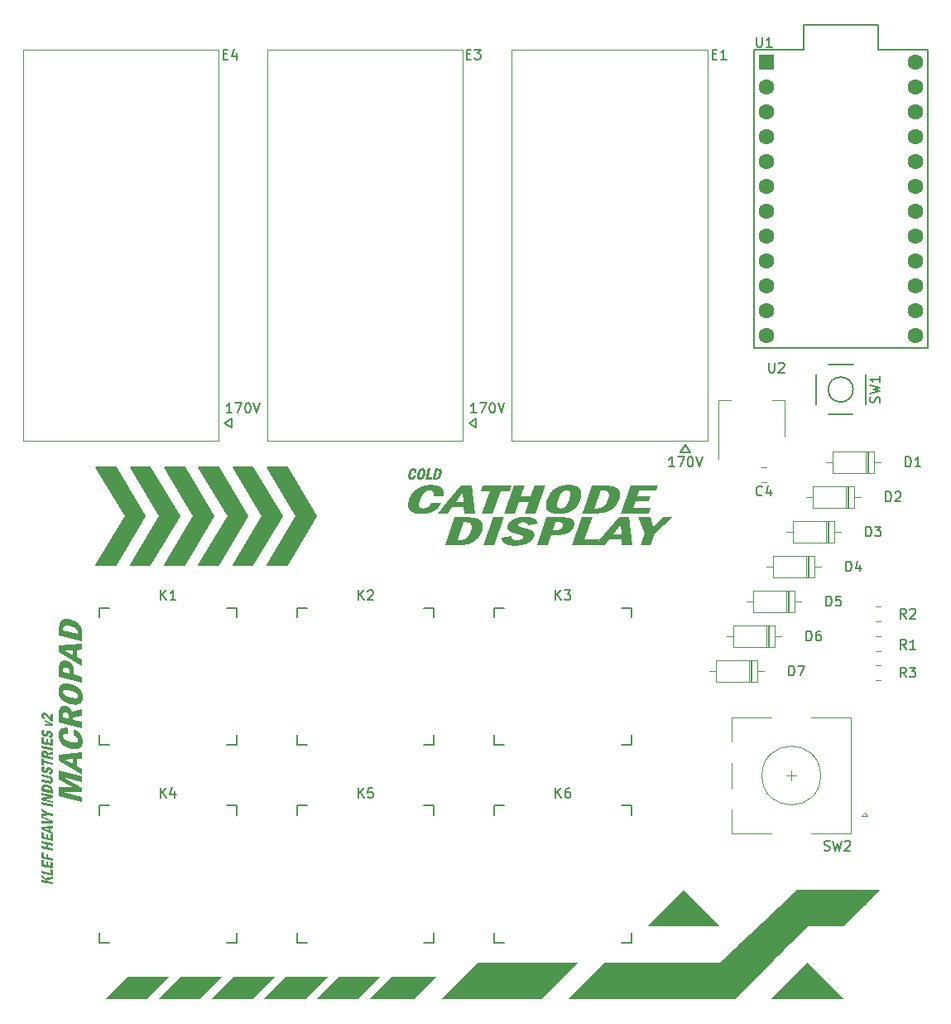
<source format=gto>
G04 #@! TF.GenerationSoftware,KiCad,Pcbnew,7.0.1*
G04 #@! TF.CreationDate,2023-04-24T18:26:11+10:00*
G04 #@! TF.ProjectId,phi,7068692e-6b69-4636-9164-5f7063625858,rev?*
G04 #@! TF.SameCoordinates,Original*
G04 #@! TF.FileFunction,Legend,Top*
G04 #@! TF.FilePolarity,Positive*
%FSLAX46Y46*%
G04 Gerber Fmt 4.6, Leading zero omitted, Abs format (unit mm)*
G04 Created by KiCad (PCBNEW 7.0.1) date 2023-04-24 18:26:11*
%MOMM*%
%LPD*%
G01*
G04 APERTURE LIST*
%ADD10C,0.150000*%
%ADD11C,0.300000*%
%ADD12C,0.750000*%
%ADD13C,0.625000*%
%ADD14C,0.100000*%
%ADD15C,0.120000*%
%ADD16C,0.203200*%
%ADD17R,1.600000X1.600000*%
%ADD18C,1.600000*%
G04 APERTURE END LIST*
D10*
X103860000Y-67655000D02*
X103110000Y-68155000D01*
X76985000Y-77655000D02*
X73985000Y-82655000D01*
X71985000Y-82655000D01*
X74985000Y-77655000D01*
X71985000Y-72655000D01*
X73985000Y-72655000D01*
X76985000Y-77655000D01*
G36*
X76985000Y-77655000D02*
G01*
X73985000Y-82655000D01*
X71985000Y-82655000D01*
X74985000Y-77655000D01*
X71985000Y-72655000D01*
X73985000Y-72655000D01*
X76985000Y-77655000D01*
G37*
X103860000Y-68655000D02*
X103860000Y-67655000D01*
X103110000Y-68155000D02*
X103860000Y-68655000D01*
X87485000Y-77655000D02*
X84485000Y-82655000D01*
X82485000Y-82655000D01*
X85485000Y-77655000D01*
X82485000Y-72655000D01*
X84485000Y-72655000D01*
X87485000Y-77655000D01*
G36*
X87485000Y-77655000D02*
G01*
X84485000Y-82655000D01*
X82485000Y-82655000D01*
X85485000Y-77655000D01*
X82485000Y-72655000D01*
X84485000Y-72655000D01*
X87485000Y-77655000D01*
G37*
X78110000Y-68155000D02*
X78860000Y-68655000D01*
X78860000Y-68655000D02*
X78860000Y-67655000D01*
X124735000Y-71155000D02*
X125735000Y-71155000D01*
X78860000Y-67655000D02*
X78110000Y-68155000D01*
X73485000Y-77655000D02*
X70485000Y-82655000D01*
X68485000Y-82655000D01*
X71485000Y-77655000D01*
X68485000Y-72655000D01*
X70485000Y-72655000D01*
X73485000Y-77655000D01*
G36*
X73485000Y-77655000D02*
G01*
X70485000Y-82655000D01*
X68485000Y-82655000D01*
X71485000Y-77655000D01*
X68485000Y-72655000D01*
X70485000Y-72655000D01*
X73485000Y-77655000D01*
G37*
X125235000Y-70405000D02*
X124735000Y-71155000D01*
X125735000Y-71155000D02*
X125235000Y-70405000D01*
X80485000Y-77655000D02*
X77485000Y-82655000D01*
X75485000Y-82655000D01*
X78485000Y-77655000D01*
X75485000Y-72655000D01*
X77485000Y-72655000D01*
X80485000Y-77655000D01*
G36*
X80485000Y-77655000D02*
G01*
X77485000Y-82655000D01*
X75485000Y-82655000D01*
X78485000Y-77655000D01*
X75485000Y-72655000D01*
X77485000Y-72655000D01*
X80485000Y-77655000D01*
G37*
X83985000Y-77655000D02*
X80985000Y-82655000D01*
X78985000Y-82655000D01*
X81985000Y-77655000D01*
X78985000Y-72655000D01*
X80985000Y-72655000D01*
X83985000Y-77655000D01*
G36*
X83985000Y-77655000D02*
G01*
X80985000Y-82655000D01*
X78985000Y-82655000D01*
X81985000Y-77655000D01*
X78985000Y-72655000D01*
X80985000Y-72655000D01*
X83985000Y-77655000D01*
G37*
X69985000Y-77655000D02*
X66985000Y-82655000D01*
X64985000Y-82655000D01*
X67985000Y-77655000D01*
X64985000Y-72655000D01*
X66985000Y-72655000D01*
X69985000Y-77655000D01*
G36*
X69985000Y-77655000D02*
G01*
X66985000Y-82655000D01*
X64985000Y-82655000D01*
X67985000Y-77655000D01*
X64985000Y-72655000D01*
X66985000Y-72655000D01*
X69985000Y-77655000D01*
G37*
D11*
G36*
X97462745Y-73518983D02*
G01*
X97701908Y-73534517D01*
X97698447Y-73546840D01*
X97694842Y-73559007D01*
X97691092Y-73571018D01*
X97687199Y-73582872D01*
X97683161Y-73594570D01*
X97678978Y-73606112D01*
X97674652Y-73617498D01*
X97670181Y-73628727D01*
X97665566Y-73639800D01*
X97660807Y-73650717D01*
X97655903Y-73661478D01*
X97650855Y-73672082D01*
X97640327Y-73692821D01*
X97629221Y-73712936D01*
X97617539Y-73732425D01*
X97605280Y-73751290D01*
X97592443Y-73769529D01*
X97579030Y-73787143D01*
X97565039Y-73804132D01*
X97550471Y-73820496D01*
X97535327Y-73836235D01*
X97519605Y-73851348D01*
X97503463Y-73865687D01*
X97486985Y-73879101D01*
X97470170Y-73891589D01*
X97453019Y-73903152D01*
X97435530Y-73913791D01*
X97417706Y-73923504D01*
X97399544Y-73932292D01*
X97381046Y-73940155D01*
X97362212Y-73947093D01*
X97343041Y-73953106D01*
X97323533Y-73958194D01*
X97303688Y-73962357D01*
X97283507Y-73965595D01*
X97262990Y-73967907D01*
X97242136Y-73969295D01*
X97220945Y-73969757D01*
X97208014Y-73969603D01*
X97195341Y-73969138D01*
X97182927Y-73968364D01*
X97170771Y-73967280D01*
X97158875Y-73965886D01*
X97147237Y-73964183D01*
X97124738Y-73959847D01*
X97103273Y-73954273D01*
X97082844Y-73947460D01*
X97063450Y-73939408D01*
X97045090Y-73930117D01*
X97027766Y-73919587D01*
X97011476Y-73907819D01*
X96996222Y-73894812D01*
X96982002Y-73880566D01*
X96968818Y-73865081D01*
X96956668Y-73848358D01*
X96945554Y-73830396D01*
X96935474Y-73811195D01*
X96926469Y-73790887D01*
X96918507Y-73769677D01*
X96911586Y-73747564D01*
X96908516Y-73736170D01*
X96905707Y-73724550D01*
X96903158Y-73712704D01*
X96900870Y-73700633D01*
X96898842Y-73688336D01*
X96897074Y-73675814D01*
X96895568Y-73663066D01*
X96894321Y-73650093D01*
X96893335Y-73636894D01*
X96892609Y-73623470D01*
X96892144Y-73609820D01*
X96891940Y-73595944D01*
X96891995Y-73581843D01*
X96892312Y-73567517D01*
X96892888Y-73552965D01*
X96893726Y-73538187D01*
X96894823Y-73523184D01*
X96896181Y-73507955D01*
X96897800Y-73492501D01*
X96899679Y-73476821D01*
X96901819Y-73460916D01*
X96904219Y-73444785D01*
X96906879Y-73428428D01*
X96909800Y-73411846D01*
X96912981Y-73395039D01*
X96916423Y-73378006D01*
X96920076Y-73360884D01*
X96923891Y-73343995D01*
X96927868Y-73327337D01*
X96932007Y-73310911D01*
X96936308Y-73294717D01*
X96940771Y-73278754D01*
X96945396Y-73263024D01*
X96950184Y-73247525D01*
X96955133Y-73232258D01*
X96960244Y-73217223D01*
X96965517Y-73202420D01*
X96970952Y-73187849D01*
X96976549Y-73173510D01*
X96982308Y-73159402D01*
X96988229Y-73145526D01*
X96994312Y-73131882D01*
X97000557Y-73118470D01*
X97006964Y-73105290D01*
X97013533Y-73092342D01*
X97020264Y-73079625D01*
X97027158Y-73067140D01*
X97034213Y-73054887D01*
X97041430Y-73042866D01*
X97048809Y-73031077D01*
X97056350Y-73019520D01*
X97064053Y-73008194D01*
X97071918Y-72997101D01*
X97079945Y-72986239D01*
X97088134Y-72975609D01*
X97096485Y-72965211D01*
X97104999Y-72955044D01*
X97113674Y-72945110D01*
X97122518Y-72935445D01*
X97131502Y-72926086D01*
X97140625Y-72917035D01*
X97149889Y-72908290D01*
X97159292Y-72899852D01*
X97168834Y-72891721D01*
X97178517Y-72883897D01*
X97188339Y-72876380D01*
X97198300Y-72869169D01*
X97208402Y-72862266D01*
X97218643Y-72855669D01*
X97229023Y-72849379D01*
X97239544Y-72843396D01*
X97250204Y-72837719D01*
X97261004Y-72832350D01*
X97271943Y-72827287D01*
X97283022Y-72822531D01*
X97294241Y-72818082D01*
X97305599Y-72813940D01*
X97317097Y-72810105D01*
X97328735Y-72806576D01*
X97340513Y-72803354D01*
X97352430Y-72800439D01*
X97364487Y-72797831D01*
X97376683Y-72795530D01*
X97389019Y-72793536D01*
X97401495Y-72791848D01*
X97414111Y-72790467D01*
X97426866Y-72789393D01*
X97439761Y-72788626D01*
X97452795Y-72788166D01*
X97465969Y-72788013D01*
X97487764Y-72788454D01*
X97508743Y-72789778D01*
X97528906Y-72791985D01*
X97548255Y-72795074D01*
X97566788Y-72799047D01*
X97584507Y-72803902D01*
X97601410Y-72809639D01*
X97617498Y-72816259D01*
X97632771Y-72823762D01*
X97647228Y-72832148D01*
X97660871Y-72841417D01*
X97673698Y-72851568D01*
X97685710Y-72862602D01*
X97696907Y-72874518D01*
X97707289Y-72887318D01*
X97716856Y-72901000D01*
X97725607Y-72915564D01*
X97733544Y-72931012D01*
X97740665Y-72947342D01*
X97746971Y-72964555D01*
X97752462Y-72982650D01*
X97757137Y-73001628D01*
X97760998Y-73021489D01*
X97764043Y-73042233D01*
X97766274Y-73063859D01*
X97767689Y-73086368D01*
X97768289Y-73109760D01*
X97768073Y-73134035D01*
X97767043Y-73159192D01*
X97765198Y-73185232D01*
X97762537Y-73212154D01*
X97759061Y-73239960D01*
X97515209Y-73257838D01*
X97517657Y-73242782D01*
X97519764Y-73228203D01*
X97521529Y-73214102D01*
X97522953Y-73200479D01*
X97524035Y-73187335D01*
X97524774Y-73174668D01*
X97525173Y-73162479D01*
X97524944Y-73139536D01*
X97523348Y-73118504D01*
X97520385Y-73099384D01*
X97516055Y-73082177D01*
X97510358Y-73066881D01*
X97503294Y-73053497D01*
X97494863Y-73042025D01*
X97485065Y-73032466D01*
X97473900Y-73024818D01*
X97461368Y-73019082D01*
X97447469Y-73015258D01*
X97432203Y-73013346D01*
X97424057Y-73013107D01*
X97410809Y-73013787D01*
X97397772Y-73015827D01*
X97384946Y-73019228D01*
X97372331Y-73023988D01*
X97359928Y-73030109D01*
X97347736Y-73037589D01*
X97335755Y-73046430D01*
X97323985Y-73056631D01*
X97312427Y-73068192D01*
X97301079Y-73081113D01*
X97293632Y-73090483D01*
X97286276Y-73100745D01*
X97279009Y-73112186D01*
X97271832Y-73124806D01*
X97264744Y-73138605D01*
X97257745Y-73153584D01*
X97250836Y-73169741D01*
X97244016Y-73187078D01*
X97237285Y-73205595D01*
X97230643Y-73225290D01*
X97224091Y-73246165D01*
X97217628Y-73268219D01*
X97214430Y-73279688D01*
X97211255Y-73291452D01*
X97208101Y-73303511D01*
X97204970Y-73315865D01*
X97201862Y-73328513D01*
X97198775Y-73341456D01*
X97195711Y-73354694D01*
X97192670Y-73368227D01*
X97189650Y-73382055D01*
X97186653Y-73396177D01*
X97184080Y-73408745D01*
X97181634Y-73421057D01*
X97179317Y-73433115D01*
X97177128Y-73444918D01*
X97175067Y-73456466D01*
X97171330Y-73478798D01*
X97168106Y-73500111D01*
X97165395Y-73520406D01*
X97163197Y-73539681D01*
X97161512Y-73557937D01*
X97160339Y-73575175D01*
X97159680Y-73591393D01*
X97159533Y-73606593D01*
X97159900Y-73620773D01*
X97160779Y-73633935D01*
X97162171Y-73646078D01*
X97165221Y-73662381D01*
X97167896Y-73671976D01*
X97172800Y-73684966D01*
X97178612Y-73696679D01*
X97185330Y-73707113D01*
X97192955Y-73716270D01*
X97204532Y-73726491D01*
X97217721Y-73734442D01*
X97228671Y-73738914D01*
X97240527Y-73742108D01*
X97253290Y-73744024D01*
X97266960Y-73744663D01*
X97282391Y-73743782D01*
X97297396Y-73741137D01*
X97311975Y-73736729D01*
X97326128Y-73730558D01*
X97339855Y-73722624D01*
X97353157Y-73712927D01*
X97366032Y-73701467D01*
X97378482Y-73688243D01*
X97390505Y-73673256D01*
X97402103Y-73656507D01*
X97413275Y-73637994D01*
X97424021Y-73617718D01*
X97429234Y-73606919D01*
X97434341Y-73595679D01*
X97439341Y-73583998D01*
X97444235Y-73571877D01*
X97449022Y-73559314D01*
X97453703Y-73546311D01*
X97458278Y-73532867D01*
X97462745Y-73518983D01*
G37*
G36*
X98374099Y-72788159D02*
G01*
X98386293Y-72788598D01*
X98398238Y-72789329D01*
X98409935Y-72790353D01*
X98432583Y-72793278D01*
X98454237Y-72797373D01*
X98474898Y-72802639D01*
X98494565Y-72809074D01*
X98513238Y-72816680D01*
X98530917Y-72825455D01*
X98547603Y-72835401D01*
X98563295Y-72846517D01*
X98577993Y-72858802D01*
X98591697Y-72872258D01*
X98604408Y-72886884D01*
X98616124Y-72902680D01*
X98626847Y-72919646D01*
X98636577Y-72937782D01*
X98645317Y-72957029D01*
X98652999Y-72977400D01*
X98659623Y-72998895D01*
X98665190Y-73021515D01*
X98667576Y-73033246D01*
X98669698Y-73045259D01*
X98671556Y-73057552D01*
X98673149Y-73070127D01*
X98674478Y-73082983D01*
X98675542Y-73096119D01*
X98676341Y-73109537D01*
X98676877Y-73123236D01*
X98677147Y-73137216D01*
X98677154Y-73151477D01*
X98676896Y-73166019D01*
X98676373Y-73180842D01*
X98675586Y-73195946D01*
X98674534Y-73211332D01*
X98673218Y-73226998D01*
X98671638Y-73242946D01*
X98669793Y-73259174D01*
X98667683Y-73275684D01*
X98665309Y-73292474D01*
X98662671Y-73309546D01*
X98659768Y-73326899D01*
X98656601Y-73344533D01*
X98653169Y-73362448D01*
X98649473Y-73380644D01*
X98641556Y-73416888D01*
X98633085Y-73451982D01*
X98624058Y-73485925D01*
X98614476Y-73518717D01*
X98604338Y-73550359D01*
X98593646Y-73580850D01*
X98582398Y-73610191D01*
X98570594Y-73638381D01*
X98558236Y-73665420D01*
X98545322Y-73691309D01*
X98531853Y-73716047D01*
X98517829Y-73739635D01*
X98503249Y-73762072D01*
X98488114Y-73783358D01*
X98472424Y-73803494D01*
X98456179Y-73822479D01*
X98439378Y-73840313D01*
X98422022Y-73856997D01*
X98404111Y-73872531D01*
X98385645Y-73886913D01*
X98366623Y-73900145D01*
X98347046Y-73912227D01*
X98326914Y-73923158D01*
X98306226Y-73932938D01*
X98284983Y-73941567D01*
X98263185Y-73949046D01*
X98240832Y-73955375D01*
X98217923Y-73960552D01*
X98194459Y-73964580D01*
X98170440Y-73967456D01*
X98145865Y-73969182D01*
X98120736Y-73969757D01*
X98108097Y-73969609D01*
X98095716Y-73969162D01*
X98083594Y-73968418D01*
X98071730Y-73967376D01*
X98048776Y-73964399D01*
X98026855Y-73960232D01*
X98005966Y-73954874D01*
X97986111Y-73948325D01*
X97967287Y-73940586D01*
X97949497Y-73931655D01*
X97932739Y-73921535D01*
X97917014Y-73910223D01*
X97902322Y-73897721D01*
X97888662Y-73884028D01*
X97876035Y-73869145D01*
X97864441Y-73853070D01*
X97853879Y-73835805D01*
X97844351Y-73817350D01*
X97835854Y-73797768D01*
X97828391Y-73777123D01*
X97821960Y-73755416D01*
X97816562Y-73732646D01*
X97814250Y-73720863D01*
X97812196Y-73708814D01*
X97810401Y-73696500D01*
X97808864Y-73683920D01*
X97807584Y-73671074D01*
X97806563Y-73657963D01*
X97805801Y-73644586D01*
X97805296Y-73630944D01*
X97805092Y-73619426D01*
X98072560Y-73619426D01*
X98072715Y-73633091D01*
X98073354Y-73645621D01*
X98075218Y-73662286D01*
X98077065Y-73671976D01*
X98080706Y-73684966D01*
X98085253Y-73696679D01*
X98090708Y-73707113D01*
X98099390Y-73719038D01*
X98109685Y-73728692D01*
X98121592Y-73736074D01*
X98135111Y-73741185D01*
X98150242Y-73744024D01*
X98162648Y-73744663D01*
X98175542Y-73744035D01*
X98188064Y-73742149D01*
X98200216Y-73739006D01*
X98211997Y-73734606D01*
X98223407Y-73728950D01*
X98234446Y-73722036D01*
X98245114Y-73713865D01*
X98255411Y-73704436D01*
X98265337Y-73693751D01*
X98274893Y-73681809D01*
X98281057Y-73673149D01*
X98290164Y-73658390D01*
X98296218Y-73647051D01*
X98302258Y-73634512D01*
X98308285Y-73620774D01*
X98314298Y-73605835D01*
X98320297Y-73589697D01*
X98326283Y-73572359D01*
X98332254Y-73553821D01*
X98338212Y-73534083D01*
X98344157Y-73513145D01*
X98350087Y-73491007D01*
X98353047Y-73479489D01*
X98356004Y-73467670D01*
X98358957Y-73455551D01*
X98361907Y-73443133D01*
X98364853Y-73430414D01*
X98367796Y-73417396D01*
X98370736Y-73404077D01*
X98373672Y-73390459D01*
X98376605Y-73376540D01*
X98379436Y-73362750D01*
X98382141Y-73349258D01*
X98384721Y-73336065D01*
X98387174Y-73323170D01*
X98389502Y-73310575D01*
X98391703Y-73298278D01*
X98393779Y-73286280D01*
X98395729Y-73274581D01*
X98399250Y-73252080D01*
X98402268Y-73230773D01*
X98404783Y-73210662D01*
X98406793Y-73191746D01*
X98408300Y-73174026D01*
X98409303Y-73157500D01*
X98409802Y-73142170D01*
X98409797Y-73128035D01*
X98409289Y-73115096D01*
X98408277Y-73103352D01*
X98405814Y-73087976D01*
X98404741Y-73083449D01*
X98400946Y-73070878D01*
X98396265Y-73059544D01*
X98388644Y-73046355D01*
X98379448Y-73035364D01*
X98368677Y-73026571D01*
X98356331Y-73019976D01*
X98342409Y-73015580D01*
X98326912Y-73013382D01*
X98318572Y-73013107D01*
X98305629Y-73013743D01*
X98293067Y-73015652D01*
X98280886Y-73018833D01*
X98269086Y-73023287D01*
X98257667Y-73029014D01*
X98246630Y-73036013D01*
X98235974Y-73044284D01*
X98225699Y-73053828D01*
X98215806Y-73064645D01*
X98206293Y-73076734D01*
X98200163Y-73085501D01*
X98191164Y-73100396D01*
X98185178Y-73111794D01*
X98179204Y-73124368D01*
X98173242Y-73138115D01*
X98167291Y-73153038D01*
X98161351Y-73169135D01*
X98155423Y-73186407D01*
X98149506Y-73204853D01*
X98143601Y-73224474D01*
X98137707Y-73245270D01*
X98131824Y-73267240D01*
X98128887Y-73278666D01*
X98125953Y-73290385D01*
X98123022Y-73302398D01*
X98120094Y-73314705D01*
X98117168Y-73327306D01*
X98114246Y-73340200D01*
X98111326Y-73353387D01*
X98108409Y-73366869D01*
X98105495Y-73380644D01*
X98102734Y-73394149D01*
X98100095Y-73407370D01*
X98097575Y-73420307D01*
X98095177Y-73432960D01*
X98092900Y-73445330D01*
X98090743Y-73457415D01*
X98088707Y-73469217D01*
X98084998Y-73491968D01*
X98081771Y-73513583D01*
X98079028Y-73534063D01*
X98076768Y-73553407D01*
X98074991Y-73571616D01*
X98073698Y-73588688D01*
X98072887Y-73604625D01*
X98072560Y-73619426D01*
X97805092Y-73619426D01*
X97805050Y-73617036D01*
X97805061Y-73602862D01*
X97805331Y-73588423D01*
X97805859Y-73573718D01*
X97806646Y-73558747D01*
X97807690Y-73543511D01*
X97808993Y-73528009D01*
X97810553Y-73512242D01*
X97812372Y-73496209D01*
X97814449Y-73479910D01*
X97816785Y-73463346D01*
X97819378Y-73446516D01*
X97822230Y-73429420D01*
X97825340Y-73412059D01*
X97828708Y-73394433D01*
X97832334Y-73376540D01*
X97840268Y-73340332D01*
X97848758Y-73305273D01*
X97857804Y-73271364D01*
X97867404Y-73238604D01*
X97877560Y-73206994D01*
X97888271Y-73176533D01*
X97899537Y-73147221D01*
X97911359Y-73119060D01*
X97923735Y-73092047D01*
X97936667Y-73066184D01*
X97950155Y-73041470D01*
X97964197Y-73017906D01*
X97978795Y-72995492D01*
X97993948Y-72974227D01*
X98009657Y-72954111D01*
X98025921Y-72935145D01*
X98042740Y-72917328D01*
X98060114Y-72900661D01*
X98078043Y-72885143D01*
X98096528Y-72870774D01*
X98115568Y-72857556D01*
X98135164Y-72845486D01*
X98155314Y-72834566D01*
X98176020Y-72824796D01*
X98197281Y-72816175D01*
X98219098Y-72808703D01*
X98241469Y-72802381D01*
X98264396Y-72797209D01*
X98287879Y-72793185D01*
X98311916Y-72790312D01*
X98336509Y-72788587D01*
X98361657Y-72788013D01*
X98374099Y-72788159D01*
G37*
G36*
X98934064Y-72806771D02*
G01*
X99195209Y-72806771D01*
X99004113Y-73725905D01*
X99358754Y-73725905D01*
X99312152Y-73951000D01*
X98696367Y-73951000D01*
X98934064Y-72806771D01*
G37*
G36*
X99938244Y-72806958D02*
G01*
X99958831Y-72807522D01*
X99978855Y-72808460D01*
X99998316Y-72809775D01*
X100017213Y-72811465D01*
X100035548Y-72813530D01*
X100053319Y-72815971D01*
X100070526Y-72818787D01*
X100087171Y-72821979D01*
X100103252Y-72825547D01*
X100118770Y-72829490D01*
X100133724Y-72833808D01*
X100148115Y-72838502D01*
X100161943Y-72843572D01*
X100175208Y-72849017D01*
X100187909Y-72854838D01*
X100200091Y-72861125D01*
X100211796Y-72868045D01*
X100223025Y-72875597D01*
X100233778Y-72883780D01*
X100244055Y-72892596D01*
X100253855Y-72902044D01*
X100263179Y-72912123D01*
X100272027Y-72922835D01*
X100280398Y-72934178D01*
X100288293Y-72946154D01*
X100295712Y-72958761D01*
X100302655Y-72972001D01*
X100309121Y-72985872D01*
X100315111Y-73000376D01*
X100320625Y-73015511D01*
X100325662Y-73031279D01*
X100330137Y-73047668D01*
X100333961Y-73064741D01*
X100337134Y-73082500D01*
X100339658Y-73100943D01*
X100341531Y-73120070D01*
X100342753Y-73139883D01*
X100343326Y-73160380D01*
X100343248Y-73181561D01*
X100342520Y-73203427D01*
X100341141Y-73225978D01*
X100339113Y-73249214D01*
X100337854Y-73261088D01*
X100336434Y-73273134D01*
X100334850Y-73285351D01*
X100333104Y-73297739D01*
X100331196Y-73310298D01*
X100329125Y-73323028D01*
X100326891Y-73335930D01*
X100324495Y-73349002D01*
X100321936Y-73362246D01*
X100319214Y-73375661D01*
X100315096Y-73394617D01*
X100310729Y-73413310D01*
X100306111Y-73431739D01*
X100301244Y-73449905D01*
X100296128Y-73467807D01*
X100290762Y-73485447D01*
X100285146Y-73502823D01*
X100279281Y-73519935D01*
X100273166Y-73536785D01*
X100266801Y-73553371D01*
X100260187Y-73569693D01*
X100253324Y-73585753D01*
X100246211Y-73601549D01*
X100238848Y-73617081D01*
X100231235Y-73632351D01*
X100223374Y-73647357D01*
X100215366Y-73662000D01*
X100207244Y-73676254D01*
X100199008Y-73690118D01*
X100190657Y-73703594D01*
X100182192Y-73716680D01*
X100173612Y-73729377D01*
X100164918Y-73741684D01*
X100156109Y-73753602D01*
X100147186Y-73765131D01*
X100138148Y-73776271D01*
X100128996Y-73787022D01*
X100119729Y-73797383D01*
X100110348Y-73807355D01*
X100100852Y-73816938D01*
X100091242Y-73826131D01*
X100081517Y-73834935D01*
X100071707Y-73843369D01*
X100061839Y-73851449D01*
X100051914Y-73859177D01*
X100041932Y-73866553D01*
X100031892Y-73873575D01*
X100021795Y-73880245D01*
X100011641Y-73886563D01*
X100001430Y-73892528D01*
X99986006Y-73900814D01*
X99970453Y-73908307D01*
X99954771Y-73915006D01*
X99938960Y-73920912D01*
X99923021Y-73926024D01*
X99917679Y-73927552D01*
X99901334Y-73931742D01*
X99884390Y-73935521D01*
X99872763Y-73937810D01*
X99860870Y-73939917D01*
X99848711Y-73941840D01*
X99836287Y-73943581D01*
X99823597Y-73945138D01*
X99810641Y-73946512D01*
X99797420Y-73947702D01*
X99783933Y-73948710D01*
X99770181Y-73949534D01*
X99756163Y-73950175D01*
X99741879Y-73950633D01*
X99727330Y-73950908D01*
X99712515Y-73951000D01*
X99411510Y-73951000D01*
X99454374Y-73744663D01*
X99715446Y-73744663D01*
X99744755Y-73744663D01*
X99759762Y-73744380D01*
X99774228Y-73743530D01*
X99788153Y-73742113D01*
X99801537Y-73740129D01*
X99814380Y-73737579D01*
X99826682Y-73734462D01*
X99838443Y-73730779D01*
X99849664Y-73726528D01*
X99863782Y-73719979D01*
X99876939Y-73712423D01*
X99889506Y-73703594D01*
X99898786Y-73695962D01*
X99907943Y-73687465D01*
X99916976Y-73678102D01*
X99925886Y-73667873D01*
X99934672Y-73656779D01*
X99943334Y-73644820D01*
X99951872Y-73631995D01*
X99960287Y-73618304D01*
X99968579Y-73603748D01*
X99971315Y-73598704D01*
X99976765Y-73588227D01*
X99982123Y-73577166D01*
X99987389Y-73565521D01*
X99992564Y-73553293D01*
X99997647Y-73540480D01*
X100002639Y-73527084D01*
X100007539Y-73513104D01*
X100012348Y-73498540D01*
X100017065Y-73483392D01*
X100021690Y-73467660D01*
X100026224Y-73451344D01*
X100030666Y-73434444D01*
X100035017Y-73416961D01*
X100039275Y-73398893D01*
X100043443Y-73380242D01*
X100047519Y-73361006D01*
X100051087Y-73343284D01*
X100054319Y-73326092D01*
X100057215Y-73309432D01*
X100059774Y-73293302D01*
X100061996Y-73277704D01*
X100063881Y-73262638D01*
X100065430Y-73248102D01*
X100066643Y-73234098D01*
X100067519Y-73220625D01*
X100068058Y-73207683D01*
X100068261Y-73195272D01*
X100068127Y-73183393D01*
X100067295Y-73166570D01*
X100065705Y-73150942D01*
X100064225Y-73141188D01*
X100061541Y-73127393D01*
X100058434Y-73114473D01*
X100054905Y-73102429D01*
X100050953Y-73091262D01*
X100045027Y-73077734D01*
X100038350Y-73065763D01*
X100030922Y-73055349D01*
X100022743Y-73046492D01*
X100013813Y-73039192D01*
X100001314Y-73031677D01*
X99989934Y-73026583D01*
X99977326Y-73022303D01*
X99963491Y-73018839D01*
X99948429Y-73016189D01*
X99936327Y-73014737D01*
X99923535Y-73013744D01*
X99910052Y-73013209D01*
X99900680Y-73013107D01*
X99867561Y-73013107D01*
X99715446Y-73744663D01*
X99454374Y-73744663D01*
X99649207Y-72806771D01*
X99917093Y-72806771D01*
X99938244Y-72806958D01*
G37*
D10*
G36*
X59405528Y-115067065D02*
G01*
X59405528Y-114824972D01*
X59874768Y-114922571D01*
X59405528Y-114557672D01*
X59405528Y-114312941D01*
X59819374Y-114674616D01*
X60531000Y-114523674D01*
X60531000Y-114773681D01*
X60012521Y-114859263D01*
X60148515Y-114979431D01*
X60531000Y-115058859D01*
X60531000Y-115300952D01*
X59405528Y-115067065D01*
G37*
G36*
X59405528Y-114180757D02*
G01*
X59405528Y-113938663D01*
X60324663Y-114129759D01*
X60324663Y-113775118D01*
X60531000Y-113817909D01*
X60531000Y-114414644D01*
X59405528Y-114180757D01*
G37*
G36*
X59405528Y-113465614D02*
G01*
X59405528Y-112796486D01*
X59593107Y-112835467D01*
X59593107Y-113262501D01*
X59855717Y-113317016D01*
X59855717Y-112985237D01*
X60043295Y-113024218D01*
X60043295Y-113355997D01*
X60324663Y-113414616D01*
X60324663Y-112987581D01*
X60531000Y-113030373D01*
X60531000Y-113699501D01*
X59405528Y-113465614D01*
G37*
G36*
X59405528Y-112664888D02*
G01*
X59405528Y-112011880D01*
X59593107Y-112050861D01*
X59593107Y-112461775D01*
X59893233Y-112524204D01*
X59893233Y-112207665D01*
X60080811Y-112246646D01*
X60080811Y-112563185D01*
X60531000Y-112656681D01*
X60531000Y-112898775D01*
X59405528Y-112664888D01*
G37*
G36*
X59405528Y-111608586D02*
G01*
X59405528Y-111366493D01*
X59855717Y-111459989D01*
X59855717Y-111195914D01*
X59405528Y-111102418D01*
X59405528Y-110860324D01*
X60531000Y-111094211D01*
X60531000Y-111336304D01*
X60062053Y-111238705D01*
X60062053Y-111502780D01*
X60531000Y-111600380D01*
X60531000Y-111842473D01*
X59405528Y-111608586D01*
G37*
G36*
X59405528Y-110636695D02*
G01*
X59405528Y-109967568D01*
X59593107Y-110006549D01*
X59593107Y-110433583D01*
X59855717Y-110488098D01*
X59855717Y-110156318D01*
X60043295Y-110195300D01*
X60043295Y-110527079D01*
X60324663Y-110585697D01*
X60324663Y-110158663D01*
X60531000Y-110201454D01*
X60531000Y-110870582D01*
X59405528Y-110636695D01*
G37*
G36*
X60531000Y-109565153D02*
G01*
X60287147Y-109569256D01*
X60287147Y-109879054D01*
X60531000Y-109983688D01*
X60531000Y-110206437D01*
X59405528Y-109641650D01*
X59405528Y-109592411D01*
X59646743Y-109592411D01*
X60099569Y-109793764D01*
X60099569Y-109576290D01*
X59646743Y-109592411D01*
X59405528Y-109592411D01*
X59405528Y-109398091D01*
X60531000Y-109317491D01*
X60531000Y-109565153D01*
G37*
G36*
X59405528Y-109113792D02*
G01*
X59405528Y-108859975D01*
X60262821Y-108868768D01*
X59405528Y-108515593D01*
X59405528Y-108308377D01*
X60531000Y-108812201D01*
X60531000Y-109083018D01*
X59405528Y-109113792D01*
G37*
G36*
X59405528Y-108374616D02*
G01*
X59405528Y-108108782D01*
X59816150Y-108038440D01*
X59405528Y-107786967D01*
X59405528Y-107550736D01*
X60055312Y-107991545D01*
X60531000Y-108090317D01*
X60531000Y-108332117D01*
X60055312Y-108233346D01*
X59405528Y-108374616D01*
G37*
G36*
X59405528Y-107167665D02*
G01*
X59405528Y-106925572D01*
X60531000Y-107159459D01*
X60531000Y-107401552D01*
X59405528Y-107167665D01*
G37*
G36*
X59405528Y-106719235D02*
G01*
X59405528Y-106451057D01*
X60104845Y-106313011D01*
X59405528Y-106167637D01*
X59405528Y-105980938D01*
X60531000Y-106214825D01*
X60531000Y-106430833D01*
X59716498Y-106597016D01*
X60531000Y-106766423D01*
X60531000Y-106953122D01*
X59405528Y-106719235D01*
G37*
G36*
X59771453Y-105089574D02*
G01*
X59792975Y-105090315D01*
X59815188Y-105091694D01*
X59838092Y-105093713D01*
X59849804Y-105094961D01*
X59861689Y-105096370D01*
X59873746Y-105097938D01*
X59885976Y-105099666D01*
X59898379Y-105101554D01*
X59910955Y-105103601D01*
X59923704Y-105105808D01*
X59936626Y-105108175D01*
X59949721Y-105110701D01*
X59962988Y-105113387D01*
X59981797Y-105117467D01*
X60000339Y-105121791D01*
X60018616Y-105126360D01*
X60036628Y-105131174D01*
X60054373Y-105136234D01*
X60071853Y-105141538D01*
X60089068Y-105147087D01*
X60106017Y-105152882D01*
X60122700Y-105158921D01*
X60139118Y-105165205D01*
X60155270Y-105171734D01*
X60171157Y-105178509D01*
X60186777Y-105185528D01*
X60202133Y-105192792D01*
X60217222Y-105200302D01*
X60232046Y-105208056D01*
X60246543Y-105215988D01*
X60260650Y-105224030D01*
X60274368Y-105232181D01*
X60287697Y-105240443D01*
X60300637Y-105248814D01*
X60313187Y-105257295D01*
X60325348Y-105265887D01*
X60337120Y-105274588D01*
X60348502Y-105283399D01*
X60359495Y-105292320D01*
X60370099Y-105301351D01*
X60380314Y-105310491D01*
X60390139Y-105319742D01*
X60399575Y-105329103D01*
X60408622Y-105338573D01*
X60417280Y-105348154D01*
X60425534Y-105357780D01*
X60433441Y-105367461D01*
X60441003Y-105377197D01*
X60448219Y-105386988D01*
X60455090Y-105396834D01*
X60461615Y-105406735D01*
X60470753Y-105421690D01*
X60479114Y-105436768D01*
X60486697Y-105451970D01*
X60493502Y-105467295D01*
X60499529Y-105482745D01*
X60504778Y-105498317D01*
X60507845Y-105508768D01*
X60511983Y-105524789D01*
X60515714Y-105541418D01*
X60519038Y-105558655D01*
X60521028Y-105570484D01*
X60522837Y-105582583D01*
X60524465Y-105594952D01*
X60525912Y-105607592D01*
X60527178Y-105620501D01*
X60528264Y-105633681D01*
X60529168Y-105647132D01*
X60529892Y-105660852D01*
X60530434Y-105674842D01*
X60530796Y-105689103D01*
X60530977Y-105703634D01*
X60531000Y-105711001D01*
X60531000Y-106000575D01*
X59405528Y-105766688D01*
X59405528Y-105563576D01*
X59593107Y-105563576D01*
X60343421Y-105719501D01*
X60343421Y-105678761D01*
X60343127Y-105663264D01*
X60342246Y-105648319D01*
X60340778Y-105633926D01*
X60338722Y-105620083D01*
X60336079Y-105606792D01*
X60332849Y-105594052D01*
X60329031Y-105581863D01*
X60324627Y-105570225D01*
X60319634Y-105559139D01*
X60314055Y-105548604D01*
X60310009Y-105541887D01*
X60303253Y-105532015D01*
X60295628Y-105522292D01*
X60287131Y-105512719D01*
X60277764Y-105503295D01*
X60267526Y-105494021D01*
X60256417Y-105484896D01*
X60244438Y-105475920D01*
X60231588Y-105467094D01*
X60217868Y-105458417D01*
X60203276Y-105449890D01*
X60193065Y-105444288D01*
X60182371Y-105438730D01*
X60171097Y-105433269D01*
X60159244Y-105427904D01*
X60146812Y-105422636D01*
X60133800Y-105417463D01*
X60120209Y-105412387D01*
X60106039Y-105407406D01*
X60091289Y-105402522D01*
X60075960Y-105397734D01*
X60060052Y-105393043D01*
X60043564Y-105388447D01*
X60026498Y-105383948D01*
X60008851Y-105379544D01*
X59990626Y-105375237D01*
X59971821Y-105371026D01*
X59952437Y-105366912D01*
X59934490Y-105363274D01*
X59917065Y-105359983D01*
X59900161Y-105357037D01*
X59883780Y-105354437D01*
X59867921Y-105352183D01*
X59852584Y-105350274D01*
X59837770Y-105348711D01*
X59823477Y-105347494D01*
X59809706Y-105346623D01*
X59796457Y-105346098D01*
X59783731Y-105345918D01*
X59771526Y-105346084D01*
X59754198Y-105346981D01*
X59738045Y-105348656D01*
X59727929Y-105350205D01*
X59713594Y-105353017D01*
X59700156Y-105356288D01*
X59687615Y-105360017D01*
X59675969Y-105364205D01*
X59661837Y-105370502D01*
X59649298Y-105377614D01*
X59638353Y-105385541D01*
X59629002Y-105394284D01*
X59621244Y-105403841D01*
X59614649Y-105414420D01*
X59608934Y-105426226D01*
X59604098Y-105439259D01*
X59600141Y-105453520D01*
X59597751Y-105465021D01*
X59595855Y-105477212D01*
X59594453Y-105490094D01*
X59593547Y-105503666D01*
X59593134Y-105517929D01*
X59593107Y-105522836D01*
X59593107Y-105563576D01*
X59405528Y-105563576D01*
X59405528Y-105506423D01*
X59405710Y-105485532D01*
X59406257Y-105465212D01*
X59407167Y-105445461D01*
X59408441Y-105426281D01*
X59410079Y-105407671D01*
X59412082Y-105389631D01*
X59414448Y-105372161D01*
X59417179Y-105355261D01*
X59420273Y-105338932D01*
X59423732Y-105323172D01*
X59427555Y-105307983D01*
X59431742Y-105293364D01*
X59436293Y-105279315D01*
X59441208Y-105265836D01*
X59446487Y-105252928D01*
X59452130Y-105240589D01*
X59458263Y-105228766D01*
X59465012Y-105217403D01*
X59472377Y-105206500D01*
X59480358Y-105196058D01*
X59488955Y-105186075D01*
X59498168Y-105176553D01*
X59507997Y-105167491D01*
X59518442Y-105158890D01*
X59529503Y-105150749D01*
X59541179Y-105143068D01*
X59553472Y-105135847D01*
X59566381Y-105129086D01*
X59579905Y-105122786D01*
X59594046Y-105116946D01*
X59608802Y-105111566D01*
X59624175Y-105106646D01*
X59640164Y-105102276D01*
X59656845Y-105098545D01*
X59674218Y-105095453D01*
X59692282Y-105092999D01*
X59711037Y-105091185D01*
X59730484Y-105090009D01*
X59750623Y-105089472D01*
X59771453Y-105089574D01*
G37*
G36*
X59405528Y-104822934D02*
G01*
X59405528Y-104580840D01*
X60046226Y-104713904D01*
X60062832Y-104717308D01*
X60078796Y-104720485D01*
X60094119Y-104723435D01*
X60108801Y-104726159D01*
X60122842Y-104728656D01*
X60136242Y-104730926D01*
X60149001Y-104732970D01*
X60161118Y-104734787D01*
X60178092Y-104737087D01*
X60193624Y-104738877D01*
X60207713Y-104740158D01*
X60220359Y-104740928D01*
X60234977Y-104741161D01*
X60247910Y-104740447D01*
X60260036Y-104738743D01*
X60274061Y-104735223D01*
X60286827Y-104730157D01*
X60298333Y-104723545D01*
X60308580Y-104715388D01*
X60315870Y-104707749D01*
X60323807Y-104697017D01*
X60330399Y-104685155D01*
X60335645Y-104672162D01*
X60339547Y-104658038D01*
X60341699Y-104645925D01*
X60342991Y-104633089D01*
X60343421Y-104619528D01*
X60342949Y-104604723D01*
X60341534Y-104590494D01*
X60339176Y-104576842D01*
X60335874Y-104563768D01*
X60331629Y-104551270D01*
X60326440Y-104539350D01*
X60320308Y-104528006D01*
X60313233Y-104517240D01*
X60305305Y-104507132D01*
X60296765Y-104497767D01*
X60287610Y-104489144D01*
X60277842Y-104481263D01*
X60267460Y-104474123D01*
X60256464Y-104467725D01*
X60244855Y-104462070D01*
X60232632Y-104457156D01*
X60218756Y-104452384D01*
X60206582Y-104448601D01*
X60192893Y-104444642D01*
X60177690Y-104440509D01*
X60160972Y-104436200D01*
X60148985Y-104433230D01*
X60136324Y-104430182D01*
X60122991Y-104427057D01*
X60108984Y-104423853D01*
X60094305Y-104420572D01*
X60078952Y-104417213D01*
X60062926Y-104413776D01*
X60046226Y-104410261D01*
X59405528Y-104277198D01*
X59405528Y-104074672D01*
X60039485Y-104206270D01*
X60051261Y-104208744D01*
X60062849Y-104211221D01*
X60085459Y-104216184D01*
X60107316Y-104221159D01*
X60128420Y-104226145D01*
X60148771Y-104231142D01*
X60168368Y-104236151D01*
X60187211Y-104241171D01*
X60205302Y-104246203D01*
X60222639Y-104251247D01*
X60239222Y-104256301D01*
X60255053Y-104261367D01*
X60270130Y-104266445D01*
X60284454Y-104271534D01*
X60298024Y-104276634D01*
X60310841Y-104281746D01*
X60322905Y-104286870D01*
X60334452Y-104292198D01*
X60345793Y-104297998D01*
X60356928Y-104304270D01*
X60367857Y-104311013D01*
X60378581Y-104318228D01*
X60389097Y-104325915D01*
X60399408Y-104334073D01*
X60409513Y-104342704D01*
X60419412Y-104351805D01*
X60429104Y-104361379D01*
X60438591Y-104371424D01*
X60447871Y-104381941D01*
X60456946Y-104392930D01*
X60465814Y-104404390D01*
X60474476Y-104416322D01*
X60482933Y-104428726D01*
X60491025Y-104441570D01*
X60498595Y-104454825D01*
X60505643Y-104468489D01*
X60512168Y-104482563D01*
X60518172Y-104497047D01*
X60523654Y-104511941D01*
X60528614Y-104527245D01*
X60533051Y-104542958D01*
X60536967Y-104559082D01*
X60540360Y-104575615D01*
X60543231Y-104592558D01*
X60545581Y-104609911D01*
X60547408Y-104627674D01*
X60548713Y-104645847D01*
X60549496Y-104664430D01*
X60549757Y-104683422D01*
X60549566Y-104701059D01*
X60548993Y-104718140D01*
X60548037Y-104734664D01*
X60546698Y-104750632D01*
X60544977Y-104766043D01*
X60542874Y-104780898D01*
X60540389Y-104795197D01*
X60537521Y-104808939D01*
X60534270Y-104822124D01*
X60530638Y-104834754D01*
X60526623Y-104846827D01*
X60522225Y-104858343D01*
X60517445Y-104869303D01*
X60509558Y-104884700D01*
X60500811Y-104898845D01*
X60491231Y-104911874D01*
X60480955Y-104923925D01*
X60469984Y-104934996D01*
X60458317Y-104945089D01*
X60445955Y-104954203D01*
X60432897Y-104962338D01*
X60419144Y-104969494D01*
X60404695Y-104975671D01*
X60389551Y-104980870D01*
X60373711Y-104985089D01*
X60362765Y-104987358D01*
X60351134Y-104989127D01*
X60338443Y-104990404D01*
X60324692Y-104991188D01*
X60309880Y-104991480D01*
X60294009Y-104991279D01*
X60277077Y-104990587D01*
X60259085Y-104989402D01*
X60240033Y-104987725D01*
X60219921Y-104985555D01*
X60198748Y-104982893D01*
X60176516Y-104979739D01*
X60153223Y-104976092D01*
X60141179Y-104974085D01*
X60128870Y-104971954D01*
X60116296Y-104969700D01*
X60103457Y-104967323D01*
X60090353Y-104964822D01*
X60076984Y-104962199D01*
X60063350Y-104959453D01*
X60049450Y-104956584D01*
X59405528Y-104822934D01*
G37*
G36*
X59646743Y-103227930D02*
G01*
X59724412Y-103443939D01*
X59708512Y-103446264D01*
X59693637Y-103449356D01*
X59679789Y-103453216D01*
X59666966Y-103457842D01*
X59655169Y-103463236D01*
X59644398Y-103469397D01*
X59634653Y-103476324D01*
X59621958Y-103488154D01*
X59611572Y-103501710D01*
X59603493Y-103516992D01*
X59599390Y-103528138D01*
X59596313Y-103540052D01*
X59594261Y-103552733D01*
X59593235Y-103566181D01*
X59593107Y-103573192D01*
X59593583Y-103586212D01*
X59595012Y-103598746D01*
X59597393Y-103610795D01*
X59600727Y-103622358D01*
X59605014Y-103633436D01*
X59610253Y-103644029D01*
X59616444Y-103654136D01*
X59623588Y-103663757D01*
X59631296Y-103672610D01*
X59641381Y-103682400D01*
X59651967Y-103690773D01*
X59663054Y-103697730D01*
X59674641Y-103703270D01*
X59686730Y-103707393D01*
X59694224Y-103709187D01*
X59708413Y-103711306D01*
X59721672Y-103711436D01*
X59734001Y-103709577D01*
X59745400Y-103705729D01*
X59755869Y-103699891D01*
X59765407Y-103692065D01*
X59768962Y-103688377D01*
X59778114Y-103676808D01*
X59786084Y-103664874D01*
X59792441Y-103654360D01*
X59799122Y-103642507D01*
X59806128Y-103629315D01*
X59813459Y-103614782D01*
X59821114Y-103598911D01*
X59826397Y-103587586D01*
X59831825Y-103575665D01*
X59837398Y-103563149D01*
X59843114Y-103550038D01*
X59848167Y-103537979D01*
X59853216Y-103526275D01*
X59858261Y-103514925D01*
X59863301Y-103503931D01*
X59868336Y-103493291D01*
X59875880Y-103477998D01*
X59883414Y-103463503D01*
X59890938Y-103449806D01*
X59898451Y-103436908D01*
X59905954Y-103424809D01*
X59913447Y-103413508D01*
X59920929Y-103403005D01*
X59923421Y-103399682D01*
X59931092Y-103390050D01*
X59939269Y-103380939D01*
X59947950Y-103372348D01*
X59957136Y-103364277D01*
X59966827Y-103356727D01*
X59977022Y-103349697D01*
X59987723Y-103343188D01*
X59998929Y-103337199D01*
X60010639Y-103331730D01*
X60022855Y-103326781D01*
X60031279Y-103323771D01*
X60044221Y-103319746D01*
X60057550Y-103316462D01*
X60071266Y-103313921D01*
X60085368Y-103312121D01*
X60099856Y-103311063D01*
X60114731Y-103310747D01*
X60129992Y-103311173D01*
X60145639Y-103312341D01*
X60161673Y-103314250D01*
X60178093Y-103316902D01*
X60189255Y-103319082D01*
X60208781Y-103323554D01*
X60227865Y-103328763D01*
X60246507Y-103334710D01*
X60264708Y-103341393D01*
X60282466Y-103348815D01*
X60299782Y-103356973D01*
X60316657Y-103365869D01*
X60333090Y-103375502D01*
X60349080Y-103385872D01*
X60364629Y-103396980D01*
X60379736Y-103408825D01*
X60394401Y-103421407D01*
X60408624Y-103434727D01*
X60422405Y-103448784D01*
X60435744Y-103463578D01*
X60448641Y-103479110D01*
X60460885Y-103495173D01*
X60472340Y-103511634D01*
X60483005Y-103528493D01*
X60492879Y-103545751D01*
X60501964Y-103563408D01*
X60510259Y-103581463D01*
X60517763Y-103599916D01*
X60524478Y-103618768D01*
X60530403Y-103638018D01*
X60535538Y-103657667D01*
X60539883Y-103677714D01*
X60543438Y-103698159D01*
X60546202Y-103719003D01*
X60548177Y-103740245D01*
X60549362Y-103761886D01*
X60549757Y-103783925D01*
X60549452Y-103802335D01*
X60548536Y-103820197D01*
X60547009Y-103837511D01*
X60544871Y-103854276D01*
X60542122Y-103870493D01*
X60538763Y-103886161D01*
X60534793Y-103901281D01*
X60530212Y-103915853D01*
X60525020Y-103929876D01*
X60519217Y-103943351D01*
X60512804Y-103956277D01*
X60505780Y-103968655D01*
X60498145Y-103980484D01*
X60489899Y-103991766D01*
X60481043Y-104002498D01*
X60471575Y-104012683D01*
X60461497Y-104022319D01*
X60450808Y-104031406D01*
X60439508Y-104039945D01*
X60427598Y-104047936D01*
X60415076Y-104055378D01*
X60401944Y-104062272D01*
X60388201Y-104068618D01*
X60373848Y-104074415D01*
X60358883Y-104079664D01*
X60343308Y-104084364D01*
X60327122Y-104088516D01*
X60310325Y-104092120D01*
X60292917Y-104095175D01*
X60274898Y-104097681D01*
X60256269Y-104099640D01*
X60237029Y-104101050D01*
X60174600Y-103876835D01*
X60195043Y-103875871D01*
X60214168Y-103873858D01*
X60231973Y-103870797D01*
X60248459Y-103866687D01*
X60263627Y-103861528D01*
X60277475Y-103855320D01*
X60290005Y-103848064D01*
X60301216Y-103839759D01*
X60311108Y-103830405D01*
X60319681Y-103820003D01*
X60326935Y-103808551D01*
X60332870Y-103796051D01*
X60337486Y-103782503D01*
X60340783Y-103767906D01*
X60342762Y-103752260D01*
X60343421Y-103735565D01*
X60342908Y-103720077D01*
X60341369Y-103705120D01*
X60338805Y-103690694D01*
X60335214Y-103676800D01*
X60330598Y-103663437D01*
X60324956Y-103650605D01*
X60318288Y-103638304D01*
X60310595Y-103626535D01*
X60302068Y-103615580D01*
X60292899Y-103605725D01*
X60283090Y-103596969D01*
X60272639Y-103589312D01*
X60261548Y-103582754D01*
X60249815Y-103577295D01*
X60237441Y-103572936D01*
X60224426Y-103569675D01*
X60211994Y-103567734D01*
X60199977Y-103567225D01*
X60186104Y-103568503D01*
X60172829Y-103571841D01*
X60160152Y-103577240D01*
X60152032Y-103581985D01*
X60141934Y-103590198D01*
X60133691Y-103599231D01*
X60125301Y-103610453D01*
X60118913Y-103620307D01*
X60112442Y-103631391D01*
X60105889Y-103643707D01*
X60099253Y-103657254D01*
X60092535Y-103672033D01*
X60085734Y-103688042D01*
X60083449Y-103693653D01*
X60077695Y-103708026D01*
X60072009Y-103721909D01*
X60066392Y-103735301D01*
X60060844Y-103748204D01*
X60055365Y-103760617D01*
X60049954Y-103772540D01*
X60044612Y-103783973D01*
X60039339Y-103794916D01*
X60031557Y-103810411D01*
X60023931Y-103824804D01*
X60016459Y-103838095D01*
X60009141Y-103850283D01*
X60001978Y-103861368D01*
X59999625Y-103864818D01*
X59992255Y-103874735D01*
X59984323Y-103884152D01*
X59975830Y-103893069D01*
X59966776Y-103901487D01*
X59957159Y-103909404D01*
X59946982Y-103916822D01*
X59936242Y-103923741D01*
X59924941Y-103930159D01*
X59913079Y-103936078D01*
X59900655Y-103941497D01*
X59892060Y-103944832D01*
X59878808Y-103949227D01*
X59865211Y-103952849D01*
X59851269Y-103955698D01*
X59836982Y-103957774D01*
X59822349Y-103959077D01*
X59807372Y-103959608D01*
X59792049Y-103959366D01*
X59776381Y-103958351D01*
X59760367Y-103956563D01*
X59744009Y-103954003D01*
X59732912Y-103951866D01*
X59714148Y-103947582D01*
X59695813Y-103942643D01*
X59677905Y-103937049D01*
X59660426Y-103930800D01*
X59643376Y-103923897D01*
X59626753Y-103916338D01*
X59610558Y-103908125D01*
X59594792Y-103899256D01*
X59579454Y-103889733D01*
X59564544Y-103879555D01*
X59550063Y-103868722D01*
X59536009Y-103857234D01*
X59522384Y-103845092D01*
X59509187Y-103832294D01*
X59496418Y-103818842D01*
X59484077Y-103804734D01*
X59472294Y-103790100D01*
X59461271Y-103775141D01*
X59451008Y-103759857D01*
X59441505Y-103744248D01*
X59432763Y-103728313D01*
X59424781Y-103712053D01*
X59417559Y-103695468D01*
X59411097Y-103678558D01*
X59405396Y-103661323D01*
X59400454Y-103643763D01*
X59396273Y-103625878D01*
X59392852Y-103607667D01*
X59390192Y-103589131D01*
X59388291Y-103570270D01*
X59387151Y-103551084D01*
X59386771Y-103531573D01*
X59387024Y-103513903D01*
X59387786Y-103496762D01*
X59389056Y-103480148D01*
X59390833Y-103464061D01*
X59393118Y-103448503D01*
X59395910Y-103433472D01*
X59399211Y-103418969D01*
X59403019Y-103404994D01*
X59407335Y-103391547D01*
X59412159Y-103378627D01*
X59417490Y-103366236D01*
X59423329Y-103354372D01*
X59429676Y-103343036D01*
X59436531Y-103332227D01*
X59443893Y-103321947D01*
X59451764Y-103312194D01*
X59460142Y-103302969D01*
X59469027Y-103294272D01*
X59478421Y-103286103D01*
X59488322Y-103278461D01*
X59498731Y-103271347D01*
X59509648Y-103264761D01*
X59521073Y-103258703D01*
X59533005Y-103253173D01*
X59545445Y-103248170D01*
X59558393Y-103243696D01*
X59571848Y-103239749D01*
X59585812Y-103236329D01*
X59600283Y-103233438D01*
X59615262Y-103231074D01*
X59630748Y-103229238D01*
X59646743Y-103227930D01*
G37*
G36*
X59405528Y-103097798D02*
G01*
X59405528Y-102411378D01*
X59611865Y-102454169D01*
X59611865Y-102679263D01*
X60531000Y-102870359D01*
X60531000Y-103111866D01*
X59611865Y-102920771D01*
X59611865Y-103140589D01*
X59405528Y-103097798D01*
G37*
G36*
X59664856Y-101631745D02*
G01*
X59680308Y-101632686D01*
X59696074Y-101634246D01*
X59712154Y-101636423D01*
X59728548Y-101639219D01*
X59739653Y-101641427D01*
X59752629Y-101644264D01*
X59765361Y-101647354D01*
X59777850Y-101650696D01*
X59790096Y-101654291D01*
X59802099Y-101658138D01*
X59813859Y-101662237D01*
X59825375Y-101666589D01*
X59836648Y-101671194D01*
X59847677Y-101676051D01*
X59858463Y-101681160D01*
X59869006Y-101686522D01*
X59879306Y-101692136D01*
X59899176Y-101704122D01*
X59918072Y-101717117D01*
X59935995Y-101731123D01*
X59952945Y-101746138D01*
X59968922Y-101762163D01*
X59983926Y-101779198D01*
X59997957Y-101797242D01*
X60011014Y-101816297D01*
X60023098Y-101836361D01*
X60028776Y-101846772D01*
X60034210Y-101857435D01*
X60531000Y-101758370D01*
X60531000Y-102021859D01*
X60080811Y-102075202D01*
X60080811Y-102195956D01*
X60531000Y-102289452D01*
X60531000Y-102531545D01*
X59405528Y-102297658D01*
X59405528Y-102094546D01*
X59593107Y-102094546D01*
X59893233Y-102156974D01*
X59893233Y-102050875D01*
X59892629Y-102033536D01*
X59890819Y-102017055D01*
X59887802Y-102001433D01*
X59883579Y-101986670D01*
X59878149Y-101972765D01*
X59871512Y-101959719D01*
X59863668Y-101947532D01*
X59854618Y-101936203D01*
X59844361Y-101925733D01*
X59832897Y-101916122D01*
X59820226Y-101907369D01*
X59806349Y-101899475D01*
X59791265Y-101892440D01*
X59774975Y-101886263D01*
X59757477Y-101880945D01*
X59738773Y-101876486D01*
X59725740Y-101874095D01*
X59713311Y-101872493D01*
X59701487Y-101871677D01*
X59687556Y-101871766D01*
X59674570Y-101873086D01*
X59662529Y-101875636D01*
X59651432Y-101879417D01*
X59639455Y-101884995D01*
X59629024Y-101891397D01*
X59618808Y-101899908D01*
X59610696Y-101909541D01*
X59605417Y-101918691D01*
X59600620Y-101931107D01*
X59597447Y-101943960D01*
X59595463Y-101956229D01*
X59594081Y-101969914D01*
X59593408Y-101981883D01*
X59593119Y-101994758D01*
X59593107Y-101998119D01*
X59593107Y-102094546D01*
X59405528Y-102094546D01*
X59405528Y-101951810D01*
X59405565Y-101939400D01*
X59405675Y-101927374D01*
X59405977Y-101910056D01*
X59406444Y-101893604D01*
X59407076Y-101878018D01*
X59407873Y-101863297D01*
X59408835Y-101849441D01*
X59409961Y-101836451D01*
X59411253Y-101824327D01*
X59413231Y-101809508D01*
X59414907Y-101799403D01*
X59417751Y-101786525D01*
X59421594Y-101773831D01*
X59426434Y-101761319D01*
X59432273Y-101748991D01*
X59439110Y-101736846D01*
X59446946Y-101724884D01*
X59455780Y-101713106D01*
X59465612Y-101701510D01*
X59476420Y-101690469D01*
X59488180Y-101680353D01*
X59497626Y-101673373D01*
X59507607Y-101666913D01*
X59518124Y-101660974D01*
X59529176Y-101655554D01*
X59540765Y-101650656D01*
X59552889Y-101646277D01*
X59565550Y-101642419D01*
X59578745Y-101639082D01*
X59592312Y-101636314D01*
X59606192Y-101634163D01*
X59620387Y-101632632D01*
X59634895Y-101631718D01*
X59649719Y-101631423D01*
X59664856Y-101631745D01*
G37*
G36*
X59405528Y-101383213D02*
G01*
X59405528Y-101141120D01*
X60531000Y-101375006D01*
X60531000Y-101617100D01*
X59405528Y-101383213D01*
G37*
G36*
X59405528Y-100925990D02*
G01*
X59405528Y-100256863D01*
X59593107Y-100295844D01*
X59593107Y-100722878D01*
X59855717Y-100777393D01*
X59855717Y-100445614D01*
X60043295Y-100484595D01*
X60043295Y-100816374D01*
X60324663Y-100874993D01*
X60324663Y-100447958D01*
X60531000Y-100490750D01*
X60531000Y-101159877D01*
X59405528Y-100925990D01*
G37*
G36*
X59646743Y-99502152D02*
G01*
X59724412Y-99718161D01*
X59708512Y-99720486D01*
X59693637Y-99723578D01*
X59679789Y-99727438D01*
X59666966Y-99732064D01*
X59655169Y-99737458D01*
X59644398Y-99743618D01*
X59634653Y-99750546D01*
X59621958Y-99762376D01*
X59611572Y-99775932D01*
X59603493Y-99791213D01*
X59599390Y-99802360D01*
X59596313Y-99814274D01*
X59594261Y-99826955D01*
X59593235Y-99840402D01*
X59593107Y-99847414D01*
X59593583Y-99860434D01*
X59595012Y-99872968D01*
X59597393Y-99885017D01*
X59600727Y-99896580D01*
X59605014Y-99907658D01*
X59610253Y-99918251D01*
X59616444Y-99928358D01*
X59623588Y-99937979D01*
X59631296Y-99946832D01*
X59641381Y-99956622D01*
X59651967Y-99964995D01*
X59663054Y-99971952D01*
X59674641Y-99977492D01*
X59686730Y-99981615D01*
X59694224Y-99983408D01*
X59708413Y-99985528D01*
X59721672Y-99985658D01*
X59734001Y-99983799D01*
X59745400Y-99979951D01*
X59755869Y-99974113D01*
X59765407Y-99966287D01*
X59768962Y-99962599D01*
X59778114Y-99951030D01*
X59786084Y-99939096D01*
X59792441Y-99928582D01*
X59799122Y-99916729D01*
X59806128Y-99903536D01*
X59813459Y-99889004D01*
X59821114Y-99873133D01*
X59826397Y-99861808D01*
X59831825Y-99849887D01*
X59837398Y-99837371D01*
X59843114Y-99824260D01*
X59848167Y-99812201D01*
X59853216Y-99800496D01*
X59858261Y-99789147D01*
X59863301Y-99778153D01*
X59868336Y-99767513D01*
X59875880Y-99752220D01*
X59883414Y-99737725D01*
X59890938Y-99724028D01*
X59898451Y-99711130D01*
X59905954Y-99699030D01*
X59913447Y-99687730D01*
X59920929Y-99677227D01*
X59923421Y-99673904D01*
X59931092Y-99664272D01*
X59939269Y-99655161D01*
X59947950Y-99646570D01*
X59957136Y-99638499D01*
X59966827Y-99630949D01*
X59977022Y-99623919D01*
X59987723Y-99617410D01*
X59998929Y-99611420D01*
X60010639Y-99605952D01*
X60022855Y-99601003D01*
X60031279Y-99597993D01*
X60044221Y-99593968D01*
X60057550Y-99590684D01*
X60071266Y-99588143D01*
X60085368Y-99586343D01*
X60099856Y-99585285D01*
X60114731Y-99584969D01*
X60129992Y-99585395D01*
X60145639Y-99586563D01*
X60161673Y-99588472D01*
X60178093Y-99591124D01*
X60189255Y-99593304D01*
X60208781Y-99597776D01*
X60227865Y-99602985D01*
X60246507Y-99608931D01*
X60264708Y-99615615D01*
X60282466Y-99623037D01*
X60299782Y-99631195D01*
X60316657Y-99640091D01*
X60333090Y-99649724D01*
X60349080Y-99660094D01*
X60364629Y-99671202D01*
X60379736Y-99683047D01*
X60394401Y-99695629D01*
X60408624Y-99708949D01*
X60422405Y-99723006D01*
X60435744Y-99737800D01*
X60448641Y-99753332D01*
X60460885Y-99769394D01*
X60472340Y-99785856D01*
X60483005Y-99802715D01*
X60492879Y-99819973D01*
X60501964Y-99837630D01*
X60510259Y-99855685D01*
X60517763Y-99874138D01*
X60524478Y-99892990D01*
X60530403Y-99912240D01*
X60535538Y-99931888D01*
X60539883Y-99951935D01*
X60543438Y-99972381D01*
X60546202Y-99993225D01*
X60548177Y-100014467D01*
X60549362Y-100036108D01*
X60549757Y-100058147D01*
X60549452Y-100076557D01*
X60548536Y-100094419D01*
X60547009Y-100111733D01*
X60544871Y-100128498D01*
X60542122Y-100144715D01*
X60538763Y-100160383D01*
X60534793Y-100175503D01*
X60530212Y-100190075D01*
X60525020Y-100204098D01*
X60519217Y-100217572D01*
X60512804Y-100230499D01*
X60505780Y-100242877D01*
X60498145Y-100254706D01*
X60489899Y-100265987D01*
X60481043Y-100276720D01*
X60471575Y-100286905D01*
X60461497Y-100296541D01*
X60450808Y-100305628D01*
X60439508Y-100314167D01*
X60427598Y-100322158D01*
X60415076Y-100329600D01*
X60401944Y-100336494D01*
X60388201Y-100342840D01*
X60373848Y-100348637D01*
X60358883Y-100353886D01*
X60343308Y-100358586D01*
X60327122Y-100362738D01*
X60310325Y-100366342D01*
X60292917Y-100369397D01*
X60274898Y-100371903D01*
X60256269Y-100373862D01*
X60237029Y-100375272D01*
X60174600Y-100151057D01*
X60195043Y-100150093D01*
X60214168Y-100148080D01*
X60231973Y-100145019D01*
X60248459Y-100140908D01*
X60263627Y-100135750D01*
X60277475Y-100129542D01*
X60290005Y-100122286D01*
X60301216Y-100113981D01*
X60311108Y-100104627D01*
X60319681Y-100094224D01*
X60326935Y-100082773D01*
X60332870Y-100070273D01*
X60337486Y-100056725D01*
X60340783Y-100042127D01*
X60342762Y-100026481D01*
X60343421Y-100009787D01*
X60342908Y-99994299D01*
X60341369Y-99979342D01*
X60338805Y-99964916D01*
X60335214Y-99951022D01*
X60330598Y-99937659D01*
X60324956Y-99924827D01*
X60318288Y-99912526D01*
X60310595Y-99900757D01*
X60302068Y-99889802D01*
X60292899Y-99879947D01*
X60283090Y-99871191D01*
X60272639Y-99863534D01*
X60261548Y-99856976D01*
X60249815Y-99851517D01*
X60237441Y-99847158D01*
X60224426Y-99843897D01*
X60211994Y-99841956D01*
X60199977Y-99841447D01*
X60186104Y-99842725D01*
X60172829Y-99846063D01*
X60160152Y-99851462D01*
X60152032Y-99856207D01*
X60141934Y-99864420D01*
X60133691Y-99873453D01*
X60125301Y-99884675D01*
X60118913Y-99894528D01*
X60112442Y-99905613D01*
X60105889Y-99917929D01*
X60099253Y-99931476D01*
X60092535Y-99946255D01*
X60085734Y-99962264D01*
X60083449Y-99967875D01*
X60077695Y-99982248D01*
X60072009Y-99996130D01*
X60066392Y-100009523D01*
X60060844Y-100022426D01*
X60055365Y-100034839D01*
X60049954Y-100046762D01*
X60044612Y-100058195D01*
X60039339Y-100069138D01*
X60031557Y-100084633D01*
X60023931Y-100099026D01*
X60016459Y-100112317D01*
X60009141Y-100124504D01*
X60001978Y-100135590D01*
X59999625Y-100139040D01*
X59992255Y-100148957D01*
X59984323Y-100158374D01*
X59975830Y-100167291D01*
X59966776Y-100175708D01*
X59957159Y-100183626D01*
X59946982Y-100191044D01*
X59936242Y-100197963D01*
X59924941Y-100204381D01*
X59913079Y-100210300D01*
X59900655Y-100215719D01*
X59892060Y-100219054D01*
X59878808Y-100223449D01*
X59865211Y-100227070D01*
X59851269Y-100229919D01*
X59836982Y-100231996D01*
X59822349Y-100233299D01*
X59807372Y-100233830D01*
X59792049Y-100233588D01*
X59776381Y-100232573D01*
X59760367Y-100230785D01*
X59744009Y-100228224D01*
X59732912Y-100226088D01*
X59714148Y-100221804D01*
X59695813Y-100216865D01*
X59677905Y-100211271D01*
X59660426Y-100205022D01*
X59643376Y-100198119D01*
X59626753Y-100190560D01*
X59610558Y-100182347D01*
X59594792Y-100173478D01*
X59579454Y-100163955D01*
X59564544Y-100153777D01*
X59550063Y-100142944D01*
X59536009Y-100131456D01*
X59522384Y-100119314D01*
X59509187Y-100106516D01*
X59496418Y-100093064D01*
X59484077Y-100078956D01*
X59472294Y-100064322D01*
X59461271Y-100049363D01*
X59451008Y-100034079D01*
X59441505Y-100018469D01*
X59432763Y-100002535D01*
X59424781Y-99986275D01*
X59417559Y-99969690D01*
X59411097Y-99952780D01*
X59405396Y-99935545D01*
X59400454Y-99917985D01*
X59396273Y-99900099D01*
X59392852Y-99881889D01*
X59390192Y-99863353D01*
X59388291Y-99844492D01*
X59387151Y-99825306D01*
X59386771Y-99805795D01*
X59387024Y-99788125D01*
X59387786Y-99770984D01*
X59389056Y-99754370D01*
X59390833Y-99738283D01*
X59393118Y-99722725D01*
X59395910Y-99707694D01*
X59399211Y-99693191D01*
X59403019Y-99679216D01*
X59407335Y-99665769D01*
X59412159Y-99652849D01*
X59417490Y-99640458D01*
X59423329Y-99628594D01*
X59429676Y-99617258D01*
X59436531Y-99606449D01*
X59443893Y-99596169D01*
X59451764Y-99586416D01*
X59460142Y-99577191D01*
X59469027Y-99568494D01*
X59478421Y-99560325D01*
X59488322Y-99552683D01*
X59498731Y-99545569D01*
X59509648Y-99538983D01*
X59521073Y-99532925D01*
X59533005Y-99527395D01*
X59545445Y-99522392D01*
X59558393Y-99517917D01*
X59571848Y-99513970D01*
X59585812Y-99510551D01*
X59600283Y-99507660D01*
X59615262Y-99505296D01*
X59630748Y-99503460D01*
X59646743Y-99502152D01*
G37*
G36*
X59705654Y-99138426D02*
G01*
X59705654Y-98919780D01*
X60193651Y-98909228D01*
X59705654Y-98694099D01*
X59705654Y-98505348D01*
X60531000Y-98900143D01*
X60531000Y-99079808D01*
X59705654Y-99138426D01*
G37*
G36*
X59799443Y-98272341D02*
G01*
X59754307Y-98483073D01*
X59731695Y-98474764D01*
X59709801Y-98466102D01*
X59688624Y-98457087D01*
X59668166Y-98447719D01*
X59648425Y-98437999D01*
X59629402Y-98427926D01*
X59611097Y-98417501D01*
X59593510Y-98406723D01*
X59576641Y-98395593D01*
X59560489Y-98384109D01*
X59545055Y-98372273D01*
X59530340Y-98360085D01*
X59516342Y-98347544D01*
X59503061Y-98334650D01*
X59490499Y-98321404D01*
X59478655Y-98307805D01*
X59467528Y-98293853D01*
X59457119Y-98279549D01*
X59447429Y-98264892D01*
X59438455Y-98249883D01*
X59430200Y-98234521D01*
X59422663Y-98218806D01*
X59415843Y-98202738D01*
X59409742Y-98186318D01*
X59404358Y-98169546D01*
X59399692Y-98152421D01*
X59395744Y-98134943D01*
X59392513Y-98117112D01*
X59390001Y-98098929D01*
X59388206Y-98080393D01*
X59387130Y-98061505D01*
X59386771Y-98042264D01*
X59387142Y-98021663D01*
X59388254Y-98001845D01*
X59390109Y-97982810D01*
X59392706Y-97964558D01*
X59396044Y-97947089D01*
X59400125Y-97930404D01*
X59404947Y-97914501D01*
X59410511Y-97899382D01*
X59416817Y-97885046D01*
X59423865Y-97871492D01*
X59431655Y-97858722D01*
X59440187Y-97846735D01*
X59449460Y-97835531D01*
X59459476Y-97825111D01*
X59470233Y-97815473D01*
X59481732Y-97806618D01*
X59493732Y-97798531D01*
X59506063Y-97791195D01*
X59518727Y-97784609D01*
X59531723Y-97778775D01*
X59545050Y-97773691D01*
X59558710Y-97769359D01*
X59572702Y-97765778D01*
X59587025Y-97762948D01*
X59601681Y-97760869D01*
X59616669Y-97759541D01*
X59631989Y-97758964D01*
X59647640Y-97759138D01*
X59663624Y-97760063D01*
X59679940Y-97761739D01*
X59696588Y-97764166D01*
X59713568Y-97767344D01*
X59731202Y-97771382D01*
X59748789Y-97776169D01*
X59766327Y-97781705D01*
X59783818Y-97787989D01*
X59801260Y-97795022D01*
X59818655Y-97802804D01*
X59836001Y-97811334D01*
X59853299Y-97820614D01*
X59870549Y-97830642D01*
X59887751Y-97841419D01*
X59904905Y-97852944D01*
X59922010Y-97865218D01*
X59939068Y-97878242D01*
X59956078Y-97892013D01*
X59973039Y-97906534D01*
X59989953Y-97921803D01*
X60007021Y-97938111D01*
X60015689Y-97946791D01*
X60024446Y-97955820D01*
X60033292Y-97965200D01*
X60042228Y-97974931D01*
X60051254Y-97985012D01*
X60060368Y-97995443D01*
X60069572Y-98006224D01*
X60078865Y-98017356D01*
X60088247Y-98028838D01*
X60097719Y-98040670D01*
X60107280Y-98052853D01*
X60116930Y-98065386D01*
X60126670Y-98078270D01*
X60136498Y-98091503D01*
X60146417Y-98105087D01*
X60156424Y-98119022D01*
X60166521Y-98133307D01*
X60176707Y-98147942D01*
X60186982Y-98162927D01*
X60197347Y-98178263D01*
X60207801Y-98193949D01*
X60218344Y-98209986D01*
X60228977Y-98226372D01*
X60239699Y-98243109D01*
X60250510Y-98260197D01*
X60261410Y-98277635D01*
X60272400Y-98295423D01*
X60283479Y-98313561D01*
X60294648Y-98332050D01*
X60305905Y-98350889D01*
X60305905Y-97875495D01*
X60531000Y-97939975D01*
X60531000Y-98644567D01*
X60305905Y-98597672D01*
X60289715Y-98575650D01*
X60273826Y-98554134D01*
X60258236Y-98533125D01*
X60242946Y-98512621D01*
X60227956Y-98492623D01*
X60213266Y-98473131D01*
X60198875Y-98454146D01*
X60184785Y-98435666D01*
X60170995Y-98417692D01*
X60157505Y-98400225D01*
X60144315Y-98383263D01*
X60131424Y-98366808D01*
X60118834Y-98350858D01*
X60106544Y-98335415D01*
X60094553Y-98320478D01*
X60082863Y-98306046D01*
X60071472Y-98292121D01*
X60060382Y-98278702D01*
X60049591Y-98265789D01*
X60039101Y-98253381D01*
X60028910Y-98241480D01*
X60019019Y-98230085D01*
X60009428Y-98219196D01*
X60000138Y-98208813D01*
X59991147Y-98198936D01*
X59982456Y-98189565D01*
X59974065Y-98180700D01*
X59958183Y-98164489D01*
X59943501Y-98150301D01*
X59936610Y-98143967D01*
X59923135Y-98132069D01*
X59909746Y-98120776D01*
X59896445Y-98110087D01*
X59883231Y-98100003D01*
X59870104Y-98090523D01*
X59857063Y-98081648D01*
X59844110Y-98073377D01*
X59831244Y-98065711D01*
X59818464Y-98058650D01*
X59805772Y-98052192D01*
X59793167Y-98046340D01*
X59780649Y-98041092D01*
X59768218Y-98036448D01*
X59755873Y-98032409D01*
X59743616Y-98028974D01*
X59731446Y-98026144D01*
X59714694Y-98023069D01*
X59699023Y-98021024D01*
X59684432Y-98020010D01*
X59670923Y-98020026D01*
X59658494Y-98021072D01*
X59641877Y-98024574D01*
X59627692Y-98030394D01*
X59615938Y-98038532D01*
X59606617Y-98048989D01*
X59599727Y-98061764D01*
X59595269Y-98076858D01*
X59593242Y-98094270D01*
X59593107Y-98100589D01*
X59593945Y-98115775D01*
X59596459Y-98130265D01*
X59600649Y-98144058D01*
X59606516Y-98157156D01*
X59614058Y-98169557D01*
X59623277Y-98181263D01*
X59634172Y-98192272D01*
X59643443Y-98200072D01*
X59646743Y-98202585D01*
X59657199Y-98209921D01*
X59668453Y-98217093D01*
X59680506Y-98224100D01*
X59693358Y-98230942D01*
X59707008Y-98237619D01*
X59721457Y-98244131D01*
X59736704Y-98250478D01*
X59752750Y-98256660D01*
X59763891Y-98260690D01*
X59775387Y-98264647D01*
X59787238Y-98268531D01*
X59799443Y-98272341D01*
G37*
D12*
G36*
X102854704Y-77784897D02*
G01*
X102940485Y-77786305D01*
X103023919Y-77788652D01*
X103105006Y-77791938D01*
X103183745Y-77796162D01*
X103260138Y-77801326D01*
X103334184Y-77807428D01*
X103405882Y-77814469D01*
X103475234Y-77822449D01*
X103542238Y-77831368D01*
X103606896Y-77841225D01*
X103669207Y-77852021D01*
X103729170Y-77863757D01*
X103786787Y-77876431D01*
X103842056Y-77890043D01*
X103894979Y-77904595D01*
X103945735Y-77920314D01*
X103994508Y-77937613D01*
X104041295Y-77956493D01*
X104086099Y-77976952D01*
X104128917Y-77998991D01*
X104169752Y-78022610D01*
X104208602Y-78047809D01*
X104245467Y-78074588D01*
X104280348Y-78102947D01*
X104313244Y-78132885D01*
X104344156Y-78164404D01*
X104373084Y-78197503D01*
X104400027Y-78232182D01*
X104424986Y-78268440D01*
X104447960Y-78306279D01*
X104468949Y-78345697D01*
X104487592Y-78386670D01*
X104503525Y-78429354D01*
X104516748Y-78473750D01*
X104527262Y-78519858D01*
X104535067Y-78567677D01*
X104540161Y-78617208D01*
X104542546Y-78668450D01*
X104542222Y-78721404D01*
X104539188Y-78776069D01*
X104533445Y-78832447D01*
X104524992Y-78890535D01*
X104519749Y-78920222D01*
X104513829Y-78950336D01*
X104507231Y-78980878D01*
X104499957Y-79011848D01*
X104492004Y-79043246D01*
X104483375Y-79075071D01*
X104474068Y-79107325D01*
X104464083Y-79140007D01*
X104453422Y-79173116D01*
X104442083Y-79206653D01*
X104424924Y-79254043D01*
X104406725Y-79300775D01*
X104387486Y-79346848D01*
X104367207Y-79392263D01*
X104345888Y-79437019D01*
X104323529Y-79481117D01*
X104300131Y-79524557D01*
X104275692Y-79567339D01*
X104250214Y-79609462D01*
X104223695Y-79650927D01*
X104196137Y-79691734D01*
X104167538Y-79731882D01*
X104137900Y-79771372D01*
X104107222Y-79810204D01*
X104075504Y-79848378D01*
X104042745Y-79885893D01*
X104009382Y-79922501D01*
X103975541Y-79958135D01*
X103941223Y-79992797D01*
X103906427Y-80026485D01*
X103871155Y-80059200D01*
X103835406Y-80090942D01*
X103799180Y-80121711D01*
X103762477Y-80151507D01*
X103725297Y-80180329D01*
X103687639Y-80208179D01*
X103649505Y-80235055D01*
X103610894Y-80260958D01*
X103571805Y-80285888D01*
X103532240Y-80309845D01*
X103492197Y-80332829D01*
X103451678Y-80354839D01*
X103410801Y-80375922D01*
X103369685Y-80396124D01*
X103328330Y-80415444D01*
X103286738Y-80433882D01*
X103244906Y-80451439D01*
X103202836Y-80468114D01*
X103160528Y-80483908D01*
X103117981Y-80498820D01*
X103053713Y-80519535D01*
X102988909Y-80538267D01*
X102923568Y-80555016D01*
X102857691Y-80569780D01*
X102791276Y-80582562D01*
X102769019Y-80586381D01*
X102700912Y-80596857D01*
X102630316Y-80606302D01*
X102581868Y-80612027D01*
X102532313Y-80617293D01*
X102481652Y-80622102D01*
X102429884Y-80626452D01*
X102377009Y-80630345D01*
X102323028Y-80633780D01*
X102267940Y-80636756D01*
X102211745Y-80639275D01*
X102154443Y-80641336D01*
X102096035Y-80642939D01*
X102036519Y-80644084D01*
X101975898Y-80644771D01*
X101914169Y-80645000D01*
X100659982Y-80645000D01*
X100838580Y-80129159D01*
X101926381Y-80129159D01*
X102048503Y-80129159D01*
X102111031Y-80128450D01*
X102171306Y-80126325D01*
X102229327Y-80122783D01*
X102285094Y-80117824D01*
X102338607Y-80111449D01*
X102389865Y-80103656D01*
X102438870Y-80094447D01*
X102485621Y-80083821D01*
X102544449Y-80067449D01*
X102599270Y-80048558D01*
X102651630Y-80026485D01*
X102690298Y-80007405D01*
X102728452Y-79986162D01*
X102766090Y-79962755D01*
X102803213Y-79937184D01*
X102839821Y-79909449D01*
X102875913Y-79879550D01*
X102911491Y-79847487D01*
X102946553Y-79813261D01*
X102981100Y-79776871D01*
X102992501Y-79764260D01*
X103015208Y-79738068D01*
X103037534Y-79710416D01*
X103059477Y-79681304D01*
X103081039Y-79650733D01*
X103102220Y-79618702D01*
X103123019Y-79585211D01*
X103143436Y-79550260D01*
X103163471Y-79513850D01*
X103183125Y-79475980D01*
X103202397Y-79436650D01*
X103221288Y-79395860D01*
X103239797Y-79353611D01*
X103257925Y-79309902D01*
X103275670Y-79264734D01*
X103293034Y-79218105D01*
X103310017Y-79170017D01*
X103324886Y-79125710D01*
X103338353Y-79082731D01*
X103350417Y-79041080D01*
X103361079Y-79000757D01*
X103370338Y-78961762D01*
X103378195Y-78924095D01*
X103384649Y-78887756D01*
X103389701Y-78852745D01*
X103393351Y-78819063D01*
X103395597Y-78786708D01*
X103396442Y-78755682D01*
X103395884Y-78725983D01*
X103392417Y-78683926D01*
X103385794Y-78644857D01*
X103379626Y-78620471D01*
X103368442Y-78585982D01*
X103355498Y-78553683D01*
X103340793Y-78523574D01*
X103324328Y-78495655D01*
X103299637Y-78461835D01*
X103271816Y-78431907D01*
X103240866Y-78405873D01*
X103206786Y-78383731D01*
X103169577Y-78365481D01*
X103117497Y-78346694D01*
X103070079Y-78333957D01*
X103017548Y-78323258D01*
X102959903Y-78314597D01*
X102897144Y-78307974D01*
X102846719Y-78304344D01*
X102793417Y-78301860D01*
X102737239Y-78300523D01*
X102698189Y-78300268D01*
X102560191Y-78300268D01*
X101926381Y-80129159D01*
X100838580Y-80129159D01*
X101650387Y-77784427D01*
X102766577Y-77784427D01*
X102854704Y-77784897D01*
G37*
G36*
X105582697Y-77784427D02*
G01*
X106670799Y-77784427D01*
X105680394Y-80645000D01*
X104592292Y-80645000D01*
X105582697Y-77784427D01*
G37*
G36*
X110156144Y-78427030D02*
G01*
X109182836Y-78637323D01*
X109173133Y-78596508D01*
X109160511Y-78558326D01*
X109144969Y-78522777D01*
X109126508Y-78489862D01*
X109105127Y-78459579D01*
X109080827Y-78431930D01*
X109053607Y-78406915D01*
X109007303Y-78374328D01*
X108954431Y-78347667D01*
X108894990Y-78326930D01*
X108828980Y-78312118D01*
X108781324Y-78305535D01*
X108730748Y-78301585D01*
X108677254Y-78300268D01*
X108626325Y-78301379D01*
X108577343Y-78304710D01*
X108518852Y-78311998D01*
X108463403Y-78322757D01*
X108410994Y-78336985D01*
X108361627Y-78354685D01*
X108324323Y-78371343D01*
X108282033Y-78393879D01*
X108245230Y-78417525D01*
X108213912Y-78442279D01*
X108188081Y-78468143D01*
X108167735Y-78495116D01*
X108152876Y-78523198D01*
X108148468Y-78534741D01*
X108140805Y-78566272D01*
X108140716Y-78595835D01*
X108150605Y-78628714D01*
X108171399Y-78658758D01*
X108203098Y-78685970D01*
X108230289Y-78702536D01*
X108275148Y-78723692D01*
X108322327Y-78742393D01*
X108364298Y-78757456D01*
X108411915Y-78773408D01*
X108465177Y-78790249D01*
X108524085Y-78807978D01*
X108588639Y-78826596D01*
X108634812Y-78839502D01*
X108683493Y-78852803D01*
X108734684Y-78866498D01*
X108788384Y-78880589D01*
X108839250Y-78893323D01*
X108888657Y-78906063D01*
X108936604Y-78918808D01*
X108983091Y-78931560D01*
X109028119Y-78944317D01*
X109092923Y-78963463D01*
X109154443Y-78982622D01*
X109212678Y-79001793D01*
X109267629Y-79020978D01*
X109319296Y-79040176D01*
X109367678Y-79059386D01*
X109412776Y-79078610D01*
X109427079Y-79085020D01*
X109468334Y-79104780D01*
X109507379Y-79125867D01*
X109544212Y-79148281D01*
X109578834Y-79172021D01*
X109611245Y-79197087D01*
X109641445Y-79223480D01*
X109669434Y-79251200D01*
X109695212Y-79280247D01*
X109718779Y-79310620D01*
X109740134Y-79342320D01*
X109753143Y-79364190D01*
X109770549Y-79397783D01*
X109784756Y-79432342D01*
X109795765Y-79467868D01*
X109803576Y-79504359D01*
X109808187Y-79541816D01*
X109809601Y-79580239D01*
X109807815Y-79619628D01*
X109802831Y-79659983D01*
X109794649Y-79701305D01*
X109783268Y-79743592D01*
X109773904Y-79772320D01*
X109754932Y-79822131D01*
X109732821Y-79870815D01*
X109707572Y-79918370D01*
X109679183Y-79964798D01*
X109647656Y-80010099D01*
X109612990Y-80054271D01*
X109575185Y-80097316D01*
X109534241Y-80139234D01*
X109490158Y-80180023D01*
X109442936Y-80219685D01*
X109392575Y-80258219D01*
X109339075Y-80295625D01*
X109282437Y-80331904D01*
X109222659Y-80367055D01*
X109159743Y-80401078D01*
X109093688Y-80433974D01*
X109025376Y-80465206D01*
X108955385Y-80494424D01*
X108883715Y-80521626D01*
X108810366Y-80546814D01*
X108735338Y-80569986D01*
X108658630Y-80591144D01*
X108580243Y-80610286D01*
X108500177Y-80627414D01*
X108418432Y-80642527D01*
X108335008Y-80655624D01*
X108249905Y-80666707D01*
X108163122Y-80675774D01*
X108074661Y-80682827D01*
X107984520Y-80687864D01*
X107892700Y-80690887D01*
X107799200Y-80691894D01*
X107720233Y-80691091D01*
X107643615Y-80688680D01*
X107569346Y-80684662D01*
X107497427Y-80679037D01*
X107427857Y-80671805D01*
X107360637Y-80662966D01*
X107295766Y-80652519D01*
X107233244Y-80640466D01*
X107173072Y-80626805D01*
X107115249Y-80611537D01*
X107059776Y-80594662D01*
X107006652Y-80576180D01*
X106955877Y-80556091D01*
X106907452Y-80534395D01*
X106861376Y-80511091D01*
X106817650Y-80486181D01*
X106776273Y-80459663D01*
X106737245Y-80431538D01*
X106700567Y-80401806D01*
X106666238Y-80370467D01*
X106634259Y-80337520D01*
X106604629Y-80302967D01*
X106577348Y-80266806D01*
X106552417Y-80229039D01*
X106529835Y-80189664D01*
X106509603Y-80148682D01*
X106491720Y-80106093D01*
X106476187Y-80061896D01*
X106463002Y-80016093D01*
X106452168Y-79968682D01*
X106443682Y-79919665D01*
X106437547Y-79869040D01*
X107449933Y-79699780D01*
X107453802Y-79751775D01*
X107461745Y-79800415D01*
X107473761Y-79845701D01*
X107489852Y-79887633D01*
X107510016Y-79926210D01*
X107534254Y-79961432D01*
X107562566Y-79993300D01*
X107594952Y-80021814D01*
X107631412Y-80046973D01*
X107671946Y-80068777D01*
X107716554Y-80087227D01*
X107765235Y-80102322D01*
X107817991Y-80114063D01*
X107874820Y-80122450D01*
X107935724Y-80127481D01*
X108000701Y-80129159D01*
X108062181Y-80127956D01*
X108121448Y-80124350D01*
X108178502Y-80118339D01*
X108233342Y-80109924D01*
X108285969Y-80099105D01*
X108336382Y-80085882D01*
X108384582Y-80070254D01*
X108430568Y-80052222D01*
X108473597Y-80032084D01*
X108512313Y-80010502D01*
X108546717Y-79987479D01*
X108576809Y-79963012D01*
X108602588Y-79937104D01*
X108624054Y-79909752D01*
X108641209Y-79880958D01*
X108654050Y-79850722D01*
X108662050Y-79816796D01*
X108662236Y-79784261D01*
X108654609Y-79753117D01*
X108639167Y-79723364D01*
X108615911Y-79695003D01*
X108606423Y-79685858D01*
X108574933Y-79662795D01*
X108529310Y-79638946D01*
X108482637Y-79619300D01*
X108426919Y-79599150D01*
X108379195Y-79583707D01*
X108326383Y-79567980D01*
X108268484Y-79551970D01*
X108205497Y-79535677D01*
X108160680Y-79524658D01*
X108100320Y-79510083D01*
X108041974Y-79495669D01*
X107985641Y-79481415D01*
X107931321Y-79467322D01*
X107879014Y-79453388D01*
X107828720Y-79439615D01*
X107780439Y-79426003D01*
X107734171Y-79412550D01*
X107689916Y-79399258D01*
X107627309Y-79379620D01*
X107569231Y-79360343D01*
X107515682Y-79341427D01*
X107466663Y-79322871D01*
X107436500Y-79310701D01*
X107393838Y-79291825D01*
X107353324Y-79271468D01*
X107314956Y-79249630D01*
X107278734Y-79226311D01*
X107244659Y-79201511D01*
X107212731Y-79175229D01*
X107182950Y-79147466D01*
X107155315Y-79118222D01*
X107129827Y-79087497D01*
X107106486Y-79055291D01*
X107092117Y-79032997D01*
X107073173Y-78998500D01*
X107057556Y-78963153D01*
X107045266Y-78926956D01*
X107036304Y-78889909D01*
X107030669Y-78852011D01*
X107028361Y-78813264D01*
X107029381Y-78773667D01*
X107033728Y-78733219D01*
X107041402Y-78691922D01*
X107052404Y-78649774D01*
X107061587Y-78621203D01*
X107079776Y-78573384D01*
X107100761Y-78526647D01*
X107124542Y-78480992D01*
X107151117Y-78436418D01*
X107180489Y-78392927D01*
X107212655Y-78350517D01*
X107247617Y-78309190D01*
X107285375Y-78268944D01*
X107325927Y-78229780D01*
X107369276Y-78191698D01*
X107415420Y-78154698D01*
X107464359Y-78118780D01*
X107516093Y-78083944D01*
X107570624Y-78050190D01*
X107627949Y-78017518D01*
X107688070Y-77985928D01*
X107750285Y-77955849D01*
X107813893Y-77927710D01*
X107878894Y-77901512D01*
X107945288Y-77877255D01*
X108013075Y-77854938D01*
X108082255Y-77834562D01*
X108152828Y-77816126D01*
X108224794Y-77799631D01*
X108298152Y-77785077D01*
X108372904Y-77772463D01*
X108449049Y-77761790D01*
X108526586Y-77753057D01*
X108605517Y-77746265D01*
X108685840Y-77741414D01*
X108767557Y-77738503D01*
X108850666Y-77737533D01*
X108926547Y-77738206D01*
X109000165Y-77740226D01*
X109071518Y-77743593D01*
X109140609Y-77748306D01*
X109207436Y-77754366D01*
X109271999Y-77761773D01*
X109334299Y-77770526D01*
X109394335Y-77780626D01*
X109452108Y-77792073D01*
X109507617Y-77804866D01*
X109560863Y-77819006D01*
X109611845Y-77834493D01*
X109660564Y-77851327D01*
X109707019Y-77869507D01*
X109751210Y-77889034D01*
X109793138Y-77909907D01*
X109832802Y-77932127D01*
X109870203Y-77955694D01*
X109905341Y-77980607D01*
X109938214Y-78006868D01*
X109968825Y-78034474D01*
X109997171Y-78063428D01*
X110023255Y-78093728D01*
X110047074Y-78125375D01*
X110068630Y-78158369D01*
X110087923Y-78192709D01*
X110104952Y-78228396D01*
X110119717Y-78265429D01*
X110132219Y-78303809D01*
X110142458Y-78343536D01*
X110150433Y-78384610D01*
X110156144Y-78427030D01*
G37*
G36*
X112490290Y-77784679D02*
G01*
X112562947Y-77785435D01*
X112633363Y-77786694D01*
X112701536Y-77788457D01*
X112767467Y-77790724D01*
X112831156Y-77793495D01*
X112892604Y-77796769D01*
X112951809Y-77800547D01*
X113008772Y-77804829D01*
X113063492Y-77809615D01*
X113115971Y-77814904D01*
X113166208Y-77820697D01*
X113214203Y-77826994D01*
X113281991Y-77837384D01*
X113344734Y-77848907D01*
X113403496Y-77862427D01*
X113459338Y-77878806D01*
X113512260Y-77898045D01*
X113562263Y-77920142D01*
X113609347Y-77945099D01*
X113653511Y-77972916D01*
X113694755Y-78003592D01*
X113733080Y-78037127D01*
X113768486Y-78073522D01*
X113800972Y-78112776D01*
X113821008Y-78140533D01*
X113839340Y-78169244D01*
X113855564Y-78198774D01*
X113869680Y-78229122D01*
X113881687Y-78260289D01*
X113891585Y-78292274D01*
X113899375Y-78325078D01*
X113905057Y-78358700D01*
X113908630Y-78393142D01*
X113910094Y-78428401D01*
X113909450Y-78464480D01*
X113906698Y-78501376D01*
X113901837Y-78539092D01*
X113894867Y-78577626D01*
X113885789Y-78616979D01*
X113874603Y-78657150D01*
X113861308Y-78698140D01*
X113847140Y-78737106D01*
X113831808Y-78775237D01*
X113815312Y-78812531D01*
X113797652Y-78848990D01*
X113778828Y-78884613D01*
X113758840Y-78919401D01*
X113737689Y-78953353D01*
X113715373Y-78986468D01*
X113691893Y-79018749D01*
X113667249Y-79050193D01*
X113641442Y-79080802D01*
X113614470Y-79110574D01*
X113586334Y-79139511D01*
X113557035Y-79167613D01*
X113526571Y-79194878D01*
X113494944Y-79221308D01*
X113462333Y-79246779D01*
X113428922Y-79271351D01*
X113394709Y-79295024D01*
X113359694Y-79317799D01*
X113323878Y-79339675D01*
X113287261Y-79360652D01*
X113249842Y-79380731D01*
X113211622Y-79399911D01*
X113172600Y-79418192D01*
X113132777Y-79435574D01*
X113092153Y-79452057D01*
X113050727Y-79467642D01*
X112987086Y-79489334D01*
X112921641Y-79509004D01*
X112877009Y-79520994D01*
X112830751Y-79532174D01*
X112782041Y-79542632D01*
X112730879Y-79552370D01*
X112677264Y-79561386D01*
X112621198Y-79569680D01*
X112562680Y-79577254D01*
X112501710Y-79584106D01*
X112438288Y-79590237D01*
X112372414Y-79595646D01*
X112304088Y-79600335D01*
X112233310Y-79604302D01*
X112160080Y-79607547D01*
X112084398Y-79610072D01*
X112006264Y-79611875D01*
X111925679Y-79612957D01*
X111842641Y-79613318D01*
X111519019Y-79613318D01*
X111161203Y-80645000D01*
X110073101Y-80645000D01*
X110608894Y-79097477D01*
X111697316Y-79097477D01*
X111962320Y-79097477D01*
X112033925Y-79096492D01*
X112101281Y-79093536D01*
X112164385Y-79088609D01*
X112223240Y-79081712D01*
X112277844Y-79072844D01*
X112328198Y-79062005D01*
X112374301Y-79049196D01*
X112429160Y-79029052D01*
X112476463Y-79005404D01*
X112506981Y-78985369D01*
X112543484Y-78956026D01*
X112577278Y-78924415D01*
X112608361Y-78890538D01*
X112629896Y-78863643D01*
X112649906Y-78835472D01*
X112668393Y-78806026D01*
X112685355Y-78775305D01*
X112700793Y-78743309D01*
X112714707Y-78710038D01*
X112723136Y-78687149D01*
X112734890Y-78649665D01*
X112743286Y-78614151D01*
X112748324Y-78580606D01*
X112750003Y-78549030D01*
X112748324Y-78519423D01*
X112741502Y-78485183D01*
X112729433Y-78454021D01*
X112723136Y-78442418D01*
X112701312Y-78410415D01*
X112676139Y-78383101D01*
X112642537Y-78357160D01*
X112604378Y-78337600D01*
X112568042Y-78325914D01*
X112518796Y-78315921D01*
X112467935Y-78309309D01*
X112419450Y-78305177D01*
X112365419Y-78302297D01*
X112305844Y-78300669D01*
X112254190Y-78300268D01*
X111973311Y-78300268D01*
X111697316Y-79097477D01*
X110608894Y-79097477D01*
X111063506Y-77784427D01*
X112415390Y-77784427D01*
X112490290Y-77784679D01*
G37*
G36*
X114639221Y-77784427D02*
G01*
X115727323Y-77784427D01*
X114931092Y-80082264D01*
X116408761Y-80082264D01*
X116214588Y-80645000D01*
X113648817Y-80645000D01*
X114639221Y-77784427D01*
G37*
G36*
X119852585Y-80645000D02*
G01*
X118741280Y-80645000D01*
X118724183Y-80035369D01*
X117496863Y-80035369D01*
X117060889Y-80645000D01*
X116043618Y-80645000D01*
X116984874Y-79519528D01*
X117886430Y-79519528D01*
X118692431Y-79519528D01*
X118632592Y-78513492D01*
X117886430Y-79519528D01*
X116984874Y-79519528D01*
X118435976Y-77784427D01*
X119511866Y-77784427D01*
X119852585Y-80645000D01*
G37*
G36*
X120461971Y-77784427D02*
G01*
X121651434Y-77784427D01*
X121932313Y-78769214D01*
X122937372Y-77784427D01*
X124016926Y-77784427D01*
X122143583Y-79441859D01*
X121727149Y-80645000D01*
X120640268Y-80645000D01*
X121059145Y-79432334D01*
X120461971Y-77784427D01*
G37*
G36*
X99267274Y-76314958D02*
G01*
X100263785Y-76353792D01*
X100249364Y-76384600D01*
X100234343Y-76415018D01*
X100218720Y-76445045D01*
X100202496Y-76474681D01*
X100185670Y-76503926D01*
X100168244Y-76532781D01*
X100150217Y-76561245D01*
X100131589Y-76589319D01*
X100112359Y-76617001D01*
X100092529Y-76644293D01*
X100072098Y-76671195D01*
X100051065Y-76697705D01*
X100007197Y-76749554D01*
X99960924Y-76799841D01*
X99912247Y-76848564D01*
X99861166Y-76895725D01*
X99807681Y-76941323D01*
X99751791Y-76985358D01*
X99693497Y-77027831D01*
X99632799Y-77068741D01*
X99569697Y-77108088D01*
X99504190Y-77145872D01*
X99436933Y-77181718D01*
X99368273Y-77215252D01*
X99298210Y-77246473D01*
X99226745Y-77275382D01*
X99153878Y-77301977D01*
X99079608Y-77326260D01*
X99003936Y-77348231D01*
X98926861Y-77367889D01*
X98848384Y-77385234D01*
X98768504Y-77400266D01*
X98687222Y-77412986D01*
X98604537Y-77423393D01*
X98520449Y-77431487D01*
X98434960Y-77437269D01*
X98348067Y-77440738D01*
X98259773Y-77441894D01*
X98205891Y-77441507D01*
X98153088Y-77440346D01*
X98101363Y-77438410D01*
X98050716Y-77435700D01*
X98001147Y-77432216D01*
X97952656Y-77427958D01*
X97858909Y-77417119D01*
X97769474Y-77403183D01*
X97684352Y-77386150D01*
X97603542Y-77366020D01*
X97527044Y-77342793D01*
X97454859Y-77316469D01*
X97386986Y-77287048D01*
X97323426Y-77254530D01*
X97264178Y-77218916D01*
X97209242Y-77180204D01*
X97158619Y-77138396D01*
X97112308Y-77093490D01*
X97070310Y-77045488D01*
X97032791Y-76994718D01*
X96999613Y-76941692D01*
X96970776Y-76886411D01*
X96957986Y-76857925D01*
X96946280Y-76828875D01*
X96935660Y-76799261D01*
X96926126Y-76769083D01*
X96917676Y-76738342D01*
X96910312Y-76707036D01*
X96904033Y-76675167D01*
X96898839Y-76642733D01*
X96894731Y-76609736D01*
X96891707Y-76576175D01*
X96889769Y-76542051D01*
X96888917Y-76507362D01*
X96889149Y-76472109D01*
X96890467Y-76436293D01*
X96892870Y-76399913D01*
X96896359Y-76362969D01*
X96900932Y-76325461D01*
X96906591Y-76287389D01*
X96913335Y-76248753D01*
X96921164Y-76209553D01*
X96930079Y-76169790D01*
X96940079Y-76129463D01*
X96951164Y-76088572D01*
X96963335Y-76047117D01*
X96976590Y-76005098D01*
X96990931Y-75962515D01*
X97006152Y-75919711D01*
X97022048Y-75877487D01*
X97038619Y-75835843D01*
X97055865Y-75794778D01*
X97073786Y-75754292D01*
X97092383Y-75714386D01*
X97111654Y-75675060D01*
X97131600Y-75636314D01*
X97152221Y-75598147D01*
X97173517Y-75560559D01*
X97195488Y-75523551D01*
X97218134Y-75487123D01*
X97241455Y-75451275D01*
X97265451Y-75416006D01*
X97290123Y-75381316D01*
X97315469Y-75347206D01*
X97341490Y-75313676D01*
X97368186Y-75280726D01*
X97395557Y-75248355D01*
X97423603Y-75216563D01*
X97452325Y-75185351D01*
X97481721Y-75154719D01*
X97511792Y-75124667D01*
X97542538Y-75095194D01*
X97573960Y-75066300D01*
X97606056Y-75037986D01*
X97638827Y-75010252D01*
X97672273Y-74983098D01*
X97706394Y-74956523D01*
X97741191Y-74930527D01*
X97776662Y-74905111D01*
X97812808Y-74880275D01*
X97849659Y-74856112D01*
X97887092Y-74832716D01*
X97925108Y-74810088D01*
X97963705Y-74788226D01*
X98002884Y-74767132D01*
X98042645Y-74746804D01*
X98082988Y-74727244D01*
X98123913Y-74708450D01*
X98165420Y-74690424D01*
X98207509Y-74673165D01*
X98250179Y-74656673D01*
X98293432Y-74640948D01*
X98337267Y-74625990D01*
X98381684Y-74611799D01*
X98426683Y-74598375D01*
X98472264Y-74585718D01*
X98518427Y-74573829D01*
X98565172Y-74562706D01*
X98612498Y-74552351D01*
X98660407Y-74542762D01*
X98708898Y-74533941D01*
X98757971Y-74525886D01*
X98807626Y-74518599D01*
X98857862Y-74512079D01*
X98908681Y-74506326D01*
X98960082Y-74501340D01*
X99012065Y-74497121D01*
X99064629Y-74493669D01*
X99117776Y-74490984D01*
X99171505Y-74489067D01*
X99225815Y-74487916D01*
X99280708Y-74487533D01*
X99371517Y-74488636D01*
X99458929Y-74491946D01*
X99542944Y-74497463D01*
X99623564Y-74505187D01*
X99700786Y-74515117D01*
X99774613Y-74527255D01*
X99845042Y-74541599D01*
X99912076Y-74558149D01*
X99975712Y-74576907D01*
X100035952Y-74597871D01*
X100092796Y-74621042D01*
X100146243Y-74646420D01*
X100196294Y-74674005D01*
X100242948Y-74703796D01*
X100286206Y-74735795D01*
X100326067Y-74770000D01*
X100362532Y-74806411D01*
X100395600Y-74845030D01*
X100425272Y-74885855D01*
X100451547Y-74928887D01*
X100474426Y-74974126D01*
X100493908Y-75021572D01*
X100509994Y-75071224D01*
X100522683Y-75123083D01*
X100531975Y-75177149D01*
X100537872Y-75233422D01*
X100540371Y-75291901D01*
X100539474Y-75352587D01*
X100535181Y-75415480D01*
X100527491Y-75480580D01*
X100516405Y-75547887D01*
X100501922Y-75617400D01*
X99485872Y-75662096D01*
X99496074Y-75624455D01*
X99504853Y-75588008D01*
X99512208Y-75552756D01*
X99518139Y-75518699D01*
X99522645Y-75485837D01*
X99525728Y-75454170D01*
X99527387Y-75423699D01*
X99526433Y-75366340D01*
X99519783Y-75313761D01*
X99507437Y-75265962D01*
X99489396Y-75222942D01*
X99465659Y-75184703D01*
X99436225Y-75151244D01*
X99401096Y-75122564D01*
X99360272Y-75098665D01*
X99313751Y-75079545D01*
X99261535Y-75065205D01*
X99203622Y-75055646D01*
X99140014Y-75050866D01*
X99106074Y-75050268D01*
X99050873Y-75051968D01*
X98996551Y-75057069D01*
X98943110Y-75065570D01*
X98890549Y-75077471D01*
X98838868Y-75092772D01*
X98788067Y-75111474D01*
X98738146Y-75133576D01*
X98689106Y-75159078D01*
X98640945Y-75187981D01*
X98593665Y-75220284D01*
X98562634Y-75243709D01*
X98531984Y-75269363D01*
X98501707Y-75297965D01*
X98471801Y-75329515D01*
X98442268Y-75364013D01*
X98413107Y-75401460D01*
X98384317Y-75441854D01*
X98355900Y-75485197D01*
X98327855Y-75531488D01*
X98300182Y-75580726D01*
X98272882Y-75632913D01*
X98245953Y-75688048D01*
X98232628Y-75716721D01*
X98219396Y-75746131D01*
X98206258Y-75776278D01*
X98193212Y-75807162D01*
X98180259Y-75838784D01*
X98167399Y-75871142D01*
X98154633Y-75904237D01*
X98141959Y-75938069D01*
X98129378Y-75972638D01*
X98116891Y-76007944D01*
X98106167Y-76039362D01*
X98095977Y-76070143D01*
X98086322Y-76100287D01*
X98077201Y-76129795D01*
X98068615Y-76158665D01*
X98053044Y-76214496D01*
X98039611Y-76267779D01*
X98028314Y-76318515D01*
X98019155Y-76366703D01*
X98012133Y-76412344D01*
X98007248Y-76455438D01*
X98004501Y-76495984D01*
X98003890Y-76533983D01*
X98005417Y-76569434D01*
X98009080Y-76602338D01*
X98014881Y-76632695D01*
X98027589Y-76673454D01*
X98038733Y-76697442D01*
X98059169Y-76729917D01*
X98083384Y-76759197D01*
X98111376Y-76785283D01*
X98143147Y-76808176D01*
X98191385Y-76833729D01*
X98246339Y-76853605D01*
X98291963Y-76864785D01*
X98341365Y-76872770D01*
X98394545Y-76877561D01*
X98451503Y-76879159D01*
X98515798Y-76876955D01*
X98578319Y-76870343D01*
X98639065Y-76859323D01*
X98698036Y-76843896D01*
X98755233Y-76824061D01*
X98810655Y-76799818D01*
X98864302Y-76771167D01*
X98916175Y-76738108D01*
X98966274Y-76700642D01*
X99014598Y-76658768D01*
X99061147Y-76612485D01*
X99105922Y-76561796D01*
X99127643Y-76534798D01*
X99148922Y-76506698D01*
X99169756Y-76477496D01*
X99190147Y-76447192D01*
X99210094Y-76415787D01*
X99229598Y-76383279D01*
X99248658Y-76349669D01*
X99267274Y-76314958D01*
G37*
G36*
X103728370Y-77395000D02*
G01*
X102617065Y-77395000D01*
X102599968Y-76785369D01*
X101372648Y-76785369D01*
X100936674Y-77395000D01*
X99919403Y-77395000D01*
X100860660Y-76269528D01*
X101762215Y-76269528D01*
X102568217Y-76269528D01*
X102508377Y-75263492D01*
X101762215Y-76269528D01*
X100860660Y-76269528D01*
X102311762Y-74534427D01*
X103387651Y-74534427D01*
X103728370Y-77395000D01*
G37*
G36*
X104520938Y-74534427D02*
G01*
X107460401Y-74534427D01*
X107266228Y-75097163D01*
X106328335Y-75097163D01*
X105532103Y-77395000D01*
X104446444Y-77395000D01*
X105242676Y-75097163D01*
X104326765Y-75097163D01*
X104520938Y-74534427D01*
G37*
G36*
X107713192Y-74534427D02*
G01*
X108801294Y-74534427D01*
X108411727Y-75659898D01*
X109432662Y-75659898D01*
X109822229Y-74534427D01*
X110910331Y-74534427D01*
X109919926Y-77395000D01*
X108831824Y-77395000D01*
X109238489Y-76222634D01*
X108217554Y-76222634D01*
X107810889Y-77395000D01*
X106722787Y-77395000D01*
X107713192Y-74534427D01*
G37*
G36*
X113361859Y-74487898D02*
G01*
X113412666Y-74488995D01*
X113462437Y-74490823D01*
X113511174Y-74493383D01*
X113605541Y-74500696D01*
X113695768Y-74510934D01*
X113781854Y-74524098D01*
X113863799Y-74540186D01*
X113941604Y-74559200D01*
X114015268Y-74581139D01*
X114084792Y-74606003D01*
X114150174Y-74633792D01*
X114211416Y-74664507D01*
X114268517Y-74698146D01*
X114321478Y-74734711D01*
X114370298Y-74774201D01*
X114414977Y-74816616D01*
X114455516Y-74861957D01*
X114491933Y-74910074D01*
X114523942Y-74961001D01*
X114551543Y-75014739D01*
X114574737Y-75071288D01*
X114584681Y-75100617D01*
X114593523Y-75130648D01*
X114601263Y-75161382D01*
X114607901Y-75192818D01*
X114613437Y-75224957D01*
X114617871Y-75257799D01*
X114621203Y-75291344D01*
X114623433Y-75325591D01*
X114624561Y-75360541D01*
X114624587Y-75396193D01*
X114623512Y-75432549D01*
X114621334Y-75469606D01*
X114618054Y-75507367D01*
X114613673Y-75545830D01*
X114608189Y-75584996D01*
X114601604Y-75624865D01*
X114593916Y-75665436D01*
X114585127Y-75706710D01*
X114575235Y-75748687D01*
X114564242Y-75791366D01*
X114552147Y-75834748D01*
X114538950Y-75878832D01*
X114524650Y-75923620D01*
X114509249Y-75969110D01*
X114476265Y-76059721D01*
X114440966Y-76147455D01*
X114403354Y-76232312D01*
X114363429Y-76314294D01*
X114321189Y-76393398D01*
X114276637Y-76469626D01*
X114229770Y-76542978D01*
X114180590Y-76613453D01*
X114129096Y-76681051D01*
X114075289Y-76745773D01*
X114019168Y-76807619D01*
X113960733Y-76866588D01*
X113899985Y-76922680D01*
X113836923Y-76975896D01*
X113771548Y-77026235D01*
X113703859Y-77073698D01*
X113633856Y-77118284D01*
X113561539Y-77159994D01*
X113486909Y-77198827D01*
X113409966Y-77234784D01*
X113330708Y-77267864D01*
X113249138Y-77298068D01*
X113165253Y-77325395D01*
X113079055Y-77349845D01*
X112990543Y-77371419D01*
X112899718Y-77390117D01*
X112806579Y-77405937D01*
X112711126Y-77418882D01*
X112613360Y-77428950D01*
X112513280Y-77436141D01*
X112410886Y-77440456D01*
X112306179Y-77441894D01*
X112253518Y-77441522D01*
X112201932Y-77440406D01*
X112151422Y-77438545D01*
X112101988Y-77435941D01*
X112006347Y-77428499D01*
X111915009Y-77418080D01*
X111827973Y-77404685D01*
X111745241Y-77388313D01*
X111666811Y-77368965D01*
X111592684Y-77346639D01*
X111522861Y-77321337D01*
X111457340Y-77293059D01*
X111396121Y-77261803D01*
X111339206Y-77227571D01*
X111286594Y-77190362D01*
X111238284Y-77150177D01*
X111194278Y-77107014D01*
X111154574Y-77060875D01*
X111119173Y-77011920D01*
X111088075Y-76960308D01*
X111061280Y-76906041D01*
X111038787Y-76849117D01*
X111029155Y-76819659D01*
X111020598Y-76789537D01*
X111013117Y-76758751D01*
X111006711Y-76727301D01*
X111001382Y-76695186D01*
X110997128Y-76662408D01*
X110993950Y-76628966D01*
X110991847Y-76594860D01*
X110990997Y-76566066D01*
X112105445Y-76566066D01*
X112106094Y-76600229D01*
X112108756Y-76631554D01*
X112116523Y-76673216D01*
X112124218Y-76697442D01*
X112139388Y-76729917D01*
X112158336Y-76759197D01*
X112181062Y-76785283D01*
X112217240Y-76815096D01*
X112260135Y-76839231D01*
X112309747Y-76857686D01*
X112366076Y-76870463D01*
X112429121Y-76877561D01*
X112480812Y-76879159D01*
X112534536Y-76877587D01*
X112586715Y-76872873D01*
X112637347Y-76865016D01*
X112686434Y-76854017D01*
X112733976Y-76839875D01*
X112779972Y-76822590D01*
X112824422Y-76802162D01*
X112867327Y-76778592D01*
X112908686Y-76751879D01*
X112948499Y-76722023D01*
X112974183Y-76700373D01*
X113012129Y-76663476D01*
X113037355Y-76635129D01*
X113062523Y-76603781D01*
X113087634Y-76569435D01*
X113112688Y-76532089D01*
X113137685Y-76491743D01*
X113162624Y-76448397D01*
X113187507Y-76402052D01*
X113212332Y-76352707D01*
X113237099Y-76300363D01*
X113261810Y-76245019D01*
X113274144Y-76216222D01*
X113286463Y-76186676D01*
X113298768Y-76156379D01*
X113311059Y-76125333D01*
X113323336Y-76093536D01*
X113335598Y-76060990D01*
X113347846Y-76027694D01*
X113360080Y-75993648D01*
X113372299Y-75958852D01*
X113384096Y-75924375D01*
X113395368Y-75890645D01*
X113406116Y-75857662D01*
X113416339Y-75825426D01*
X113426037Y-75793938D01*
X113435210Y-75763196D01*
X113443859Y-75733201D01*
X113451983Y-75703954D01*
X113466657Y-75647700D01*
X113479231Y-75594434D01*
X113489707Y-75544156D01*
X113498084Y-75496866D01*
X113504362Y-75452565D01*
X113508541Y-75411251D01*
X113510620Y-75372926D01*
X113510601Y-75337589D01*
X113508483Y-75305241D01*
X113504266Y-75275880D01*
X113494005Y-75237442D01*
X113489535Y-75226123D01*
X113473722Y-75194696D01*
X113454216Y-75166360D01*
X113422464Y-75133387D01*
X113384148Y-75105910D01*
X113339269Y-75083928D01*
X113287825Y-75067441D01*
X113229818Y-75056451D01*
X113165246Y-75050955D01*
X113130498Y-75050268D01*
X113076567Y-75051859D01*
X113024224Y-75056631D01*
X112973470Y-75064584D01*
X112924304Y-75075719D01*
X112876727Y-75090035D01*
X112830738Y-75107533D01*
X112786338Y-75128211D01*
X112743526Y-75152072D01*
X112702303Y-75179113D01*
X112662668Y-75209336D01*
X112637128Y-75231252D01*
X112599629Y-75268490D01*
X112574690Y-75296987D01*
X112549798Y-75328420D01*
X112524954Y-75362789D01*
X112500158Y-75400095D01*
X112475409Y-75440338D01*
X112450708Y-75483518D01*
X112426055Y-75529634D01*
X112401449Y-75578686D01*
X112376891Y-75630676D01*
X112352381Y-75685602D01*
X112340144Y-75714166D01*
X112327919Y-75743464D01*
X112315705Y-75773497D01*
X112303504Y-75804264D01*
X112291314Y-75835765D01*
X112279137Y-75868000D01*
X112266971Y-75900969D01*
X112254817Y-75934672D01*
X112242676Y-75969110D01*
X112231173Y-76002873D01*
X112220174Y-76035925D01*
X112209678Y-76068269D01*
X112199685Y-76099902D01*
X112190196Y-76130825D01*
X112181210Y-76161039D01*
X112172727Y-76190543D01*
X112157271Y-76247421D01*
X112143828Y-76301459D01*
X112132398Y-76352659D01*
X112122981Y-76401019D01*
X112115578Y-76446540D01*
X112110187Y-76489221D01*
X112106810Y-76529063D01*
X112105445Y-76566066D01*
X110990997Y-76566066D01*
X110990820Y-76560090D01*
X110990869Y-76524655D01*
X110991994Y-76488557D01*
X110994194Y-76451795D01*
X110997470Y-76414368D01*
X111001822Y-76376278D01*
X111007249Y-76337523D01*
X111013753Y-76298105D01*
X111021331Y-76258022D01*
X111029986Y-76217276D01*
X111039716Y-76175865D01*
X111050523Y-76133790D01*
X111062404Y-76091052D01*
X111075362Y-76047649D01*
X111089395Y-76003582D01*
X111104504Y-75958852D01*
X111137565Y-75868331D01*
X111172940Y-75780684D01*
X111210628Y-75695911D01*
X111250630Y-75614011D01*
X111292946Y-75534985D01*
X111337575Y-75458833D01*
X111384517Y-75385554D01*
X111433774Y-75315150D01*
X111485344Y-75247618D01*
X111539228Y-75182961D01*
X111595425Y-75121177D01*
X111653936Y-75062267D01*
X111714761Y-75006230D01*
X111777899Y-74953067D01*
X111843351Y-74902778D01*
X111911116Y-74855362D01*
X111981195Y-74810820D01*
X112053588Y-74769152D01*
X112128294Y-74730358D01*
X112205314Y-74694437D01*
X112284648Y-74661390D01*
X112366295Y-74631216D01*
X112450256Y-74603916D01*
X112536530Y-74579490D01*
X112625119Y-74557938D01*
X112716020Y-74539259D01*
X112809236Y-74523454D01*
X112904765Y-74510522D01*
X113002607Y-74500464D01*
X113102764Y-74493280D01*
X113205233Y-74488969D01*
X113310017Y-74487533D01*
X113361859Y-74487898D01*
G37*
G36*
X116899366Y-74534897D02*
G01*
X116985147Y-74536305D01*
X117068580Y-74538652D01*
X117149667Y-74541938D01*
X117228407Y-74546162D01*
X117304800Y-74551326D01*
X117378845Y-74557428D01*
X117450544Y-74564469D01*
X117519895Y-74572449D01*
X117586900Y-74581368D01*
X117651558Y-74591225D01*
X117713868Y-74602021D01*
X117773832Y-74613757D01*
X117831448Y-74626431D01*
X117886718Y-74640043D01*
X117939640Y-74654595D01*
X117990397Y-74670314D01*
X118039169Y-74687613D01*
X118085957Y-74706493D01*
X118130760Y-74726952D01*
X118173579Y-74748991D01*
X118214413Y-74772610D01*
X118253263Y-74797809D01*
X118290129Y-74824588D01*
X118325010Y-74852947D01*
X118357906Y-74882885D01*
X118388818Y-74914404D01*
X118417745Y-74947503D01*
X118444689Y-74982182D01*
X118469647Y-75018440D01*
X118492621Y-75056279D01*
X118513611Y-75095697D01*
X118532253Y-75136670D01*
X118548186Y-75179354D01*
X118561410Y-75223750D01*
X118571924Y-75269858D01*
X118579728Y-75317677D01*
X118584823Y-75367208D01*
X118587208Y-75418450D01*
X118586884Y-75471404D01*
X118583850Y-75526069D01*
X118578106Y-75582447D01*
X118569653Y-75640535D01*
X118564410Y-75670222D01*
X118558490Y-75700336D01*
X118551893Y-75730878D01*
X118544618Y-75761848D01*
X118536666Y-75793246D01*
X118528036Y-75825071D01*
X118518729Y-75857325D01*
X118508745Y-75890007D01*
X118498083Y-75923116D01*
X118486744Y-75956653D01*
X118469585Y-76004043D01*
X118451386Y-76050775D01*
X118432147Y-76096848D01*
X118411868Y-76142263D01*
X118390550Y-76187019D01*
X118368191Y-76231117D01*
X118344792Y-76274557D01*
X118320354Y-76317339D01*
X118294875Y-76359462D01*
X118268357Y-76400927D01*
X118240798Y-76441734D01*
X118212200Y-76481882D01*
X118182562Y-76521372D01*
X118151883Y-76560204D01*
X118120165Y-76598378D01*
X118087407Y-76635893D01*
X118054043Y-76672501D01*
X118020202Y-76708135D01*
X117985884Y-76742797D01*
X117951089Y-76776485D01*
X117915817Y-76809200D01*
X117880068Y-76840942D01*
X117843842Y-76871711D01*
X117807138Y-76901507D01*
X117769958Y-76930329D01*
X117732301Y-76958179D01*
X117694167Y-76985055D01*
X117655555Y-77010958D01*
X117616467Y-77035888D01*
X117576901Y-77059845D01*
X117536859Y-77082829D01*
X117496339Y-77104839D01*
X117455462Y-77125922D01*
X117414346Y-77146124D01*
X117372992Y-77165444D01*
X117331399Y-77183882D01*
X117289568Y-77201439D01*
X117247498Y-77218114D01*
X117205189Y-77233908D01*
X117162643Y-77248820D01*
X117098375Y-77269535D01*
X117033571Y-77288267D01*
X116968230Y-77305016D01*
X116902352Y-77319780D01*
X116835938Y-77332562D01*
X116813681Y-77336381D01*
X116745574Y-77346857D01*
X116674977Y-77356302D01*
X116626530Y-77362027D01*
X116576975Y-77367293D01*
X116526314Y-77372102D01*
X116474546Y-77376452D01*
X116421671Y-77380345D01*
X116367689Y-77383780D01*
X116312601Y-77386756D01*
X116256406Y-77389275D01*
X116199105Y-77391336D01*
X116140696Y-77392939D01*
X116081181Y-77394084D01*
X116020559Y-77394771D01*
X115958831Y-77395000D01*
X114704644Y-77395000D01*
X114883241Y-76879159D01*
X115971043Y-76879159D01*
X116093164Y-76879159D01*
X116155693Y-76878450D01*
X116215968Y-76876325D01*
X116273989Y-76872783D01*
X116329755Y-76867824D01*
X116383268Y-76861449D01*
X116434527Y-76853656D01*
X116483532Y-76844447D01*
X116530283Y-76833821D01*
X116589111Y-76817449D01*
X116643932Y-76798558D01*
X116696291Y-76776485D01*
X116734960Y-76757405D01*
X116773113Y-76736162D01*
X116810752Y-76712755D01*
X116847875Y-76687184D01*
X116884482Y-76659449D01*
X116920575Y-76629550D01*
X116956152Y-76597487D01*
X116991215Y-76563261D01*
X117025762Y-76526871D01*
X117037163Y-76514260D01*
X117059870Y-76488068D01*
X117082195Y-76460416D01*
X117104139Y-76431304D01*
X117125701Y-76400733D01*
X117146881Y-76368702D01*
X117167680Y-76335211D01*
X117188097Y-76300260D01*
X117208133Y-76263850D01*
X117227787Y-76225980D01*
X117247059Y-76186650D01*
X117265950Y-76145860D01*
X117284459Y-76103611D01*
X117302586Y-76059902D01*
X117320332Y-76014734D01*
X117337696Y-75968105D01*
X117354678Y-75920017D01*
X117369548Y-75875710D01*
X117383014Y-75832731D01*
X117395079Y-75791080D01*
X117405741Y-75750757D01*
X117415000Y-75711762D01*
X117422857Y-75674095D01*
X117429311Y-75637756D01*
X117434363Y-75602745D01*
X117438012Y-75569063D01*
X117440259Y-75536708D01*
X117441103Y-75505682D01*
X117440545Y-75475983D01*
X117437078Y-75433926D01*
X117430456Y-75394857D01*
X117424288Y-75370471D01*
X117413104Y-75335982D01*
X117400159Y-75303683D01*
X117385455Y-75273574D01*
X117368990Y-75245655D01*
X117344298Y-75211835D01*
X117316477Y-75181907D01*
X117285527Y-75155873D01*
X117251448Y-75133731D01*
X117214239Y-75115481D01*
X117162158Y-75096694D01*
X117114741Y-75083957D01*
X117062210Y-75073258D01*
X117004564Y-75064597D01*
X116941806Y-75057974D01*
X116891380Y-75054344D01*
X116838079Y-75051860D01*
X116781900Y-75050523D01*
X116742850Y-75050268D01*
X116604853Y-75050268D01*
X115971043Y-76879159D01*
X114883241Y-76879159D01*
X115695048Y-74534427D01*
X116811238Y-74534427D01*
X116899366Y-74534897D01*
G37*
G36*
X119627358Y-74534427D02*
G01*
X122494769Y-74534427D01*
X122316472Y-75050268D01*
X120537163Y-75050268D01*
X120325893Y-75659898D01*
X121708307Y-75659898D01*
X121530010Y-76175739D01*
X120147595Y-76175739D01*
X119919228Y-76832264D01*
X121698538Y-76832264D01*
X121504364Y-77395000D01*
X118636953Y-77395000D01*
X119627358Y-74534427D01*
G37*
D13*
G36*
X61176189Y-106305767D02*
G01*
X61176189Y-105377400D01*
X62557993Y-105350289D01*
X61176189Y-104588984D01*
X61176189Y-103684064D01*
X63560000Y-104278307D01*
X63560000Y-104892334D01*
X61577358Y-104374295D01*
X63560000Y-105411106D01*
X63560000Y-105889577D01*
X61577358Y-105890310D01*
X63560000Y-106360722D01*
X63560000Y-106900010D01*
X61176189Y-106305767D01*
G37*
G36*
X63560000Y-102484588D02*
G01*
X63051974Y-102494846D01*
X63051974Y-103231238D01*
X63560000Y-103492822D01*
X63560000Y-104103185D01*
X61176189Y-102667770D01*
X61176189Y-102549801D01*
X61783743Y-102549801D01*
X62622107Y-102997498D01*
X62622107Y-102513897D01*
X61783743Y-102549801D01*
X61176189Y-102549801D01*
X61176189Y-102022236D01*
X63560000Y-101817805D01*
X63560000Y-102484588D01*
G37*
G36*
X62659965Y-100062920D02*
G01*
X62692327Y-99465013D01*
X62718000Y-99473666D01*
X62743348Y-99482679D01*
X62768371Y-99492053D01*
X62793067Y-99501787D01*
X62817439Y-99511882D01*
X62841484Y-99522338D01*
X62865204Y-99533154D01*
X62888599Y-99544331D01*
X62911668Y-99555869D01*
X62934411Y-99567767D01*
X62956829Y-99580026D01*
X62978921Y-99592646D01*
X63022129Y-99618967D01*
X63064034Y-99646730D01*
X63104637Y-99675936D01*
X63143938Y-99706585D01*
X63181936Y-99738676D01*
X63218632Y-99772210D01*
X63254026Y-99807186D01*
X63288117Y-99843605D01*
X63320906Y-99881467D01*
X63352393Y-99920771D01*
X63382265Y-99961125D01*
X63410210Y-100002321D01*
X63436228Y-100044358D01*
X63460318Y-100087237D01*
X63482481Y-100130958D01*
X63502717Y-100175520D01*
X63521026Y-100220923D01*
X63537407Y-100267168D01*
X63551861Y-100314254D01*
X63564388Y-100362182D01*
X63574988Y-100410952D01*
X63583661Y-100460563D01*
X63590406Y-100511015D01*
X63595224Y-100562309D01*
X63598115Y-100614444D01*
X63599078Y-100667421D01*
X63598756Y-100699750D01*
X63597788Y-100731432D01*
X63596175Y-100762467D01*
X63593917Y-100792855D01*
X63591013Y-100822596D01*
X63587465Y-100851691D01*
X63578432Y-100907939D01*
X63566819Y-100961600D01*
X63552625Y-101012674D01*
X63535850Y-101061160D01*
X63516494Y-101107058D01*
X63494557Y-101150369D01*
X63470040Y-101191093D01*
X63442942Y-101229229D01*
X63413263Y-101264778D01*
X63381003Y-101297739D01*
X63346163Y-101328113D01*
X63308742Y-101355900D01*
X63268740Y-101381099D01*
X63226432Y-101403610D01*
X63182244Y-101423517D01*
X63136176Y-101440819D01*
X63112438Y-101448493D01*
X63088229Y-101455516D01*
X63063551Y-101461888D01*
X63038403Y-101467609D01*
X63012785Y-101472679D01*
X62986697Y-101477097D01*
X62960139Y-101480865D01*
X62933111Y-101483981D01*
X62905614Y-101486446D01*
X62877646Y-101488260D01*
X62849209Y-101489423D01*
X62820301Y-101489935D01*
X62790924Y-101489795D01*
X62761077Y-101489004D01*
X62730760Y-101487562D01*
X62699974Y-101485469D01*
X62668717Y-101482725D01*
X62636991Y-101479330D01*
X62604794Y-101475284D01*
X62572128Y-101470586D01*
X62538992Y-101465237D01*
X62505386Y-101459237D01*
X62471310Y-101452586D01*
X62436764Y-101445284D01*
X62401748Y-101437330D01*
X62366263Y-101428726D01*
X62330593Y-101419593D01*
X62295406Y-101410056D01*
X62260702Y-101400113D01*
X62226481Y-101389765D01*
X62192743Y-101379013D01*
X62159489Y-101367855D01*
X62126717Y-101356292D01*
X62094428Y-101344325D01*
X62062622Y-101331952D01*
X62031299Y-101319174D01*
X62000459Y-101305992D01*
X61970103Y-101292404D01*
X61940229Y-101278411D01*
X61910838Y-101264014D01*
X61881930Y-101249211D01*
X61853505Y-101234003D01*
X61825563Y-101218391D01*
X61798105Y-101202373D01*
X61771129Y-101185950D01*
X61744636Y-101169123D01*
X61718626Y-101151890D01*
X61693099Y-101134252D01*
X61668055Y-101116209D01*
X61643495Y-101097762D01*
X61619417Y-101078909D01*
X61595822Y-101059651D01*
X61572710Y-101039988D01*
X61550081Y-101019921D01*
X61527935Y-100999448D01*
X61506273Y-100978570D01*
X61485093Y-100957287D01*
X61464396Y-100935600D01*
X61444260Y-100913489D01*
X61424764Y-100891029D01*
X61405906Y-100868220D01*
X61387688Y-100845062D01*
X61370110Y-100821554D01*
X61353170Y-100797698D01*
X61336870Y-100773492D01*
X61321209Y-100748937D01*
X61306187Y-100724033D01*
X61291804Y-100698779D01*
X61278061Y-100673177D01*
X61264956Y-100647225D01*
X61252491Y-100620924D01*
X61240666Y-100594274D01*
X61229479Y-100567275D01*
X61218932Y-100539926D01*
X61209024Y-100512229D01*
X61199755Y-100484182D01*
X61191125Y-100455786D01*
X61183135Y-100427040D01*
X61175784Y-100397946D01*
X61169072Y-100368502D01*
X61162999Y-100338709D01*
X61157566Y-100308567D01*
X61152772Y-100278076D01*
X61148617Y-100247236D01*
X61145101Y-100216046D01*
X61142224Y-100184507D01*
X61139987Y-100152619D01*
X61138389Y-100120382D01*
X61137430Y-100087796D01*
X61137110Y-100054860D01*
X61138030Y-100000375D01*
X61140788Y-99947927D01*
X61145386Y-99897518D01*
X61151822Y-99849146D01*
X61160098Y-99802813D01*
X61170212Y-99758517D01*
X61182165Y-99716259D01*
X61195958Y-99676039D01*
X61211589Y-99637857D01*
X61229059Y-99601713D01*
X61248369Y-99567607D01*
X61269517Y-99535539D01*
X61292504Y-99505508D01*
X61317330Y-99477516D01*
X61343995Y-99451561D01*
X61372500Y-99427644D01*
X61402843Y-99405765D01*
X61435025Y-99385925D01*
X61469046Y-99368122D01*
X61504906Y-99352356D01*
X61542605Y-99338629D01*
X61582143Y-99326940D01*
X61623520Y-99317289D01*
X61666736Y-99309675D01*
X61711791Y-99304099D01*
X61758685Y-99300562D01*
X61807418Y-99299062D01*
X61857989Y-99299600D01*
X61910400Y-99302176D01*
X61964650Y-99306790D01*
X62020739Y-99313442D01*
X62078667Y-99322131D01*
X62115914Y-99931762D01*
X62084546Y-99925640D01*
X62054173Y-99920373D01*
X62024797Y-99915960D01*
X61996416Y-99912401D01*
X61969031Y-99909697D01*
X61942642Y-99907848D01*
X61917249Y-99906852D01*
X61869450Y-99907425D01*
X61825634Y-99911415D01*
X61785801Y-99918822D01*
X61749952Y-99929647D01*
X61718086Y-99943889D01*
X61690203Y-99961549D01*
X61666303Y-99982627D01*
X61646387Y-100007122D01*
X61630454Y-100035034D01*
X61618504Y-100066364D01*
X61610538Y-100101111D01*
X61606555Y-100139276D01*
X61606057Y-100159640D01*
X61607474Y-100192761D01*
X61611724Y-100225354D01*
X61618808Y-100257419D01*
X61628726Y-100288955D01*
X61641477Y-100319964D01*
X61657061Y-100350444D01*
X61675480Y-100380397D01*
X61696732Y-100409821D01*
X61720817Y-100438717D01*
X61747737Y-100467086D01*
X61767257Y-100485704D01*
X61788635Y-100504094D01*
X61812471Y-100522261D01*
X61838762Y-100540204D01*
X61867511Y-100557924D01*
X61898716Y-100575421D01*
X61932379Y-100592694D01*
X61968497Y-100609744D01*
X62007073Y-100626571D01*
X62048105Y-100643175D01*
X62091594Y-100659556D01*
X62137540Y-100675713D01*
X62161434Y-100683708D01*
X62185943Y-100691647D01*
X62211065Y-100699530D01*
X62236802Y-100707358D01*
X62263153Y-100715129D01*
X62290118Y-100722845D01*
X62317697Y-100730505D01*
X62345891Y-100738109D01*
X62374698Y-100745658D01*
X62404120Y-100753150D01*
X62430302Y-100759585D01*
X62455953Y-100765698D01*
X62481073Y-100771491D01*
X62505662Y-100776964D01*
X62529721Y-100782116D01*
X62576246Y-100791458D01*
X62620649Y-100799518D01*
X62662929Y-100806296D01*
X62703086Y-100811791D01*
X62741120Y-100816005D01*
X62777031Y-100818936D01*
X62810820Y-100820584D01*
X62842485Y-100820951D01*
X62872028Y-100820035D01*
X62899448Y-100817836D01*
X62924746Y-100814356D01*
X62958711Y-100806731D01*
X62978702Y-100800045D01*
X63005764Y-100787783D01*
X63030164Y-100773254D01*
X63051903Y-100756459D01*
X63070980Y-100737397D01*
X63092274Y-100708454D01*
X63108837Y-100675481D01*
X63118154Y-100648107D01*
X63124808Y-100618466D01*
X63128801Y-100586558D01*
X63130132Y-100552383D01*
X63128295Y-100513806D01*
X63122786Y-100476293D01*
X63113603Y-100439846D01*
X63100747Y-100404463D01*
X63084217Y-100370145D01*
X63064015Y-100336892D01*
X63040139Y-100304703D01*
X63012590Y-100273579D01*
X62981368Y-100243520D01*
X62946473Y-100214526D01*
X62907904Y-100186597D01*
X62865663Y-100159732D01*
X62843165Y-100146699D01*
X62819748Y-100133932D01*
X62795413Y-100121431D01*
X62770160Y-100109196D01*
X62743989Y-100097228D01*
X62716899Y-100085526D01*
X62688891Y-100074090D01*
X62659965Y-100062920D01*
G37*
G36*
X61736295Y-97057256D02*
G01*
X61769377Y-97059669D01*
X61803092Y-97063679D01*
X61837440Y-97069286D01*
X61872422Y-97076490D01*
X61896095Y-97082180D01*
X61923689Y-97089403D01*
X61950754Y-97097241D01*
X61977289Y-97105695D01*
X62003295Y-97114764D01*
X62028771Y-97124448D01*
X62053718Y-97134748D01*
X62078135Y-97145663D01*
X62102022Y-97157193D01*
X62125380Y-97169339D01*
X62148209Y-97182100D01*
X62170508Y-97195477D01*
X62192278Y-97209469D01*
X62213518Y-97224076D01*
X62254409Y-97255137D01*
X62293183Y-97288659D01*
X62329838Y-97324643D01*
X62364376Y-97363089D01*
X62396795Y-97403995D01*
X62427097Y-97447364D01*
X62455280Y-97493194D01*
X62481345Y-97541485D01*
X62505293Y-97592238D01*
X62516472Y-97618538D01*
X63560000Y-97368677D01*
X63560000Y-98076493D01*
X62622107Y-98209849D01*
X62622107Y-98472166D01*
X63560000Y-98705907D01*
X63560000Y-99358768D01*
X61176189Y-98764525D01*
X61176189Y-98218642D01*
X61606057Y-98218642D01*
X62192240Y-98365188D01*
X62192240Y-98128517D01*
X62191042Y-98087490D01*
X62187450Y-98048489D01*
X62181463Y-98011515D01*
X62173082Y-97976567D01*
X62162305Y-97943646D01*
X62149135Y-97912751D01*
X62133569Y-97883883D01*
X62115608Y-97857041D01*
X62095253Y-97832225D01*
X62072503Y-97809436D01*
X62047359Y-97788674D01*
X62019819Y-97769938D01*
X61989885Y-97753228D01*
X61957557Y-97738545D01*
X61922833Y-97725888D01*
X61885715Y-97715258D01*
X61860098Y-97709579D01*
X61835759Y-97705732D01*
X61807134Y-97703500D01*
X61780507Y-97704129D01*
X61755877Y-97707621D01*
X61728958Y-97715590D01*
X61716577Y-97721120D01*
X61693786Y-97733836D01*
X61670941Y-97750952D01*
X61652129Y-97770521D01*
X61635566Y-97795892D01*
X61629260Y-97809780D01*
X61620219Y-97838005D01*
X61614237Y-97867835D01*
X61609886Y-97902868D01*
X61607507Y-97936038D01*
X61606261Y-97972821D01*
X61606057Y-97996625D01*
X61606057Y-98218642D01*
X61176189Y-98218642D01*
X61176189Y-97880854D01*
X61176268Y-97849545D01*
X61176504Y-97819179D01*
X61176898Y-97789758D01*
X61177783Y-97747398D01*
X61179023Y-97707163D01*
X61180617Y-97669054D01*
X61182565Y-97633069D01*
X61184867Y-97599210D01*
X61187524Y-97567476D01*
X61190534Y-97537867D01*
X61195100Y-97501694D01*
X61196339Y-97493241D01*
X61202474Y-97459936D01*
X61210803Y-97427066D01*
X61221327Y-97394632D01*
X61234044Y-97362632D01*
X61248957Y-97331068D01*
X61266063Y-97299938D01*
X61285364Y-97269244D01*
X61301280Y-97246508D01*
X61306859Y-97238984D01*
X61324258Y-97217135D01*
X61342794Y-97196652D01*
X61362469Y-97177534D01*
X61383281Y-97159781D01*
X61405230Y-97143393D01*
X61428318Y-97128371D01*
X61452543Y-97114714D01*
X61477906Y-97102422D01*
X61504406Y-97091495D01*
X61532044Y-97081934D01*
X61551102Y-97076318D01*
X61580384Y-97069149D01*
X61610300Y-97063576D01*
X61640849Y-97059600D01*
X61672031Y-97057222D01*
X61703846Y-97056440D01*
X61736295Y-97057256D01*
G37*
G36*
X61924624Y-94767810D02*
G01*
X61955505Y-94769117D01*
X61986972Y-94771084D01*
X62019025Y-94773713D01*
X62051663Y-94777003D01*
X62084887Y-94780955D01*
X62118697Y-94785567D01*
X62153092Y-94790841D01*
X62188072Y-94796776D01*
X62223638Y-94803372D01*
X62259790Y-94810629D01*
X62296527Y-94818547D01*
X62333850Y-94827127D01*
X62371758Y-94836367D01*
X62447267Y-94856158D01*
X62520379Y-94877337D01*
X62591094Y-94899904D01*
X62659411Y-94923860D01*
X62725332Y-94949203D01*
X62788855Y-94975935D01*
X62849981Y-95004055D01*
X62908711Y-95033563D01*
X62965043Y-95064459D01*
X63018978Y-95096743D01*
X63070516Y-95130416D01*
X63119656Y-95165477D01*
X63166400Y-95201926D01*
X63210747Y-95239763D01*
X63252696Y-95278988D01*
X63292248Y-95319602D01*
X63329403Y-95361603D01*
X63364162Y-95404993D01*
X63396523Y-95449771D01*
X63426486Y-95495937D01*
X63454053Y-95543492D01*
X63479223Y-95592434D01*
X63501995Y-95642765D01*
X63522371Y-95694484D01*
X63540349Y-95747591D01*
X63555930Y-95802086D01*
X63569114Y-95857970D01*
X63579901Y-95915241D01*
X63588291Y-95973901D01*
X63594284Y-96033949D01*
X63597880Y-96095385D01*
X63599078Y-96158210D01*
X63598768Y-96189806D01*
X63597838Y-96220758D01*
X63596288Y-96251064D01*
X63594117Y-96280724D01*
X63587916Y-96338109D01*
X63579234Y-96392912D01*
X63568071Y-96445133D01*
X63554428Y-96494772D01*
X63538304Y-96541830D01*
X63519699Y-96586306D01*
X63498614Y-96628201D01*
X63475049Y-96667513D01*
X63449003Y-96704244D01*
X63420476Y-96738393D01*
X63389468Y-96769961D01*
X63355980Y-96798946D01*
X63320012Y-96825350D01*
X63281563Y-96849173D01*
X63240766Y-96870413D01*
X63197757Y-96889072D01*
X63152534Y-96905149D01*
X63105097Y-96918644D01*
X63080549Y-96924424D01*
X63055447Y-96929558D01*
X63029792Y-96934047D01*
X63003584Y-96937890D01*
X62976822Y-96941088D01*
X62949507Y-96943640D01*
X62921638Y-96945547D01*
X62893217Y-96946809D01*
X62864241Y-96947425D01*
X62834713Y-96947395D01*
X62804631Y-96946721D01*
X62773995Y-96945400D01*
X62742807Y-96943435D01*
X62711065Y-96940824D01*
X62678769Y-96937567D01*
X62645921Y-96933665D01*
X62612519Y-96929118D01*
X62578563Y-96923925D01*
X62544054Y-96918087D01*
X62508992Y-96911603D01*
X62473376Y-96904474D01*
X62437207Y-96896700D01*
X62400485Y-96888280D01*
X62363210Y-96879214D01*
X62287776Y-96859378D01*
X62214737Y-96838153D01*
X62144092Y-96815540D01*
X62075843Y-96791539D01*
X62009988Y-96766150D01*
X61946527Y-96739372D01*
X61885462Y-96711206D01*
X61826791Y-96681653D01*
X61770515Y-96650710D01*
X61716634Y-96618380D01*
X61665147Y-96584662D01*
X61616055Y-96549555D01*
X61569358Y-96513061D01*
X61525056Y-96475178D01*
X61483148Y-96435907D01*
X61443635Y-96395247D01*
X61406517Y-96353200D01*
X61371793Y-96309764D01*
X61339465Y-96264940D01*
X61309531Y-96218728D01*
X61281991Y-96171128D01*
X61256847Y-96122140D01*
X61234097Y-96071763D01*
X61213742Y-96019999D01*
X61195781Y-95966846D01*
X61180216Y-95912305D01*
X61167045Y-95856375D01*
X61156268Y-95799058D01*
X61147887Y-95740352D01*
X61141900Y-95680259D01*
X61140928Y-95663618D01*
X61606057Y-95663618D01*
X61607382Y-95695977D01*
X61611359Y-95727382D01*
X61617987Y-95757835D01*
X61627266Y-95787334D01*
X61639196Y-95815881D01*
X61653777Y-95843474D01*
X61671009Y-95870114D01*
X61690893Y-95895801D01*
X61713428Y-95920535D01*
X61738613Y-95944316D01*
X61756877Y-95959640D01*
X61787909Y-95982139D01*
X61811655Y-95997103D01*
X61837850Y-96012038D01*
X61866491Y-96026945D01*
X61897579Y-96041822D01*
X61931115Y-96056672D01*
X61967098Y-96071492D01*
X62005528Y-96086284D01*
X62046405Y-96101047D01*
X62089730Y-96115782D01*
X62135501Y-96130488D01*
X62159305Y-96137831D01*
X62183720Y-96145166D01*
X62208747Y-96152494D01*
X62234386Y-96159815D01*
X62260637Y-96167128D01*
X62287500Y-96174435D01*
X62314974Y-96181734D01*
X62343060Y-96189026D01*
X62371758Y-96196311D01*
X62399894Y-96203213D01*
X62427438Y-96209813D01*
X62454390Y-96216110D01*
X62480751Y-96222106D01*
X62506521Y-96227799D01*
X62531699Y-96233191D01*
X62556285Y-96238281D01*
X62603684Y-96247554D01*
X62648716Y-96255620D01*
X62691382Y-96262478D01*
X62731682Y-96268128D01*
X62769616Y-96272570D01*
X62805184Y-96275805D01*
X62838386Y-96277831D01*
X62869222Y-96278650D01*
X62897691Y-96278260D01*
X62923795Y-96276663D01*
X62958513Y-96272003D01*
X62978702Y-96267386D01*
X63005764Y-96258284D01*
X63030164Y-96246915D01*
X63051903Y-96233280D01*
X63076747Y-96211573D01*
X63096859Y-96185836D01*
X63112238Y-96156069D01*
X63122886Y-96122272D01*
X63128801Y-96084444D01*
X63130132Y-96053429D01*
X63128823Y-96021195D01*
X63124894Y-95989888D01*
X63118347Y-95959508D01*
X63109181Y-95930056D01*
X63097395Y-95901531D01*
X63082991Y-95873934D01*
X63065968Y-95847264D01*
X63046326Y-95821521D01*
X63024065Y-95796705D01*
X62999185Y-95772817D01*
X62981144Y-95757407D01*
X62950397Y-95734640D01*
X62926774Y-95719504D01*
X62900651Y-95704403D01*
X62872029Y-95689336D01*
X62840907Y-95674304D01*
X62807286Y-95659306D01*
X62771164Y-95644342D01*
X62732543Y-95629413D01*
X62691423Y-95614518D01*
X62647803Y-95599657D01*
X62601683Y-95584831D01*
X62577685Y-95577431D01*
X62553063Y-95570039D01*
X62527816Y-95562656D01*
X62501944Y-95555281D01*
X62475447Y-95547915D01*
X62448325Y-95540558D01*
X62420578Y-95533209D01*
X62392206Y-95525869D01*
X62363210Y-95518538D01*
X62334479Y-95511459D01*
X62306371Y-95504696D01*
X62278885Y-95498247D01*
X62252022Y-95492114D01*
X62225781Y-95486295D01*
X62200163Y-95480791D01*
X62175168Y-95475601D01*
X62150795Y-95470727D01*
X62103916Y-95461923D01*
X62059528Y-95454378D01*
X62017630Y-95448093D01*
X61978222Y-95443066D01*
X61941304Y-95439300D01*
X61906876Y-95436793D01*
X61874939Y-95435545D01*
X61845491Y-95435556D01*
X61818534Y-95436827D01*
X61794066Y-95439357D01*
X61762035Y-95445514D01*
X61752602Y-95448196D01*
X61726413Y-95457684D01*
X61702800Y-95469387D01*
X61675322Y-95488438D01*
X61652425Y-95511428D01*
X61634106Y-95538356D01*
X61620368Y-95569222D01*
X61611209Y-95604026D01*
X61606629Y-95642769D01*
X61606057Y-95663618D01*
X61140928Y-95663618D01*
X61138308Y-95618777D01*
X61137110Y-95555907D01*
X61137415Y-95524802D01*
X61138329Y-95494317D01*
X61139853Y-95464454D01*
X61141986Y-95435213D01*
X61148080Y-95378592D01*
X61156612Y-95324456D01*
X61167581Y-95272804D01*
X61180988Y-95223637D01*
X61196833Y-95176954D01*
X61215116Y-95132756D01*
X61235836Y-95091042D01*
X61258993Y-95051812D01*
X61284589Y-95015067D01*
X61312622Y-94980806D01*
X61343093Y-94949030D01*
X61376001Y-94919738D01*
X61411347Y-94892930D01*
X61449131Y-94868607D01*
X61489228Y-94846757D01*
X61531668Y-94827552D01*
X61576449Y-94810991D01*
X61623574Y-94797075D01*
X61648014Y-94791108D01*
X61673040Y-94785803D01*
X61698651Y-94781159D01*
X61724848Y-94777177D01*
X61751631Y-94773855D01*
X61778999Y-94771194D01*
X61806953Y-94769195D01*
X61835492Y-94767857D01*
X61864617Y-94767180D01*
X61894328Y-94767164D01*
X61924624Y-94767810D01*
G37*
G36*
X61742900Y-92426114D02*
G01*
X61773647Y-92427765D01*
X61805076Y-92430682D01*
X61837188Y-92434864D01*
X61869982Y-92440311D01*
X61903458Y-92447022D01*
X61937616Y-92455000D01*
X61970088Y-92463500D01*
X62001864Y-92472699D01*
X62032943Y-92482597D01*
X62063325Y-92493193D01*
X62093011Y-92504487D01*
X62122001Y-92516480D01*
X62150294Y-92529171D01*
X62177890Y-92542561D01*
X62204790Y-92556648D01*
X62230994Y-92571435D01*
X62256501Y-92586919D01*
X62281312Y-92603102D01*
X62305426Y-92619984D01*
X62328844Y-92637563D01*
X62351565Y-92655842D01*
X62373590Y-92674818D01*
X62394816Y-92694384D01*
X62415292Y-92714431D01*
X62435020Y-92734959D01*
X62453999Y-92755968D01*
X62472229Y-92777457D01*
X62489710Y-92799428D01*
X62506442Y-92821879D01*
X62522425Y-92844811D01*
X62537660Y-92868224D01*
X62552145Y-92892118D01*
X62565881Y-92916493D01*
X62578868Y-92941348D01*
X62596945Y-92979533D01*
X62613337Y-93018800D01*
X62623328Y-93045579D01*
X62632645Y-93073334D01*
X62641360Y-93102560D01*
X62649475Y-93133257D01*
X62656988Y-93165426D01*
X62663900Y-93199065D01*
X62670211Y-93234176D01*
X62675921Y-93270758D01*
X62681031Y-93308811D01*
X62685539Y-93348336D01*
X62689445Y-93389331D01*
X62692751Y-93431798D01*
X62695456Y-93475736D01*
X62697560Y-93521145D01*
X62699063Y-93568026D01*
X62699964Y-93616377D01*
X62700265Y-93666200D01*
X62700265Y-93860373D01*
X63560000Y-94075062D01*
X63560000Y-94727923D01*
X61176189Y-94133681D01*
X61176189Y-93587798D01*
X61606057Y-93587798D01*
X62270397Y-93753394D01*
X62270397Y-93594392D01*
X62269576Y-93551429D01*
X62267113Y-93511016D01*
X62263007Y-93473153D01*
X62257260Y-93437840D01*
X62249870Y-93405078D01*
X62240838Y-93374866D01*
X62230163Y-93347204D01*
X62213376Y-93314288D01*
X62193670Y-93285907D01*
X62176974Y-93267595D01*
X62152521Y-93245694D01*
X62126179Y-93225418D01*
X62097948Y-93206768D01*
X62075535Y-93193847D01*
X62052060Y-93181840D01*
X62027522Y-93170749D01*
X62001921Y-93160571D01*
X61975258Y-93151308D01*
X61947532Y-93142960D01*
X61928457Y-93137903D01*
X61897221Y-93130850D01*
X61867626Y-93125812D01*
X61839671Y-93122790D01*
X61813358Y-93121782D01*
X61788685Y-93122790D01*
X61760153Y-93126883D01*
X61734184Y-93134124D01*
X61724515Y-93137903D01*
X61697846Y-93150997D01*
X61675084Y-93166101D01*
X61653466Y-93186262D01*
X61637167Y-93209157D01*
X61627428Y-93230959D01*
X61619101Y-93260506D01*
X61613591Y-93291023D01*
X61610147Y-93320114D01*
X61607747Y-93352533D01*
X61606391Y-93388278D01*
X61606057Y-93419270D01*
X61606057Y-93587798D01*
X61176189Y-93587798D01*
X61176189Y-93322550D01*
X61176399Y-93277610D01*
X61177029Y-93234016D01*
X61178078Y-93191767D01*
X61179548Y-93150863D01*
X61181437Y-93111304D01*
X61183746Y-93073090D01*
X61186474Y-93036222D01*
X61189623Y-93000699D01*
X61193191Y-92966521D01*
X61197179Y-92933689D01*
X61201587Y-92902201D01*
X61206414Y-92872059D01*
X61211662Y-92843263D01*
X61220320Y-92802590D01*
X61229923Y-92764944D01*
X61241189Y-92729687D01*
X61254838Y-92696182D01*
X61270870Y-92664428D01*
X61289285Y-92634426D01*
X61310083Y-92606176D01*
X61333263Y-92579678D01*
X61358826Y-92554931D01*
X61386772Y-92531936D01*
X61417101Y-92510693D01*
X61449813Y-92491201D01*
X61472944Y-92479180D01*
X61496870Y-92468180D01*
X61521478Y-92458446D01*
X61546768Y-92449976D01*
X61572740Y-92442772D01*
X61599395Y-92436833D01*
X61626731Y-92432159D01*
X61654750Y-92428750D01*
X61683451Y-92426606D01*
X61712834Y-92425728D01*
X61742900Y-92426114D01*
G37*
G36*
X63560000Y-91347114D02*
G01*
X63051974Y-91357372D01*
X63051974Y-92093764D01*
X63560000Y-92355348D01*
X63560000Y-92965711D01*
X61176189Y-91530296D01*
X61176189Y-91412327D01*
X61783743Y-91412327D01*
X62622107Y-91860024D01*
X62622107Y-91376423D01*
X61783743Y-91412327D01*
X61176189Y-91412327D01*
X61176189Y-90884762D01*
X63560000Y-90680331D01*
X63560000Y-91347114D01*
G37*
G36*
X61957003Y-88172201D02*
G01*
X62002558Y-88174022D01*
X62049539Y-88177468D01*
X62097946Y-88182540D01*
X62122685Y-88185685D01*
X62147780Y-88189237D01*
X62173231Y-88193196D01*
X62199040Y-88197560D01*
X62225205Y-88202332D01*
X62251726Y-88207510D01*
X62278604Y-88213094D01*
X62305839Y-88219084D01*
X62333430Y-88225481D01*
X62361378Y-88232285D01*
X62400869Y-88242580D01*
X62439812Y-88253500D01*
X62478206Y-88265043D01*
X62516052Y-88277210D01*
X62553349Y-88290002D01*
X62590098Y-88303417D01*
X62626298Y-88317456D01*
X62661949Y-88332119D01*
X62697052Y-88347406D01*
X62731606Y-88363317D01*
X62765612Y-88379852D01*
X62799069Y-88397011D01*
X62831977Y-88414794D01*
X62864337Y-88433201D01*
X62896148Y-88452232D01*
X62927411Y-88471887D01*
X62957917Y-88491906D01*
X62987613Y-88512210D01*
X63016497Y-88532801D01*
X63044571Y-88553678D01*
X63071833Y-88574841D01*
X63098285Y-88596291D01*
X63123926Y-88618026D01*
X63148756Y-88640048D01*
X63172774Y-88662356D01*
X63195982Y-88684951D01*
X63218379Y-88707831D01*
X63239965Y-88730998D01*
X63260740Y-88754451D01*
X63280704Y-88778191D01*
X63299857Y-88802216D01*
X63318199Y-88826528D01*
X63335768Y-88851054D01*
X63352603Y-88875724D01*
X63368703Y-88900536D01*
X63384068Y-88925492D01*
X63398699Y-88950591D01*
X63412595Y-88975833D01*
X63425757Y-89001218D01*
X63438183Y-89026746D01*
X63455446Y-89065306D01*
X63471056Y-89104189D01*
X63485013Y-89143394D01*
X63497317Y-89182920D01*
X63507968Y-89222769D01*
X63511151Y-89236123D01*
X63519881Y-89276987D01*
X63527752Y-89319345D01*
X63532522Y-89348414D01*
X63536911Y-89378146D01*
X63540918Y-89408543D01*
X63544544Y-89439604D01*
X63547787Y-89471329D01*
X63550650Y-89503718D01*
X63553130Y-89536771D01*
X63555229Y-89570488D01*
X63556946Y-89604869D01*
X63558282Y-89639914D01*
X63559236Y-89675623D01*
X63559809Y-89711996D01*
X63560000Y-89749033D01*
X63560000Y-90501545D01*
X61176189Y-89907302D01*
X61176189Y-89361420D01*
X61606057Y-89361420D01*
X63130132Y-89741706D01*
X63130132Y-89668433D01*
X63129542Y-89630916D01*
X63127771Y-89594751D01*
X63124819Y-89559938D01*
X63120687Y-89526478D01*
X63115374Y-89494370D01*
X63108880Y-89463615D01*
X63101206Y-89434212D01*
X63092351Y-89406162D01*
X63078708Y-89370865D01*
X63062965Y-89337972D01*
X63044571Y-89306557D01*
X63028671Y-89283355D01*
X63010968Y-89260463D01*
X62991462Y-89237880D01*
X62970153Y-89215607D01*
X62947041Y-89193642D01*
X62922125Y-89171986D01*
X62895406Y-89150640D01*
X62866884Y-89129603D01*
X62836559Y-89108874D01*
X62826050Y-89102034D01*
X62804223Y-89088410D01*
X62781180Y-89075014D01*
X62756920Y-89061848D01*
X62731444Y-89048911D01*
X62704751Y-89036203D01*
X62676842Y-89023723D01*
X62647717Y-89011473D01*
X62617375Y-88999452D01*
X62585816Y-88987659D01*
X62553042Y-88976096D01*
X62519050Y-88964762D01*
X62483843Y-88953656D01*
X62447418Y-88942780D01*
X62409778Y-88932132D01*
X62370921Y-88921714D01*
X62330847Y-88911524D01*
X62293925Y-88902603D01*
X62258109Y-88894523D01*
X62223400Y-88887284D01*
X62189797Y-88880887D01*
X62157301Y-88875331D01*
X62125912Y-88870617D01*
X62095630Y-88866745D01*
X62066454Y-88863714D01*
X62038386Y-88861524D01*
X62011424Y-88860176D01*
X61985568Y-88859669D01*
X61960819Y-88860004D01*
X61925772Y-88862084D01*
X61893214Y-88866058D01*
X61872892Y-88869759D01*
X61844152Y-88876469D01*
X61817236Y-88884236D01*
X61792145Y-88893059D01*
X61768879Y-88902938D01*
X61740696Y-88917752D01*
X61715756Y-88934445D01*
X61694060Y-88953015D01*
X61675609Y-88973463D01*
X61660401Y-88995788D01*
X61644745Y-89027036D01*
X61634131Y-89055487D01*
X61625215Y-89087006D01*
X61617998Y-89121593D01*
X61612478Y-89159248D01*
X61609453Y-89189503D01*
X61607383Y-89221484D01*
X61606269Y-89255191D01*
X61606057Y-89278621D01*
X61606057Y-89361420D01*
X61176189Y-89361420D01*
X61176189Y-89237588D01*
X61176580Y-89184712D01*
X61177754Y-89133243D01*
X61179710Y-89083183D01*
X61182448Y-89034531D01*
X61185969Y-88987287D01*
X61190271Y-88941452D01*
X61195357Y-88897024D01*
X61201224Y-88854005D01*
X61207874Y-88812394D01*
X61215306Y-88772191D01*
X61223521Y-88733397D01*
X61232518Y-88696010D01*
X61242297Y-88660032D01*
X61252859Y-88625462D01*
X61264203Y-88592301D01*
X61276329Y-88560547D01*
X61289428Y-88530093D01*
X61303844Y-88500830D01*
X61319577Y-88472757D01*
X61336626Y-88445875D01*
X61354992Y-88420184D01*
X61374675Y-88395683D01*
X61395674Y-88372373D01*
X61417990Y-88350254D01*
X61441622Y-88329326D01*
X61466571Y-88309588D01*
X61492837Y-88291041D01*
X61520419Y-88273684D01*
X61549318Y-88257518D01*
X61579533Y-88242543D01*
X61611066Y-88228759D01*
X61643914Y-88216165D01*
X61678058Y-88204979D01*
X61713629Y-88195420D01*
X61750625Y-88187485D01*
X61789048Y-88181177D01*
X61828897Y-88176495D01*
X61870173Y-88173438D01*
X61912875Y-88172007D01*
X61957003Y-88172201D01*
G37*
D10*
X102884524Y-30469809D02*
X103217857Y-30469809D01*
X103360714Y-30993619D02*
X102884524Y-30993619D01*
X102884524Y-30993619D02*
X102884524Y-29993619D01*
X102884524Y-29993619D02*
X103360714Y-29993619D01*
X103694048Y-29993619D02*
X104313095Y-29993619D01*
X104313095Y-29993619D02*
X103979762Y-30374571D01*
X103979762Y-30374571D02*
X104122619Y-30374571D01*
X104122619Y-30374571D02*
X104217857Y-30422190D01*
X104217857Y-30422190D02*
X104265476Y-30469809D01*
X104265476Y-30469809D02*
X104313095Y-30565047D01*
X104313095Y-30565047D02*
X104313095Y-30803142D01*
X104313095Y-30803142D02*
X104265476Y-30898380D01*
X104265476Y-30898380D02*
X104217857Y-30946000D01*
X104217857Y-30946000D02*
X104122619Y-30993619D01*
X104122619Y-30993619D02*
X103836905Y-30993619D01*
X103836905Y-30993619D02*
X103741667Y-30946000D01*
X103741667Y-30946000D02*
X103694048Y-30898380D01*
X103889761Y-67117619D02*
X103318333Y-67117619D01*
X103604047Y-67117619D02*
X103604047Y-66117619D01*
X103604047Y-66117619D02*
X103508809Y-66260476D01*
X103508809Y-66260476D02*
X103413571Y-66355714D01*
X103413571Y-66355714D02*
X103318333Y-66403333D01*
X104223095Y-66117619D02*
X104889761Y-66117619D01*
X104889761Y-66117619D02*
X104461190Y-67117619D01*
X105461190Y-66117619D02*
X105556428Y-66117619D01*
X105556428Y-66117619D02*
X105651666Y-66165238D01*
X105651666Y-66165238D02*
X105699285Y-66212857D01*
X105699285Y-66212857D02*
X105746904Y-66308095D01*
X105746904Y-66308095D02*
X105794523Y-66498571D01*
X105794523Y-66498571D02*
X105794523Y-66736666D01*
X105794523Y-66736666D02*
X105746904Y-66927142D01*
X105746904Y-66927142D02*
X105699285Y-67022380D01*
X105699285Y-67022380D02*
X105651666Y-67070000D01*
X105651666Y-67070000D02*
X105556428Y-67117619D01*
X105556428Y-67117619D02*
X105461190Y-67117619D01*
X105461190Y-67117619D02*
X105365952Y-67070000D01*
X105365952Y-67070000D02*
X105318333Y-67022380D01*
X105318333Y-67022380D02*
X105270714Y-66927142D01*
X105270714Y-66927142D02*
X105223095Y-66736666D01*
X105223095Y-66736666D02*
X105223095Y-66498571D01*
X105223095Y-66498571D02*
X105270714Y-66308095D01*
X105270714Y-66308095D02*
X105318333Y-66212857D01*
X105318333Y-66212857D02*
X105365952Y-66165238D01*
X105365952Y-66165238D02*
X105461190Y-66117619D01*
X106080238Y-66117619D02*
X106413571Y-67117619D01*
X106413571Y-67117619D02*
X106746904Y-66117619D01*
X91794905Y-106452619D02*
X91794905Y-105452619D01*
X92366333Y-106452619D02*
X91937762Y-105881190D01*
X92366333Y-105452619D02*
X91794905Y-106024047D01*
X93271095Y-105452619D02*
X92794905Y-105452619D01*
X92794905Y-105452619D02*
X92747286Y-105928809D01*
X92747286Y-105928809D02*
X92794905Y-105881190D01*
X92794905Y-105881190D02*
X92890143Y-105833571D01*
X92890143Y-105833571D02*
X93128238Y-105833571D01*
X93128238Y-105833571D02*
X93223476Y-105881190D01*
X93223476Y-105881190D02*
X93271095Y-105928809D01*
X93271095Y-105928809D02*
X93318714Y-106024047D01*
X93318714Y-106024047D02*
X93318714Y-106262142D01*
X93318714Y-106262142D02*
X93271095Y-106357380D01*
X93271095Y-106357380D02*
X93223476Y-106405000D01*
X93223476Y-106405000D02*
X93128238Y-106452619D01*
X93128238Y-106452619D02*
X92890143Y-106452619D01*
X92890143Y-106452619D02*
X92794905Y-106405000D01*
X92794905Y-106405000D02*
X92747286Y-106357380D01*
X135856905Y-93973619D02*
X135856905Y-92973619D01*
X135856905Y-92973619D02*
X136095000Y-92973619D01*
X136095000Y-92973619D02*
X136237857Y-93021238D01*
X136237857Y-93021238D02*
X136333095Y-93116476D01*
X136333095Y-93116476D02*
X136380714Y-93211714D01*
X136380714Y-93211714D02*
X136428333Y-93402190D01*
X136428333Y-93402190D02*
X136428333Y-93545047D01*
X136428333Y-93545047D02*
X136380714Y-93735523D01*
X136380714Y-93735523D02*
X136333095Y-93830761D01*
X136333095Y-93830761D02*
X136237857Y-93926000D01*
X136237857Y-93926000D02*
X136095000Y-93973619D01*
X136095000Y-93973619D02*
X135856905Y-93973619D01*
X136761667Y-92973619D02*
X137428333Y-92973619D01*
X137428333Y-92973619D02*
X136999762Y-93973619D01*
X147842333Y-91289619D02*
X147509000Y-90813428D01*
X147270905Y-91289619D02*
X147270905Y-90289619D01*
X147270905Y-90289619D02*
X147651857Y-90289619D01*
X147651857Y-90289619D02*
X147747095Y-90337238D01*
X147747095Y-90337238D02*
X147794714Y-90384857D01*
X147794714Y-90384857D02*
X147842333Y-90480095D01*
X147842333Y-90480095D02*
X147842333Y-90622952D01*
X147842333Y-90622952D02*
X147794714Y-90718190D01*
X147794714Y-90718190D02*
X147747095Y-90765809D01*
X147747095Y-90765809D02*
X147651857Y-90813428D01*
X147651857Y-90813428D02*
X147270905Y-90813428D01*
X148794714Y-91289619D02*
X148223286Y-91289619D01*
X148509000Y-91289619D02*
X148509000Y-90289619D01*
X148509000Y-90289619D02*
X148413762Y-90432476D01*
X148413762Y-90432476D02*
X148318524Y-90527714D01*
X148318524Y-90527714D02*
X148223286Y-90575333D01*
X128030524Y-30469809D02*
X128363857Y-30469809D01*
X128506714Y-30993619D02*
X128030524Y-30993619D01*
X128030524Y-30993619D02*
X128030524Y-29993619D01*
X128030524Y-29993619D02*
X128506714Y-29993619D01*
X129459095Y-30993619D02*
X128887667Y-30993619D01*
X129173381Y-30993619D02*
X129173381Y-29993619D01*
X129173381Y-29993619D02*
X129078143Y-30136476D01*
X129078143Y-30136476D02*
X128982905Y-30231714D01*
X128982905Y-30231714D02*
X128887667Y-30279333D01*
X124139761Y-72617619D02*
X123568333Y-72617619D01*
X123854047Y-72617619D02*
X123854047Y-71617619D01*
X123854047Y-71617619D02*
X123758809Y-71760476D01*
X123758809Y-71760476D02*
X123663571Y-71855714D01*
X123663571Y-71855714D02*
X123568333Y-71903333D01*
X124473095Y-71617619D02*
X125139761Y-71617619D01*
X125139761Y-71617619D02*
X124711190Y-72617619D01*
X125711190Y-71617619D02*
X125806428Y-71617619D01*
X125806428Y-71617619D02*
X125901666Y-71665238D01*
X125901666Y-71665238D02*
X125949285Y-71712857D01*
X125949285Y-71712857D02*
X125996904Y-71808095D01*
X125996904Y-71808095D02*
X126044523Y-71998571D01*
X126044523Y-71998571D02*
X126044523Y-72236666D01*
X126044523Y-72236666D02*
X125996904Y-72427142D01*
X125996904Y-72427142D02*
X125949285Y-72522380D01*
X125949285Y-72522380D02*
X125901666Y-72570000D01*
X125901666Y-72570000D02*
X125806428Y-72617619D01*
X125806428Y-72617619D02*
X125711190Y-72617619D01*
X125711190Y-72617619D02*
X125615952Y-72570000D01*
X125615952Y-72570000D02*
X125568333Y-72522380D01*
X125568333Y-72522380D02*
X125520714Y-72427142D01*
X125520714Y-72427142D02*
X125473095Y-72236666D01*
X125473095Y-72236666D02*
X125473095Y-71998571D01*
X125473095Y-71998571D02*
X125520714Y-71808095D01*
X125520714Y-71808095D02*
X125568333Y-71712857D01*
X125568333Y-71712857D02*
X125615952Y-71665238D01*
X125615952Y-71665238D02*
X125711190Y-71617619D01*
X126330238Y-71617619D02*
X126663571Y-72617619D01*
X126663571Y-72617619D02*
X126996904Y-71617619D01*
X147842333Y-88143619D02*
X147509000Y-87667428D01*
X147270905Y-88143619D02*
X147270905Y-87143619D01*
X147270905Y-87143619D02*
X147651857Y-87143619D01*
X147651857Y-87143619D02*
X147747095Y-87191238D01*
X147747095Y-87191238D02*
X147794714Y-87238857D01*
X147794714Y-87238857D02*
X147842333Y-87334095D01*
X147842333Y-87334095D02*
X147842333Y-87476952D01*
X147842333Y-87476952D02*
X147794714Y-87572190D01*
X147794714Y-87572190D02*
X147747095Y-87619809D01*
X147747095Y-87619809D02*
X147651857Y-87667428D01*
X147651857Y-87667428D02*
X147270905Y-87667428D01*
X148223286Y-87238857D02*
X148270905Y-87191238D01*
X148270905Y-87191238D02*
X148366143Y-87143619D01*
X148366143Y-87143619D02*
X148604238Y-87143619D01*
X148604238Y-87143619D02*
X148699476Y-87191238D01*
X148699476Y-87191238D02*
X148747095Y-87238857D01*
X148747095Y-87238857D02*
X148794714Y-87334095D01*
X148794714Y-87334095D02*
X148794714Y-87429333D01*
X148794714Y-87429333D02*
X148747095Y-87572190D01*
X148747095Y-87572190D02*
X148175667Y-88143619D01*
X148175667Y-88143619D02*
X148794714Y-88143619D01*
X145762905Y-76175619D02*
X145762905Y-75175619D01*
X145762905Y-75175619D02*
X146001000Y-75175619D01*
X146001000Y-75175619D02*
X146143857Y-75223238D01*
X146143857Y-75223238D02*
X146239095Y-75318476D01*
X146239095Y-75318476D02*
X146286714Y-75413714D01*
X146286714Y-75413714D02*
X146334333Y-75604190D01*
X146334333Y-75604190D02*
X146334333Y-75747047D01*
X146334333Y-75747047D02*
X146286714Y-75937523D01*
X146286714Y-75937523D02*
X146239095Y-76032761D01*
X146239095Y-76032761D02*
X146143857Y-76128000D01*
X146143857Y-76128000D02*
X146001000Y-76175619D01*
X146001000Y-76175619D02*
X145762905Y-76175619D01*
X146715286Y-75270857D02*
X146762905Y-75223238D01*
X146762905Y-75223238D02*
X146858143Y-75175619D01*
X146858143Y-75175619D02*
X147096238Y-75175619D01*
X147096238Y-75175619D02*
X147191476Y-75223238D01*
X147191476Y-75223238D02*
X147239095Y-75270857D01*
X147239095Y-75270857D02*
X147286714Y-75366095D01*
X147286714Y-75366095D02*
X147286714Y-75461333D01*
X147286714Y-75461333D02*
X147239095Y-75604190D01*
X147239095Y-75604190D02*
X146667667Y-76175619D01*
X146667667Y-76175619D02*
X147286714Y-76175619D01*
X133801095Y-61997619D02*
X133801095Y-62807142D01*
X133801095Y-62807142D02*
X133848714Y-62902380D01*
X133848714Y-62902380D02*
X133896333Y-62950000D01*
X133896333Y-62950000D02*
X133991571Y-62997619D01*
X133991571Y-62997619D02*
X134182047Y-62997619D01*
X134182047Y-62997619D02*
X134277285Y-62950000D01*
X134277285Y-62950000D02*
X134324904Y-62902380D01*
X134324904Y-62902380D02*
X134372523Y-62807142D01*
X134372523Y-62807142D02*
X134372523Y-61997619D01*
X134801095Y-62092857D02*
X134848714Y-62045238D01*
X134848714Y-62045238D02*
X134943952Y-61997619D01*
X134943952Y-61997619D02*
X135182047Y-61997619D01*
X135182047Y-61997619D02*
X135277285Y-62045238D01*
X135277285Y-62045238D02*
X135324904Y-62092857D01*
X135324904Y-62092857D02*
X135372523Y-62188095D01*
X135372523Y-62188095D02*
X135372523Y-62283333D01*
X135372523Y-62283333D02*
X135324904Y-62426190D01*
X135324904Y-62426190D02*
X134753476Y-62997619D01*
X134753476Y-62997619D02*
X135372523Y-62997619D01*
X77992524Y-30469809D02*
X78325857Y-30469809D01*
X78468714Y-30993619D02*
X77992524Y-30993619D01*
X77992524Y-30993619D02*
X77992524Y-29993619D01*
X77992524Y-29993619D02*
X78468714Y-29993619D01*
X79325857Y-30326952D02*
X79325857Y-30993619D01*
X79087762Y-29946000D02*
X78849667Y-30660285D01*
X78849667Y-30660285D02*
X79468714Y-30660285D01*
X78889761Y-67117619D02*
X78318333Y-67117619D01*
X78604047Y-67117619D02*
X78604047Y-66117619D01*
X78604047Y-66117619D02*
X78508809Y-66260476D01*
X78508809Y-66260476D02*
X78413571Y-66355714D01*
X78413571Y-66355714D02*
X78318333Y-66403333D01*
X79223095Y-66117619D02*
X79889761Y-66117619D01*
X79889761Y-66117619D02*
X79461190Y-67117619D01*
X80461190Y-66117619D02*
X80556428Y-66117619D01*
X80556428Y-66117619D02*
X80651666Y-66165238D01*
X80651666Y-66165238D02*
X80699285Y-66212857D01*
X80699285Y-66212857D02*
X80746904Y-66308095D01*
X80746904Y-66308095D02*
X80794523Y-66498571D01*
X80794523Y-66498571D02*
X80794523Y-66736666D01*
X80794523Y-66736666D02*
X80746904Y-66927142D01*
X80746904Y-66927142D02*
X80699285Y-67022380D01*
X80699285Y-67022380D02*
X80651666Y-67070000D01*
X80651666Y-67070000D02*
X80556428Y-67117619D01*
X80556428Y-67117619D02*
X80461190Y-67117619D01*
X80461190Y-67117619D02*
X80365952Y-67070000D01*
X80365952Y-67070000D02*
X80318333Y-67022380D01*
X80318333Y-67022380D02*
X80270714Y-66927142D01*
X80270714Y-66927142D02*
X80223095Y-66736666D01*
X80223095Y-66736666D02*
X80223095Y-66498571D01*
X80223095Y-66498571D02*
X80270714Y-66308095D01*
X80270714Y-66308095D02*
X80318333Y-66212857D01*
X80318333Y-66212857D02*
X80365952Y-66165238D01*
X80365952Y-66165238D02*
X80461190Y-66117619D01*
X81080238Y-66117619D02*
X81413571Y-67117619D01*
X81413571Y-67117619D02*
X81746904Y-66117619D01*
X133126333Y-75504380D02*
X133078714Y-75552000D01*
X133078714Y-75552000D02*
X132935857Y-75599619D01*
X132935857Y-75599619D02*
X132840619Y-75599619D01*
X132840619Y-75599619D02*
X132697762Y-75552000D01*
X132697762Y-75552000D02*
X132602524Y-75456761D01*
X132602524Y-75456761D02*
X132554905Y-75361523D01*
X132554905Y-75361523D02*
X132507286Y-75171047D01*
X132507286Y-75171047D02*
X132507286Y-75028190D01*
X132507286Y-75028190D02*
X132554905Y-74837714D01*
X132554905Y-74837714D02*
X132602524Y-74742476D01*
X132602524Y-74742476D02*
X132697762Y-74647238D01*
X132697762Y-74647238D02*
X132840619Y-74599619D01*
X132840619Y-74599619D02*
X132935857Y-74599619D01*
X132935857Y-74599619D02*
X133078714Y-74647238D01*
X133078714Y-74647238D02*
X133126333Y-74694857D01*
X133983476Y-74932952D02*
X133983476Y-75599619D01*
X133745381Y-74552000D02*
X133507286Y-75266285D01*
X133507286Y-75266285D02*
X134126333Y-75266285D01*
X71580905Y-106452619D02*
X71580905Y-105452619D01*
X72152333Y-106452619D02*
X71723762Y-105881190D01*
X72152333Y-105452619D02*
X71580905Y-106024047D01*
X73009476Y-105785952D02*
X73009476Y-106452619D01*
X72771381Y-105405000D02*
X72533286Y-106119285D01*
X72533286Y-106119285D02*
X73152333Y-106119285D01*
X71594905Y-86252619D02*
X71594905Y-85252619D01*
X72166333Y-86252619D02*
X71737762Y-85681190D01*
X72166333Y-85252619D02*
X71594905Y-85824047D01*
X73118714Y-86252619D02*
X72547286Y-86252619D01*
X72833000Y-86252619D02*
X72833000Y-85252619D01*
X72833000Y-85252619D02*
X72737762Y-85395476D01*
X72737762Y-85395476D02*
X72642524Y-85490714D01*
X72642524Y-85490714D02*
X72547286Y-85538333D01*
X143730905Y-79737619D02*
X143730905Y-78737619D01*
X143730905Y-78737619D02*
X143969000Y-78737619D01*
X143969000Y-78737619D02*
X144111857Y-78785238D01*
X144111857Y-78785238D02*
X144207095Y-78880476D01*
X144207095Y-78880476D02*
X144254714Y-78975714D01*
X144254714Y-78975714D02*
X144302333Y-79166190D01*
X144302333Y-79166190D02*
X144302333Y-79309047D01*
X144302333Y-79309047D02*
X144254714Y-79499523D01*
X144254714Y-79499523D02*
X144207095Y-79594761D01*
X144207095Y-79594761D02*
X144111857Y-79690000D01*
X144111857Y-79690000D02*
X143969000Y-79737619D01*
X143969000Y-79737619D02*
X143730905Y-79737619D01*
X144635667Y-78737619D02*
X145254714Y-78737619D01*
X145254714Y-78737619D02*
X144921381Y-79118571D01*
X144921381Y-79118571D02*
X145064238Y-79118571D01*
X145064238Y-79118571D02*
X145159476Y-79166190D01*
X145159476Y-79166190D02*
X145207095Y-79213809D01*
X145207095Y-79213809D02*
X145254714Y-79309047D01*
X145254714Y-79309047D02*
X145254714Y-79547142D01*
X145254714Y-79547142D02*
X145207095Y-79642380D01*
X145207095Y-79642380D02*
X145159476Y-79690000D01*
X145159476Y-79690000D02*
X145064238Y-79737619D01*
X145064238Y-79737619D02*
X144778524Y-79737619D01*
X144778524Y-79737619D02*
X144683286Y-79690000D01*
X144683286Y-79690000D02*
X144635667Y-79642380D01*
X145112000Y-66070332D02*
X145159619Y-65927475D01*
X145159619Y-65927475D02*
X145159619Y-65689380D01*
X145159619Y-65689380D02*
X145112000Y-65594142D01*
X145112000Y-65594142D02*
X145064380Y-65546523D01*
X145064380Y-65546523D02*
X144969142Y-65498904D01*
X144969142Y-65498904D02*
X144873904Y-65498904D01*
X144873904Y-65498904D02*
X144778666Y-65546523D01*
X144778666Y-65546523D02*
X144731047Y-65594142D01*
X144731047Y-65594142D02*
X144683428Y-65689380D01*
X144683428Y-65689380D02*
X144635809Y-65879856D01*
X144635809Y-65879856D02*
X144588190Y-65975094D01*
X144588190Y-65975094D02*
X144540571Y-66022713D01*
X144540571Y-66022713D02*
X144445333Y-66070332D01*
X144445333Y-66070332D02*
X144350095Y-66070332D01*
X144350095Y-66070332D02*
X144254857Y-66022713D01*
X144254857Y-66022713D02*
X144207238Y-65975094D01*
X144207238Y-65975094D02*
X144159619Y-65879856D01*
X144159619Y-65879856D02*
X144159619Y-65641761D01*
X144159619Y-65641761D02*
X144207238Y-65498904D01*
X144159619Y-65165570D02*
X145159619Y-64927475D01*
X145159619Y-64927475D02*
X144445333Y-64736999D01*
X144445333Y-64736999D02*
X145159619Y-64546523D01*
X145159619Y-64546523D02*
X144159619Y-64308428D01*
X145159619Y-63403666D02*
X145159619Y-63975094D01*
X145159619Y-63689380D02*
X144159619Y-63689380D01*
X144159619Y-63689380D02*
X144302476Y-63784618D01*
X144302476Y-63784618D02*
X144397714Y-63879856D01*
X144397714Y-63879856D02*
X144445333Y-63975094D01*
X147794905Y-72619619D02*
X147794905Y-71619619D01*
X147794905Y-71619619D02*
X148033000Y-71619619D01*
X148033000Y-71619619D02*
X148175857Y-71667238D01*
X148175857Y-71667238D02*
X148271095Y-71762476D01*
X148271095Y-71762476D02*
X148318714Y-71857714D01*
X148318714Y-71857714D02*
X148366333Y-72048190D01*
X148366333Y-72048190D02*
X148366333Y-72191047D01*
X148366333Y-72191047D02*
X148318714Y-72381523D01*
X148318714Y-72381523D02*
X148271095Y-72476761D01*
X148271095Y-72476761D02*
X148175857Y-72572000D01*
X148175857Y-72572000D02*
X148033000Y-72619619D01*
X148033000Y-72619619D02*
X147794905Y-72619619D01*
X149318714Y-72619619D02*
X148747286Y-72619619D01*
X149033000Y-72619619D02*
X149033000Y-71619619D01*
X149033000Y-71619619D02*
X148937762Y-71762476D01*
X148937762Y-71762476D02*
X148842524Y-71857714D01*
X148842524Y-71857714D02*
X148747286Y-71905333D01*
X137634905Y-90417619D02*
X137634905Y-89417619D01*
X137634905Y-89417619D02*
X137873000Y-89417619D01*
X137873000Y-89417619D02*
X138015857Y-89465238D01*
X138015857Y-89465238D02*
X138111095Y-89560476D01*
X138111095Y-89560476D02*
X138158714Y-89655714D01*
X138158714Y-89655714D02*
X138206333Y-89846190D01*
X138206333Y-89846190D02*
X138206333Y-89989047D01*
X138206333Y-89989047D02*
X138158714Y-90179523D01*
X138158714Y-90179523D02*
X138111095Y-90274761D01*
X138111095Y-90274761D02*
X138015857Y-90370000D01*
X138015857Y-90370000D02*
X137873000Y-90417619D01*
X137873000Y-90417619D02*
X137634905Y-90417619D01*
X139063476Y-89417619D02*
X138873000Y-89417619D01*
X138873000Y-89417619D02*
X138777762Y-89465238D01*
X138777762Y-89465238D02*
X138730143Y-89512857D01*
X138730143Y-89512857D02*
X138634905Y-89655714D01*
X138634905Y-89655714D02*
X138587286Y-89846190D01*
X138587286Y-89846190D02*
X138587286Y-90227142D01*
X138587286Y-90227142D02*
X138634905Y-90322380D01*
X138634905Y-90322380D02*
X138682524Y-90370000D01*
X138682524Y-90370000D02*
X138777762Y-90417619D01*
X138777762Y-90417619D02*
X138968238Y-90417619D01*
X138968238Y-90417619D02*
X139063476Y-90370000D01*
X139063476Y-90370000D02*
X139111095Y-90322380D01*
X139111095Y-90322380D02*
X139158714Y-90227142D01*
X139158714Y-90227142D02*
X139158714Y-89989047D01*
X139158714Y-89989047D02*
X139111095Y-89893809D01*
X139111095Y-89893809D02*
X139063476Y-89846190D01*
X139063476Y-89846190D02*
X138968238Y-89798571D01*
X138968238Y-89798571D02*
X138777762Y-89798571D01*
X138777762Y-89798571D02*
X138682524Y-89846190D01*
X138682524Y-89846190D02*
X138634905Y-89893809D01*
X138634905Y-89893809D02*
X138587286Y-89989047D01*
X91794905Y-86252619D02*
X91794905Y-85252619D01*
X92366333Y-86252619D02*
X91937762Y-85681190D01*
X92366333Y-85252619D02*
X91794905Y-85824047D01*
X92747286Y-85347857D02*
X92794905Y-85300238D01*
X92794905Y-85300238D02*
X92890143Y-85252619D01*
X92890143Y-85252619D02*
X93128238Y-85252619D01*
X93128238Y-85252619D02*
X93223476Y-85300238D01*
X93223476Y-85300238D02*
X93271095Y-85347857D01*
X93271095Y-85347857D02*
X93318714Y-85443095D01*
X93318714Y-85443095D02*
X93318714Y-85538333D01*
X93318714Y-85538333D02*
X93271095Y-85681190D01*
X93271095Y-85681190D02*
X92699667Y-86252619D01*
X92699667Y-86252619D02*
X93318714Y-86252619D01*
X111994905Y-106452619D02*
X111994905Y-105452619D01*
X112566333Y-106452619D02*
X112137762Y-105881190D01*
X112566333Y-105452619D02*
X111994905Y-106024047D01*
X113423476Y-105452619D02*
X113233000Y-105452619D01*
X113233000Y-105452619D02*
X113137762Y-105500238D01*
X113137762Y-105500238D02*
X113090143Y-105547857D01*
X113090143Y-105547857D02*
X112994905Y-105690714D01*
X112994905Y-105690714D02*
X112947286Y-105881190D01*
X112947286Y-105881190D02*
X112947286Y-106262142D01*
X112947286Y-106262142D02*
X112994905Y-106357380D01*
X112994905Y-106357380D02*
X113042524Y-106405000D01*
X113042524Y-106405000D02*
X113137762Y-106452619D01*
X113137762Y-106452619D02*
X113328238Y-106452619D01*
X113328238Y-106452619D02*
X113423476Y-106405000D01*
X113423476Y-106405000D02*
X113471095Y-106357380D01*
X113471095Y-106357380D02*
X113518714Y-106262142D01*
X113518714Y-106262142D02*
X113518714Y-106024047D01*
X113518714Y-106024047D02*
X113471095Y-105928809D01*
X113471095Y-105928809D02*
X113423476Y-105881190D01*
X113423476Y-105881190D02*
X113328238Y-105833571D01*
X113328238Y-105833571D02*
X113137762Y-105833571D01*
X113137762Y-105833571D02*
X113042524Y-105881190D01*
X113042524Y-105881190D02*
X112994905Y-105928809D01*
X112994905Y-105928809D02*
X112947286Y-106024047D01*
X147842333Y-94141619D02*
X147509000Y-93665428D01*
X147270905Y-94141619D02*
X147270905Y-93141619D01*
X147270905Y-93141619D02*
X147651857Y-93141619D01*
X147651857Y-93141619D02*
X147747095Y-93189238D01*
X147747095Y-93189238D02*
X147794714Y-93236857D01*
X147794714Y-93236857D02*
X147842333Y-93332095D01*
X147842333Y-93332095D02*
X147842333Y-93474952D01*
X147842333Y-93474952D02*
X147794714Y-93570190D01*
X147794714Y-93570190D02*
X147747095Y-93617809D01*
X147747095Y-93617809D02*
X147651857Y-93665428D01*
X147651857Y-93665428D02*
X147270905Y-93665428D01*
X148175667Y-93141619D02*
X148794714Y-93141619D01*
X148794714Y-93141619D02*
X148461381Y-93522571D01*
X148461381Y-93522571D02*
X148604238Y-93522571D01*
X148604238Y-93522571D02*
X148699476Y-93570190D01*
X148699476Y-93570190D02*
X148747095Y-93617809D01*
X148747095Y-93617809D02*
X148794714Y-93713047D01*
X148794714Y-93713047D02*
X148794714Y-93951142D01*
X148794714Y-93951142D02*
X148747095Y-94046380D01*
X148747095Y-94046380D02*
X148699476Y-94094000D01*
X148699476Y-94094000D02*
X148604238Y-94141619D01*
X148604238Y-94141619D02*
X148318524Y-94141619D01*
X148318524Y-94141619D02*
X148223286Y-94094000D01*
X148223286Y-94094000D02*
X148175667Y-94046380D01*
X111994905Y-86252619D02*
X111994905Y-85252619D01*
X112566333Y-86252619D02*
X112137762Y-85681190D01*
X112566333Y-85252619D02*
X111994905Y-85824047D01*
X112899667Y-85252619D02*
X113518714Y-85252619D01*
X113518714Y-85252619D02*
X113185381Y-85633571D01*
X113185381Y-85633571D02*
X113328238Y-85633571D01*
X113328238Y-85633571D02*
X113423476Y-85681190D01*
X113423476Y-85681190D02*
X113471095Y-85728809D01*
X113471095Y-85728809D02*
X113518714Y-85824047D01*
X113518714Y-85824047D02*
X113518714Y-86062142D01*
X113518714Y-86062142D02*
X113471095Y-86157380D01*
X113471095Y-86157380D02*
X113423476Y-86205000D01*
X113423476Y-86205000D02*
X113328238Y-86252619D01*
X113328238Y-86252619D02*
X113042524Y-86252619D01*
X113042524Y-86252619D02*
X112947286Y-86205000D01*
X112947286Y-86205000D02*
X112899667Y-86157380D01*
X139666905Y-86861619D02*
X139666905Y-85861619D01*
X139666905Y-85861619D02*
X139905000Y-85861619D01*
X139905000Y-85861619D02*
X140047857Y-85909238D01*
X140047857Y-85909238D02*
X140143095Y-86004476D01*
X140143095Y-86004476D02*
X140190714Y-86099714D01*
X140190714Y-86099714D02*
X140238333Y-86290190D01*
X140238333Y-86290190D02*
X140238333Y-86433047D01*
X140238333Y-86433047D02*
X140190714Y-86623523D01*
X140190714Y-86623523D02*
X140143095Y-86718761D01*
X140143095Y-86718761D02*
X140047857Y-86814000D01*
X140047857Y-86814000D02*
X139905000Y-86861619D01*
X139905000Y-86861619D02*
X139666905Y-86861619D01*
X141143095Y-85861619D02*
X140666905Y-85861619D01*
X140666905Y-85861619D02*
X140619286Y-86337809D01*
X140619286Y-86337809D02*
X140666905Y-86290190D01*
X140666905Y-86290190D02*
X140762143Y-86242571D01*
X140762143Y-86242571D02*
X141000238Y-86242571D01*
X141000238Y-86242571D02*
X141095476Y-86290190D01*
X141095476Y-86290190D02*
X141143095Y-86337809D01*
X141143095Y-86337809D02*
X141190714Y-86433047D01*
X141190714Y-86433047D02*
X141190714Y-86671142D01*
X141190714Y-86671142D02*
X141143095Y-86766380D01*
X141143095Y-86766380D02*
X141095476Y-86814000D01*
X141095476Y-86814000D02*
X141000238Y-86861619D01*
X141000238Y-86861619D02*
X140762143Y-86861619D01*
X140762143Y-86861619D02*
X140666905Y-86814000D01*
X140666905Y-86814000D02*
X140619286Y-86766380D01*
X141698905Y-83305619D02*
X141698905Y-82305619D01*
X141698905Y-82305619D02*
X141937000Y-82305619D01*
X141937000Y-82305619D02*
X142079857Y-82353238D01*
X142079857Y-82353238D02*
X142175095Y-82448476D01*
X142175095Y-82448476D02*
X142222714Y-82543714D01*
X142222714Y-82543714D02*
X142270333Y-82734190D01*
X142270333Y-82734190D02*
X142270333Y-82877047D01*
X142270333Y-82877047D02*
X142222714Y-83067523D01*
X142222714Y-83067523D02*
X142175095Y-83162761D01*
X142175095Y-83162761D02*
X142079857Y-83258000D01*
X142079857Y-83258000D02*
X141937000Y-83305619D01*
X141937000Y-83305619D02*
X141698905Y-83305619D01*
X143127476Y-82638952D02*
X143127476Y-83305619D01*
X142889381Y-82258000D02*
X142651286Y-82972285D01*
X142651286Y-82972285D02*
X143270333Y-82972285D01*
X139457667Y-111806000D02*
X139600524Y-111853619D01*
X139600524Y-111853619D02*
X139838619Y-111853619D01*
X139838619Y-111853619D02*
X139933857Y-111806000D01*
X139933857Y-111806000D02*
X139981476Y-111758380D01*
X139981476Y-111758380D02*
X140029095Y-111663142D01*
X140029095Y-111663142D02*
X140029095Y-111567904D01*
X140029095Y-111567904D02*
X139981476Y-111472666D01*
X139981476Y-111472666D02*
X139933857Y-111425047D01*
X139933857Y-111425047D02*
X139838619Y-111377428D01*
X139838619Y-111377428D02*
X139648143Y-111329809D01*
X139648143Y-111329809D02*
X139552905Y-111282190D01*
X139552905Y-111282190D02*
X139505286Y-111234571D01*
X139505286Y-111234571D02*
X139457667Y-111139333D01*
X139457667Y-111139333D02*
X139457667Y-111044095D01*
X139457667Y-111044095D02*
X139505286Y-110948857D01*
X139505286Y-110948857D02*
X139552905Y-110901238D01*
X139552905Y-110901238D02*
X139648143Y-110853619D01*
X139648143Y-110853619D02*
X139886238Y-110853619D01*
X139886238Y-110853619D02*
X140029095Y-110901238D01*
X140362429Y-110853619D02*
X140600524Y-111853619D01*
X140600524Y-111853619D02*
X140791000Y-111139333D01*
X140791000Y-111139333D02*
X140981476Y-111853619D01*
X140981476Y-111853619D02*
X141219572Y-110853619D01*
X141552905Y-110948857D02*
X141600524Y-110901238D01*
X141600524Y-110901238D02*
X141695762Y-110853619D01*
X141695762Y-110853619D02*
X141933857Y-110853619D01*
X141933857Y-110853619D02*
X142029095Y-110901238D01*
X142029095Y-110901238D02*
X142076714Y-110948857D01*
X142076714Y-110948857D02*
X142124333Y-111044095D01*
X142124333Y-111044095D02*
X142124333Y-111139333D01*
X142124333Y-111139333D02*
X142076714Y-111282190D01*
X142076714Y-111282190D02*
X141505286Y-111853619D01*
X141505286Y-111853619D02*
X142124333Y-111853619D01*
X132531095Y-28723619D02*
X132531095Y-29533142D01*
X132531095Y-29533142D02*
X132578714Y-29628380D01*
X132578714Y-29628380D02*
X132626333Y-29676000D01*
X132626333Y-29676000D02*
X132721571Y-29723619D01*
X132721571Y-29723619D02*
X132912047Y-29723619D01*
X132912047Y-29723619D02*
X133007285Y-29676000D01*
X133007285Y-29676000D02*
X133054904Y-29628380D01*
X133054904Y-29628380D02*
X133102523Y-29533142D01*
X133102523Y-29533142D02*
X133102523Y-28723619D01*
X134102523Y-29723619D02*
X133531095Y-29723619D01*
X133816809Y-29723619D02*
X133816809Y-28723619D01*
X133816809Y-28723619D02*
X133721571Y-28866476D01*
X133721571Y-28866476D02*
X133626333Y-28961714D01*
X133626333Y-28961714D02*
X133531095Y-29009333D01*
D14*
X102473000Y-70014000D02*
X82473000Y-70014000D01*
X82473000Y-70014000D02*
X82473000Y-30014000D01*
X82473000Y-30014000D02*
X102473000Y-30014000D01*
X102473000Y-30014000D02*
X102473000Y-70014000D01*
D10*
X85533000Y-108245000D02*
X85533000Y-107245000D01*
X85533000Y-121245000D02*
X85533000Y-120245000D01*
X85533000Y-121245000D02*
X86533000Y-121245000D01*
X86533000Y-107245000D02*
X85533000Y-107245000D01*
X98533000Y-121245000D02*
X99533000Y-121245000D01*
X99533000Y-107245000D02*
X98533000Y-107245000D01*
X99533000Y-107245000D02*
X99533000Y-108245000D01*
X99533000Y-120245000D02*
X99533000Y-121245000D01*
D15*
X133269000Y-93511000D02*
X132619000Y-93511000D01*
X132619000Y-94631000D02*
X132619000Y-92391000D01*
X132619000Y-92391000D02*
X128379000Y-92391000D01*
X132019000Y-94631000D02*
X132019000Y-92391000D01*
X131899000Y-94631000D02*
X131899000Y-92391000D01*
X131779000Y-94631000D02*
X131779000Y-92391000D01*
X128379000Y-94631000D02*
X132619000Y-94631000D01*
X128379000Y-92391000D02*
X128379000Y-94631000D01*
X127729000Y-93511000D02*
X128379000Y-93511000D01*
X145204064Y-91464000D02*
X144749936Y-91464000D01*
X145204064Y-89994000D02*
X144749936Y-89994000D01*
D14*
X127503000Y-70014000D02*
X107503000Y-70014000D01*
X107503000Y-70014000D02*
X107503000Y-30014000D01*
X107503000Y-30014000D02*
X127503000Y-30014000D01*
X127503000Y-30014000D02*
X127503000Y-70014000D01*
D15*
X145204064Y-88416000D02*
X144749936Y-88416000D01*
X145204064Y-86946000D02*
X144749936Y-86946000D01*
X143175000Y-75743000D02*
X142525000Y-75743000D01*
X142525000Y-76863000D02*
X142525000Y-74623000D01*
X142525000Y-74623000D02*
X138285000Y-74623000D01*
X141925000Y-76863000D02*
X141925000Y-74623000D01*
X141805000Y-76863000D02*
X141805000Y-74623000D01*
X141685000Y-76863000D02*
X141685000Y-74623000D01*
X138285000Y-76863000D02*
X142525000Y-76863000D01*
X138285000Y-74623000D02*
X138285000Y-76863000D01*
X137635000Y-75743000D02*
X138285000Y-75743000D01*
X128613000Y-71817000D02*
X128613000Y-65807000D01*
X135433000Y-69567000D02*
X135433000Y-65807000D01*
X128613000Y-65807000D02*
X129873000Y-65807000D01*
X135433000Y-65807000D02*
X134173000Y-65807000D01*
D14*
X77513000Y-70014000D02*
X57513000Y-70014000D01*
X57513000Y-70014000D02*
X57513000Y-30014000D01*
X57513000Y-30014000D02*
X77513000Y-30014000D01*
X77513000Y-30014000D02*
X77513000Y-70014000D01*
D15*
X133554252Y-74192000D02*
X133031748Y-74192000D01*
X133554252Y-72722000D02*
X133031748Y-72722000D01*
D10*
X65319000Y-108245000D02*
X65319000Y-107245000D01*
X65319000Y-121245000D02*
X65319000Y-120245000D01*
X65319000Y-121245000D02*
X66319000Y-121245000D01*
X66319000Y-107245000D02*
X65319000Y-107245000D01*
X78319000Y-121245000D02*
X79319000Y-121245000D01*
X79319000Y-107245000D02*
X78319000Y-107245000D01*
X79319000Y-107245000D02*
X79319000Y-108245000D01*
X79319000Y-120245000D02*
X79319000Y-121245000D01*
X65333000Y-88045000D02*
X65333000Y-87045000D01*
X65333000Y-101045000D02*
X65333000Y-100045000D01*
X65333000Y-101045000D02*
X66333000Y-101045000D01*
X66333000Y-87045000D02*
X65333000Y-87045000D01*
X78333000Y-101045000D02*
X79333000Y-101045000D01*
X79333000Y-87045000D02*
X78333000Y-87045000D01*
X79333000Y-87045000D02*
X79333000Y-88045000D01*
X79333000Y-100045000D02*
X79333000Y-101045000D01*
G36*
X97500196Y-124775407D02*
G01*
X99777715Y-124777382D01*
X98661491Y-125893585D01*
X97545267Y-127009788D01*
X95265793Y-127009788D01*
X92986320Y-127009788D01*
X94104498Y-125891610D01*
X95222677Y-124773432D01*
X97500196Y-124775407D01*
G37*
G36*
X70311133Y-124775406D02*
G01*
X72431715Y-124777382D01*
X71315491Y-125893585D01*
X70199267Y-127009788D01*
X68076729Y-127009788D01*
X65954191Y-127009788D01*
X67072371Y-125891609D01*
X68190550Y-124773430D01*
X70311133Y-124775406D01*
G37*
G36*
X75717558Y-124775406D02*
G01*
X77838141Y-124777382D01*
X76721917Y-125893585D01*
X75605693Y-127009788D01*
X73483155Y-127009788D01*
X71360617Y-127009788D01*
X72478796Y-125891609D01*
X73596976Y-124773430D01*
X75717558Y-124775406D01*
G37*
G36*
X81123984Y-124775406D02*
G01*
X83244567Y-124777382D01*
X82128343Y-125893585D01*
X81012119Y-127009788D01*
X78889581Y-127009788D01*
X76767043Y-127009788D01*
X77885222Y-125891609D01*
X79003401Y-124773430D01*
X81123984Y-124775406D01*
G37*
G36*
X86530410Y-124775406D02*
G01*
X88650992Y-124777382D01*
X87534768Y-125893585D01*
X86418545Y-127009788D01*
X84296006Y-127009788D01*
X82173468Y-127009788D01*
X83291648Y-125891609D01*
X84409827Y-124773430D01*
X86530410Y-124775406D01*
G37*
G36*
X91936835Y-124775406D02*
G01*
X94057418Y-124777382D01*
X92941194Y-125893585D01*
X91824970Y-127009788D01*
X89702432Y-127009788D01*
X87579894Y-127009788D01*
X88698073Y-125891609D01*
X89816253Y-124773430D01*
X91936835Y-124775406D01*
G37*
G36*
X109101635Y-123292374D02*
G01*
X114239307Y-123294342D01*
X112381571Y-125152065D01*
X110523835Y-127009788D01*
X105384208Y-127009788D01*
X100244581Y-127009788D01*
X102104272Y-125150098D01*
X103963963Y-123290407D01*
X109101635Y-123292374D01*
G37*
G36*
X126943442Y-117731151D02*
G01*
X127131588Y-117919348D01*
X127310120Y-118098021D01*
X127478953Y-118267085D01*
X127638000Y-118426453D01*
X127787177Y-118576038D01*
X127926397Y-118715754D01*
X128055574Y-118845514D01*
X128174624Y-118965233D01*
X128283459Y-119074823D01*
X128381994Y-119174199D01*
X128470144Y-119263272D01*
X128547823Y-119341958D01*
X128614944Y-119410170D01*
X128671423Y-119467821D01*
X128717173Y-119514825D01*
X128752109Y-119551094D01*
X128776145Y-119576544D01*
X128789195Y-119591087D01*
X128791722Y-119594784D01*
X128783326Y-119595423D01*
X128759837Y-119596034D01*
X128721845Y-119596619D01*
X128669941Y-119597178D01*
X128604715Y-119597709D01*
X128526757Y-119598214D01*
X128436660Y-119598693D01*
X128335012Y-119599146D01*
X128222405Y-119599572D01*
X128099429Y-119599973D01*
X127966675Y-119600347D01*
X127824734Y-119600695D01*
X127674196Y-119601018D01*
X127515651Y-119601314D01*
X127349691Y-119601585D01*
X127176906Y-119601831D01*
X126997886Y-119602051D01*
X126813223Y-119602245D01*
X126623506Y-119602415D01*
X126429327Y-119602559D01*
X126231276Y-119602677D01*
X126029943Y-119602771D01*
X125825919Y-119602840D01*
X125619795Y-119602884D01*
X125412162Y-119602904D01*
X125203609Y-119602898D01*
X124994729Y-119602868D01*
X124786110Y-119602814D01*
X124578344Y-119602735D01*
X124372022Y-119602631D01*
X124167733Y-119602504D01*
X123966070Y-119602352D01*
X123767621Y-119602177D01*
X123572979Y-119601977D01*
X123382733Y-119601753D01*
X123197473Y-119601506D01*
X123017792Y-119601235D01*
X122844279Y-119600940D01*
X122677525Y-119600622D01*
X122518120Y-119600281D01*
X122366655Y-119599916D01*
X122223721Y-119599527D01*
X122089909Y-119599116D01*
X121965808Y-119598681D01*
X121852010Y-119598224D01*
X121749105Y-119597744D01*
X121657683Y-119597240D01*
X121578336Y-119596715D01*
X121511654Y-119596166D01*
X121458228Y-119595595D01*
X121418648Y-119595001D01*
X121393504Y-119594386D01*
X121383388Y-119593747D01*
X121383208Y-119593664D01*
X121388237Y-119587396D01*
X121404094Y-119570344D01*
X121430487Y-119542799D01*
X121467126Y-119505054D01*
X121513723Y-119457402D01*
X121569986Y-119400134D01*
X121635625Y-119333543D01*
X121710351Y-119257922D01*
X121793873Y-119173562D01*
X121885901Y-119080757D01*
X121986145Y-118979798D01*
X122094315Y-118870977D01*
X122210120Y-118754588D01*
X122333272Y-118630921D01*
X122463479Y-118500271D01*
X122600452Y-118362928D01*
X122743900Y-118219186D01*
X122893533Y-118069337D01*
X123049062Y-117913672D01*
X123210195Y-117752485D01*
X123232648Y-117730031D01*
X125087510Y-115875170D01*
X126943442Y-117731151D01*
G37*
G36*
X137746335Y-123295887D02*
G01*
X137762854Y-123311962D01*
X137789452Y-123338147D01*
X137825636Y-123373948D01*
X137870910Y-123418869D01*
X137924778Y-123472415D01*
X137986747Y-123534089D01*
X138056321Y-123603397D01*
X138133004Y-123679844D01*
X138216303Y-123762932D01*
X138305721Y-123852168D01*
X138400764Y-123947055D01*
X138500937Y-124047099D01*
X138605744Y-124151803D01*
X138714691Y-124260672D01*
X138827282Y-124373211D01*
X138943023Y-124488924D01*
X139061419Y-124607316D01*
X139181974Y-124727891D01*
X139304193Y-124850154D01*
X139427582Y-124973609D01*
X139551645Y-125097761D01*
X139675888Y-125222115D01*
X139799814Y-125346174D01*
X139922930Y-125469444D01*
X140044740Y-125591428D01*
X140164749Y-125711632D01*
X140282462Y-125829560D01*
X140397383Y-125944717D01*
X140509019Y-126056606D01*
X140616874Y-126164733D01*
X140720453Y-126268602D01*
X140819260Y-126367718D01*
X140912802Y-126461584D01*
X141000582Y-126549706D01*
X141082105Y-126631589D01*
X141156877Y-126706736D01*
X141224403Y-126774652D01*
X141284188Y-126834842D01*
X141335736Y-126886810D01*
X141378552Y-126930061D01*
X141412142Y-126964099D01*
X141436010Y-126988429D01*
X141449662Y-127002555D01*
X141452897Y-127006174D01*
X141444804Y-127006516D01*
X141421621Y-127006840D01*
X141383935Y-127007146D01*
X141332336Y-127007434D01*
X141267413Y-127007706D01*
X141189756Y-127007960D01*
X141099953Y-127008197D01*
X140998594Y-127008418D01*
X140886267Y-127008622D01*
X140763562Y-127008810D01*
X140631068Y-127008981D01*
X140489375Y-127009136D01*
X140339070Y-127009276D01*
X140180744Y-127009400D01*
X140014986Y-127009509D01*
X139842384Y-127009602D01*
X139663528Y-127009680D01*
X139479007Y-127009743D01*
X139289409Y-127009792D01*
X139095326Y-127009826D01*
X138897344Y-127009846D01*
X138696054Y-127009851D01*
X138492044Y-127009842D01*
X138285905Y-127009820D01*
X138078224Y-127009784D01*
X137869591Y-127009735D01*
X137660595Y-127009672D01*
X137451826Y-127009596D01*
X137243872Y-127009507D01*
X137037323Y-127009406D01*
X136832767Y-127009291D01*
X136630794Y-127009165D01*
X136431993Y-127009026D01*
X136236953Y-127008876D01*
X136046264Y-127008713D01*
X135860514Y-127008539D01*
X135680292Y-127008353D01*
X135506188Y-127008157D01*
X135338791Y-127007949D01*
X135178689Y-127007730D01*
X135026473Y-127007500D01*
X134882731Y-127007260D01*
X134748052Y-127007009D01*
X134623026Y-127006749D01*
X134508241Y-127006478D01*
X134404287Y-127006197D01*
X134311753Y-127005907D01*
X134231228Y-127005607D01*
X134163301Y-127005299D01*
X134108562Y-127004980D01*
X134067598Y-127004653D01*
X134041001Y-127004318D01*
X134029358Y-127003973D01*
X134028852Y-127003885D01*
X134034322Y-126997989D01*
X134050399Y-126981499D01*
X134076588Y-126954912D01*
X134112393Y-126918722D01*
X134157319Y-126873427D01*
X134210869Y-126819523D01*
X134272547Y-126757505D01*
X134341858Y-126687870D01*
X134418306Y-126611114D01*
X134501394Y-126527733D01*
X134590628Y-126438224D01*
X134685510Y-126343081D01*
X134785546Y-126242803D01*
X134890238Y-126137884D01*
X134999092Y-126028821D01*
X135111612Y-125916110D01*
X135227301Y-125800247D01*
X135345664Y-125681728D01*
X135466205Y-125561050D01*
X135588427Y-125438708D01*
X135711836Y-125315199D01*
X135835935Y-125191019D01*
X135960228Y-125066664D01*
X136084219Y-124942630D01*
X136207413Y-124819414D01*
X136329313Y-124697511D01*
X136449424Y-124577417D01*
X136567250Y-124459629D01*
X136682295Y-124344644D01*
X136794063Y-124232956D01*
X136902058Y-124125062D01*
X137005784Y-124021459D01*
X137104746Y-123922642D01*
X137198447Y-123829108D01*
X137286391Y-123741352D01*
X137368084Y-123659872D01*
X137443028Y-123585162D01*
X137510728Y-123517720D01*
X137570688Y-123458041D01*
X137622412Y-123406622D01*
X137665405Y-123363958D01*
X137699169Y-123330546D01*
X137723211Y-123306882D01*
X137737033Y-123293463D01*
X137740392Y-123290419D01*
X137746335Y-123295887D01*
G37*
G36*
X140896936Y-115882992D02*
G01*
X141154838Y-115883010D01*
X141408803Y-115883049D01*
X141658381Y-115883108D01*
X141903121Y-115883187D01*
X142142573Y-115883285D01*
X142376285Y-115883401D01*
X142603807Y-115883535D01*
X142824687Y-115883686D01*
X143038476Y-115883853D01*
X143244721Y-115884036D01*
X143442974Y-115884234D01*
X143632781Y-115884447D01*
X143813694Y-115884673D01*
X143985260Y-115884913D01*
X144147030Y-115885165D01*
X144298552Y-115885430D01*
X144439376Y-115885706D01*
X144569050Y-115885992D01*
X144687124Y-115886289D01*
X144793147Y-115886595D01*
X144886668Y-115886909D01*
X144967237Y-115887232D01*
X145034403Y-115887563D01*
X145087714Y-115887900D01*
X145126721Y-115888244D01*
X145150971Y-115888593D01*
X145160015Y-115888948D01*
X145160068Y-115888976D01*
X145154626Y-115894906D01*
X145138481Y-115911514D01*
X145112041Y-115938392D01*
X145075713Y-115975133D01*
X145029901Y-116021329D01*
X144975014Y-116076574D01*
X144911458Y-116140458D01*
X144839640Y-116212576D01*
X144759965Y-116292520D01*
X144672841Y-116379881D01*
X144578675Y-116474253D01*
X144477872Y-116575228D01*
X144370840Y-116682399D01*
X144257985Y-116795358D01*
X144139713Y-116913698D01*
X144016432Y-117037011D01*
X143888548Y-117164890D01*
X143756467Y-117296928D01*
X143620597Y-117432716D01*
X143481343Y-117571848D01*
X143339112Y-117713916D01*
X143304346Y-117748636D01*
X141448054Y-119602436D01*
X139623640Y-119602888D01*
X139455174Y-119602953D01*
X139290665Y-119603062D01*
X139130814Y-119603212D01*
X138976327Y-119603401D01*
X138827905Y-119603628D01*
X138686254Y-119603889D01*
X138552076Y-119604183D01*
X138426074Y-119604508D01*
X138308952Y-119604861D01*
X138201414Y-119605239D01*
X138104163Y-119605641D01*
X138017902Y-119606065D01*
X137943336Y-119606508D01*
X137881166Y-119606968D01*
X137832097Y-119607443D01*
X137796833Y-119607930D01*
X137776076Y-119608427D01*
X137770592Y-119608773D01*
X137767778Y-119610049D01*
X137763056Y-119613300D01*
X137756184Y-119618766D01*
X137746919Y-119626688D01*
X137735019Y-119637306D01*
X137720244Y-119650861D01*
X137702350Y-119667591D01*
X137681096Y-119687739D01*
X137656239Y-119711543D01*
X137627539Y-119739244D01*
X137594754Y-119771082D01*
X137557640Y-119807298D01*
X137515957Y-119848132D01*
X137469462Y-119893824D01*
X137417914Y-119944613D01*
X137361070Y-120000741D01*
X137298689Y-120062448D01*
X137230529Y-120129974D01*
X137156348Y-120203558D01*
X137075903Y-120283442D01*
X136988954Y-120369865D01*
X136895258Y-120463068D01*
X136794574Y-120563291D01*
X136686658Y-120670774D01*
X136571271Y-120785757D01*
X136448168Y-120908481D01*
X136317110Y-121039186D01*
X136177853Y-121178111D01*
X136030156Y-121325498D01*
X135873777Y-121481586D01*
X135708474Y-121646616D01*
X135534005Y-121820828D01*
X135350128Y-122004462D01*
X135156601Y-122197758D01*
X134953183Y-122400957D01*
X134739632Y-122614299D01*
X134515705Y-122838023D01*
X134281161Y-123072371D01*
X134041346Y-123311997D01*
X130340734Y-127009788D01*
X121778019Y-127009788D01*
X113215303Y-127009788D01*
X115074939Y-125150139D01*
X116934576Y-123290490D01*
X122859276Y-123288493D01*
X123225904Y-123288368D01*
X123577168Y-123288245D01*
X123913394Y-123288122D01*
X124234911Y-123288000D01*
X124542049Y-123287877D01*
X124835134Y-123287753D01*
X125114496Y-123287626D01*
X125380462Y-123287496D01*
X125633362Y-123287362D01*
X125873522Y-123287224D01*
X126101272Y-123287079D01*
X126316940Y-123286928D01*
X126520855Y-123286769D01*
X126713343Y-123286602D01*
X126894735Y-123286426D01*
X127065358Y-123286240D01*
X127225540Y-123286044D01*
X127375610Y-123285836D01*
X127515896Y-123285615D01*
X127646726Y-123285381D01*
X127768429Y-123285133D01*
X127881333Y-123284870D01*
X127985767Y-123284591D01*
X128082058Y-123284295D01*
X128170535Y-123283982D01*
X128251526Y-123283651D01*
X128325360Y-123283300D01*
X128392365Y-123282930D01*
X128452868Y-123282538D01*
X128507200Y-123282125D01*
X128555687Y-123281689D01*
X128598658Y-123281230D01*
X128636442Y-123280747D01*
X128669367Y-123280239D01*
X128697760Y-123279705D01*
X128721951Y-123279144D01*
X128742268Y-123278556D01*
X128759039Y-123277939D01*
X128772592Y-123277293D01*
X128783255Y-123276616D01*
X128791358Y-123275909D01*
X128797228Y-123275171D01*
X128801193Y-123274399D01*
X128803583Y-123273594D01*
X128804130Y-123273289D01*
X128810688Y-123267361D01*
X128828298Y-123250997D01*
X128856604Y-123224532D01*
X128895248Y-123188306D01*
X128943873Y-123142655D01*
X129002120Y-123087917D01*
X129069633Y-123024429D01*
X129146053Y-122952529D01*
X129231024Y-122872553D01*
X129324187Y-122784839D01*
X129425185Y-122689725D01*
X129533661Y-122587548D01*
X129649256Y-122478646D01*
X129771614Y-122363355D01*
X129900376Y-122242013D01*
X130035186Y-122114957D01*
X130175685Y-121982525D01*
X130321516Y-121845055D01*
X130472321Y-121702883D01*
X130627743Y-121556346D01*
X130787424Y-121405783D01*
X130951007Y-121251531D01*
X131118134Y-121093927D01*
X131288447Y-120933308D01*
X131461589Y-120770012D01*
X131637203Y-120604376D01*
X131814930Y-120436737D01*
X131994414Y-120267433D01*
X132175296Y-120096801D01*
X132357219Y-119925179D01*
X132539825Y-119752904D01*
X132722758Y-119580314D01*
X132905658Y-119407745D01*
X133088170Y-119235535D01*
X133269934Y-119064021D01*
X133450594Y-118893541D01*
X133629792Y-118724433D01*
X133807170Y-118557033D01*
X133982371Y-118391678D01*
X134155038Y-118228707D01*
X134324812Y-118068457D01*
X134491336Y-117911265D01*
X134654252Y-117757468D01*
X134813203Y-117607404D01*
X134967832Y-117461410D01*
X135117781Y-117319823D01*
X135262691Y-117182982D01*
X135402206Y-117051222D01*
X135535969Y-116924882D01*
X135663620Y-116804299D01*
X135784804Y-116689811D01*
X135899162Y-116581754D01*
X136006336Y-116480466D01*
X136105970Y-116386285D01*
X136197705Y-116299547D01*
X136281184Y-116220591D01*
X136356050Y-116149753D01*
X136421944Y-116087371D01*
X136478510Y-116033782D01*
X136525389Y-115989324D01*
X136562225Y-115954334D01*
X136588658Y-115929150D01*
X136604333Y-115914108D01*
X136608675Y-115909833D01*
X136634374Y-115882867D01*
X140896936Y-115882992D01*
G37*
D15*
X141143000Y-79299000D02*
X140493000Y-79299000D01*
X140493000Y-80419000D02*
X140493000Y-78179000D01*
X140493000Y-78179000D02*
X136253000Y-78179000D01*
X139893000Y-80419000D02*
X139893000Y-78179000D01*
X139773000Y-80419000D02*
X139773000Y-78179000D01*
X139653000Y-80419000D02*
X139653000Y-78179000D01*
X136253000Y-80419000D02*
X140493000Y-80419000D01*
X136253000Y-78179000D02*
X136253000Y-80419000D01*
X135603000Y-79299000D02*
X136253000Y-79299000D01*
D16*
X139901480Y-62197000D02*
X142411000Y-62197000D01*
X143681000Y-63197760D02*
X143681000Y-66276240D01*
X138601000Y-66276240D02*
X138601000Y-63197760D01*
X142380520Y-67277000D02*
X139901480Y-67277000D01*
X142411000Y-64737000D02*
G75*
G03*
X142411000Y-64737000I-1270000J0D01*
G01*
D15*
X145207000Y-72187000D02*
X144557000Y-72187000D01*
X144557000Y-73307000D02*
X144557000Y-71067000D01*
X144557000Y-71067000D02*
X140317000Y-71067000D01*
X143957000Y-73307000D02*
X143957000Y-71067000D01*
X143837000Y-73307000D02*
X143837000Y-71067000D01*
X143717000Y-73307000D02*
X143717000Y-71067000D01*
X140317000Y-73307000D02*
X144557000Y-73307000D01*
X140317000Y-71067000D02*
X140317000Y-73307000D01*
X139667000Y-72187000D02*
X140317000Y-72187000D01*
X135047000Y-89955000D02*
X134397000Y-89955000D01*
X134397000Y-91075000D02*
X134397000Y-88835000D01*
X134397000Y-88835000D02*
X130157000Y-88835000D01*
X133797000Y-91075000D02*
X133797000Y-88835000D01*
X133677000Y-91075000D02*
X133677000Y-88835000D01*
X133557000Y-91075000D02*
X133557000Y-88835000D01*
X130157000Y-91075000D02*
X134397000Y-91075000D01*
X130157000Y-88835000D02*
X130157000Y-91075000D01*
X129507000Y-89955000D02*
X130157000Y-89955000D01*
D10*
X85533000Y-88045000D02*
X85533000Y-87045000D01*
X85533000Y-101045000D02*
X85533000Y-100045000D01*
X85533000Y-101045000D02*
X86533000Y-101045000D01*
X86533000Y-87045000D02*
X85533000Y-87045000D01*
X98533000Y-101045000D02*
X99533000Y-101045000D01*
X99533000Y-87045000D02*
X98533000Y-87045000D01*
X99533000Y-87045000D02*
X99533000Y-88045000D01*
X99533000Y-100045000D02*
X99533000Y-101045000D01*
X105733000Y-108245000D02*
X105733000Y-107245000D01*
X105733000Y-121245000D02*
X105733000Y-120245000D01*
X105733000Y-121245000D02*
X106733000Y-121245000D01*
X106733000Y-107245000D02*
X105733000Y-107245000D01*
X118733000Y-121245000D02*
X119733000Y-121245000D01*
X119733000Y-107245000D02*
X118733000Y-107245000D01*
X119733000Y-107245000D02*
X119733000Y-108245000D01*
X119733000Y-120245000D02*
X119733000Y-121245000D01*
D15*
X144749936Y-92944000D02*
X145204064Y-92944000D01*
X144749936Y-94414000D02*
X145204064Y-94414000D01*
D10*
X105733000Y-88045000D02*
X105733000Y-87045000D01*
X105733000Y-101045000D02*
X105733000Y-100045000D01*
X105733000Y-101045000D02*
X106733000Y-101045000D01*
X106733000Y-87045000D02*
X105733000Y-87045000D01*
X118733000Y-101045000D02*
X119733000Y-101045000D01*
X119733000Y-87045000D02*
X118733000Y-87045000D01*
X119733000Y-87045000D02*
X119733000Y-88045000D01*
X119733000Y-100045000D02*
X119733000Y-101045000D01*
D15*
X137079000Y-86399000D02*
X136429000Y-86399000D01*
X136429000Y-87519000D02*
X136429000Y-85279000D01*
X136429000Y-85279000D02*
X132189000Y-85279000D01*
X135829000Y-87519000D02*
X135829000Y-85279000D01*
X135709000Y-87519000D02*
X135709000Y-85279000D01*
X135589000Y-87519000D02*
X135589000Y-85279000D01*
X132189000Y-87519000D02*
X136429000Y-87519000D01*
X132189000Y-85279000D02*
X132189000Y-87519000D01*
X131539000Y-86399000D02*
X132189000Y-86399000D01*
X139111000Y-82855000D02*
X138461000Y-82855000D01*
X138461000Y-83975000D02*
X138461000Y-81735000D01*
X138461000Y-81735000D02*
X134221000Y-81735000D01*
X137861000Y-83975000D02*
X137861000Y-81735000D01*
X137741000Y-83975000D02*
X137741000Y-81735000D01*
X137621000Y-83975000D02*
X137621000Y-81735000D01*
X134221000Y-83975000D02*
X138461000Y-83975000D01*
X134221000Y-81735000D02*
X134221000Y-83975000D01*
X133571000Y-82855000D02*
X134221000Y-82855000D01*
X143891000Y-108291000D02*
X143291000Y-108291000D01*
X143591000Y-107991000D02*
X143891000Y-108291000D01*
X143291000Y-108291000D02*
X143591000Y-107991000D01*
X142191000Y-110091000D02*
X142191000Y-98291000D01*
X138091000Y-110091000D02*
X142191000Y-110091000D01*
X138091000Y-98291000D02*
X142191000Y-98291000D01*
X136591000Y-104191000D02*
X135591000Y-104191000D01*
X136091000Y-104691000D02*
X136091000Y-103691000D01*
X134091000Y-110091000D02*
X129991000Y-110091000D01*
X129991000Y-110091000D02*
X129991000Y-107691000D01*
X129991000Y-105491000D02*
X129991000Y-102891000D01*
X129991000Y-100691000D02*
X129991000Y-98291000D01*
X129991000Y-98291000D02*
X134091000Y-98291000D01*
X139091000Y-104191000D02*
G75*
G03*
X139091000Y-104191000I-3000000J0D01*
G01*
D10*
X144977000Y-27483000D02*
X144977000Y-30023000D01*
X137357000Y-27483000D02*
X144977000Y-27483000D01*
X150057000Y-30023000D02*
X150057000Y-60503000D01*
X144977000Y-30023000D02*
X150057000Y-30023000D01*
X137357000Y-30023000D02*
X137357000Y-27483000D01*
X132277000Y-30023000D02*
X137357000Y-30023000D01*
X132277000Y-30023000D02*
X132277000Y-60503000D01*
X150057000Y-60503000D02*
X132277000Y-60503000D01*
D17*
X133547000Y-31293000D03*
D18*
X133547000Y-33833000D03*
X133547000Y-36373000D03*
X133547000Y-38913000D03*
X133547000Y-41453000D03*
X133547000Y-43993000D03*
X133547000Y-46533000D03*
X133547000Y-49073000D03*
X133547000Y-51613000D03*
X133547000Y-54153000D03*
X133547000Y-56693000D03*
X133547000Y-59233000D03*
X148787000Y-59233000D03*
X148787000Y-56693000D03*
X148787000Y-54153000D03*
X148787000Y-51613000D03*
X148787000Y-49073000D03*
X148787000Y-46533000D03*
X148787000Y-43993000D03*
X148787000Y-41453000D03*
X148787000Y-38913000D03*
X148787000Y-36373000D03*
X148787000Y-33833000D03*
X148787000Y-31293000D03*
M02*

</source>
